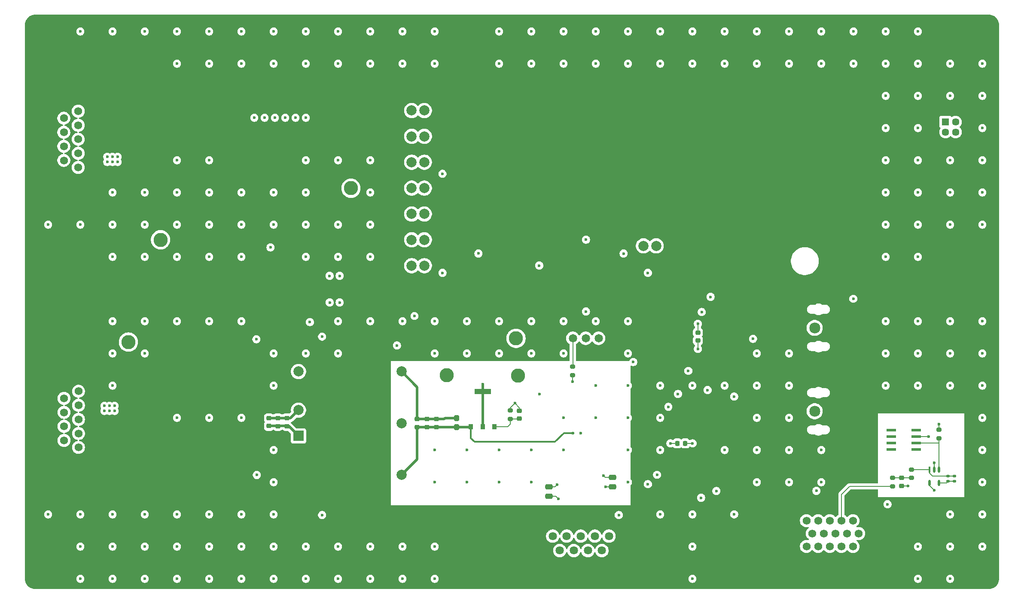
<source format=gbr>
%TF.GenerationSoftware,KiCad,Pcbnew,9.0.3*%
%TF.CreationDate,2025-09-16T12:03:33-04:00*%
%TF.ProjectId,6_COLD_TPC_HV,365f434f-4c44-45f5-9450-435f48562e6b,rev?*%
%TF.SameCoordinates,Original*%
%TF.FileFunction,Copper,L8,Bot*%
%TF.FilePolarity,Positive*%
%FSLAX46Y46*%
G04 Gerber Fmt 4.6, Leading zero omitted, Abs format (unit mm)*
G04 Created by KiCad (PCBNEW 9.0.3) date 2025-09-16 12:03:33*
%MOMM*%
%LPD*%
G01*
G04 APERTURE LIST*
G04 Aperture macros list*
%AMRoundRect*
0 Rectangle with rounded corners*
0 $1 Rounding radius*
0 $2 $3 $4 $5 $6 $7 $8 $9 X,Y pos of 4 corners*
0 Add a 4 corners polygon primitive as box body*
4,1,4,$2,$3,$4,$5,$6,$7,$8,$9,$2,$3,0*
0 Add four circle primitives for the rounded corners*
1,1,$1+$1,$2,$3*
1,1,$1+$1,$4,$5*
1,1,$1+$1,$6,$7*
1,1,$1+$1,$8,$9*
0 Add four rect primitives between the rounded corners*
20,1,$1+$1,$2,$3,$4,$5,0*
20,1,$1+$1,$4,$5,$6,$7,0*
20,1,$1+$1,$6,$7,$8,$9,0*
20,1,$1+$1,$8,$9,$2,$3,0*%
G04 Aperture macros list end*
%TA.AperFunction,ComponentPad*%
%ADD10C,2.800000*%
%TD*%
%TA.AperFunction,ComponentPad*%
%ADD11C,6.400000*%
%TD*%
%TA.AperFunction,ComponentPad*%
%ADD12C,2.159000*%
%TD*%
%TA.AperFunction,ComponentPad*%
%ADD13C,1.575000*%
%TD*%
%TA.AperFunction,ComponentPad*%
%ADD14C,4.216000*%
%TD*%
%TA.AperFunction,ComponentPad*%
%ADD15C,1.650000*%
%TD*%
%TA.AperFunction,ComponentPad*%
%ADD16C,2.000000*%
%TD*%
%TA.AperFunction,ComponentPad*%
%ADD17R,1.447800X1.447800*%
%TD*%
%TA.AperFunction,ComponentPad*%
%ADD18C,1.447800*%
%TD*%
%TA.AperFunction,ComponentPad*%
%ADD19C,1.635000*%
%TD*%
%TA.AperFunction,ComponentPad*%
%ADD20C,1.560000*%
%TD*%
%TA.AperFunction,ComponentPad*%
%ADD21R,2.000000X2.000000*%
%TD*%
%TA.AperFunction,SMDPad,CuDef*%
%ADD22RoundRect,0.200000X0.275000X-0.200000X0.275000X0.200000X-0.275000X0.200000X-0.275000X-0.200000X0*%
%TD*%
%TA.AperFunction,SMDPad,CuDef*%
%ADD23RoundRect,0.250000X-0.475000X0.250000X-0.475000X-0.250000X0.475000X-0.250000X0.475000X0.250000X0*%
%TD*%
%TA.AperFunction,SMDPad,CuDef*%
%ADD24RoundRect,0.225000X0.250000X-0.225000X0.250000X0.225000X-0.250000X0.225000X-0.250000X-0.225000X0*%
%TD*%
%TA.AperFunction,SMDPad,CuDef*%
%ADD25RoundRect,0.200000X-0.275000X0.200000X-0.275000X-0.200000X0.275000X-0.200000X0.275000X0.200000X0*%
%TD*%
%TA.AperFunction,SMDPad,CuDef*%
%ADD26R,1.981200X0.558800*%
%TD*%
%TA.AperFunction,SMDPad,CuDef*%
%ADD27RoundRect,0.225000X0.225000X0.250000X-0.225000X0.250000X-0.225000X-0.250000X0.225000X-0.250000X0*%
%TD*%
%TA.AperFunction,SMDPad,CuDef*%
%ADD28R,0.457200X1.219200*%
%TD*%
%TA.AperFunction,SMDPad,CuDef*%
%ADD29O,0.457200X1.219200*%
%TD*%
%TA.AperFunction,SMDPad,CuDef*%
%ADD30RoundRect,0.225000X-0.250000X0.225000X-0.250000X-0.225000X0.250000X-0.225000X0.250000X0.225000X0*%
%TD*%
%TA.AperFunction,SMDPad,CuDef*%
%ADD31RoundRect,0.135000X0.185000X-0.135000X0.185000X0.135000X-0.185000X0.135000X-0.185000X-0.135000X0*%
%TD*%
%TA.AperFunction,SMDPad,CuDef*%
%ADD32RoundRect,0.250000X0.275000X-0.312500X0.275000X0.312500X-0.275000X0.312500X-0.275000X-0.312500X0*%
%TD*%
%TA.AperFunction,SMDPad,CuDef*%
%ADD33RoundRect,0.135000X-0.185000X0.135000X-0.185000X-0.135000X0.185000X-0.135000X0.185000X0.135000X0*%
%TD*%
%TA.AperFunction,SMDPad,CuDef*%
%ADD34R,0.889000X1.016000*%
%TD*%
%TA.AperFunction,SMDPad,CuDef*%
%ADD35R,3.200000X1.000000*%
%TD*%
%TA.AperFunction,ViaPad*%
%ADD36C,0.600000*%
%TD*%
%TA.AperFunction,Conductor*%
%ADD37C,0.200000*%
%TD*%
%TA.AperFunction,Conductor*%
%ADD38C,0.500000*%
%TD*%
%TA.AperFunction,Conductor*%
%ADD39C,0.300000*%
%TD*%
G04 APERTURE END LIST*
D10*
%TO.P,GND1,1,1*%
%TO.N,/V_TELEM_RTN*%
X104730000Y-118410000D03*
%TD*%
D11*
%TO.P,H3,1,1*%
%TO.N,GNDPWR*%
X270000000Y-58000000D03*
%TD*%
%TO.P,H2,1,1*%
%TO.N,GNDPWR*%
X90000000Y-105000000D03*
%TD*%
D12*
%TO.P,P1,1,1*%
%TO.N,Net-(P1-Pad1)*%
X240000000Y-132049800D03*
%TD*%
D11*
%TO.P,H6,1,1*%
%TO.N,GNDPWR*%
X170000000Y-58000000D03*
%TD*%
D13*
%TO.P,J3,1*%
%TO.N,/TEMP_0_Telem*%
X247536000Y-153630000D03*
%TO.P,J3,2*%
%TO.N,/TEMP_1_Telem*%
X245246000Y-153630000D03*
%TO.P,J3,3*%
%TO.N,unconnected-(J3-Pad3)*%
X242956000Y-153630000D03*
%TO.P,J3,4*%
%TO.N,/HV_I_MON_Telem*%
X240666000Y-153630000D03*
%TO.P,J3,5*%
%TO.N,/HV_MON_Telem*%
X238376000Y-153630000D03*
%TO.P,J3,6*%
%TO.N,/V3p3_RTN*%
X248681000Y-156170000D03*
%TO.P,J3,7*%
X246391000Y-156170000D03*
%TO.P,J3,8*%
X244101000Y-156170000D03*
%TO.P,J3,9*%
X241811000Y-156170000D03*
%TO.P,J3,10*%
X239521000Y-156170000D03*
%TO.P,J3,11*%
%TO.N,unconnected-(J3-Pad11)*%
X247536000Y-158710000D03*
%TO.P,J3,12*%
%TO.N,unconnected-(J3-Pad12)*%
X245246000Y-158710000D03*
%TO.P,J3,13*%
%TO.N,unconnected-(J3-Pad13)*%
X242956000Y-158710000D03*
%TO.P,J3,14*%
%TO.N,unconnected-(J3-Pad14)*%
X240666000Y-158710000D03*
%TO.P,J3,15*%
%TO.N,unconnected-(J3-Pad15)*%
X238376000Y-158710000D03*
D14*
%TO.P,J3,S1*%
%TO.N,GNDPWR*%
X230715000Y-156170000D03*
%TO.P,J3,S2*%
X255705000Y-156170000D03*
%TD*%
D10*
%TO.P,V_{3.3V}1,1,1*%
%TO.N,/V3p3*%
X181560000Y-125020000D03*
%TD*%
D15*
%TO.P,J5,1*%
%TO.N,/HV_SET_INT*%
X197400000Y-117660000D03*
%TO.P,J5,2*%
%TO.N,/Main_DCDC_Converter/HV_SET*%
X194860000Y-117660000D03*
%TO.P,J5,3*%
%TO.N,/HV_SET_EXT*%
X192320000Y-117660000D03*
%TD*%
D11*
%TO.P,H9,1,1*%
%TO.N,GNDPWR*%
X270000000Y-105000000D03*
%TD*%
D16*
%TO.P,U1,1,SEC_RTN*%
%TO.N,/Main_DCDC_Converter/V_RTN*%
X160560000Y-72745000D03*
%TO.P,U1,2,SEC_IN*%
%TO.N,/Main_DCDC_Converter/V_IN*%
X160560000Y-77845000D03*
%TO.P,U1,3,HV_I_MON*%
%TO.N,/HV_I_MON*%
X160560000Y-82945000D03*
%TO.P,U1,4,HV_ENABLE*%
%TO.N,/HV_EN*%
X160560000Y-88045000D03*
%TO.P,U1,5,SIG_GND*%
%TO.N,/V3p3_RTN*%
X160560000Y-93145000D03*
%TO.P,U1,6*%
%TO.N,N/C*%
X160560000Y-98245000D03*
%TO.P,U1,7,Vref_5V*%
%TO.N,/5V_REF*%
X160560000Y-103345000D03*
%TO.P,U1,8,SEC_RTN*%
%TO.N,/Main_DCDC_Converter/V_RTN*%
X163060000Y-72745000D03*
%TO.P,U1,9,SEC_IN*%
%TO.N,/Main_DCDC_Converter/V_IN*%
X163060000Y-77845000D03*
%TO.P,U1,10,NC*%
%TO.N,unconnected-(U1-NC-Pad10)*%
X163060000Y-82945000D03*
%TO.P,U1,11,I-MODE*%
%TO.N,/Main_DCDC_Converter/V_RTN*%
X163060000Y-88045000D03*
%TO.P,U1,12,V_MODE*%
%TO.N,Net-(U1-V_MODE)*%
X163060000Y-93145000D03*
%TO.P,U1,13,Remote*%
%TO.N,/Main_DCDC_Converter/HV_SET*%
X163060000Y-98245000D03*
%TO.P,U1,14,HV_MON*%
%TO.N,/HV_MON*%
X163060000Y-103345000D03*
%TO.P,U1,15,HV_RTN*%
%TO.N,/HV_RTN*%
X206260000Y-99445000D03*
%TO.P,U1,16,HV_RTN*%
X208760000Y-99445000D03*
%TD*%
D11*
%TO.P,H8,1,1*%
%TO.N,GNDPWR*%
X170000000Y-162000000D03*
%TD*%
%TO.P,H4,1,1*%
%TO.N,GNDPWR*%
X220000000Y-162000000D03*
%TD*%
D17*
%TO.P,J6,1,1*%
%TO.N,/HV_RTN*%
X265779999Y-75009999D03*
D18*
%TO.P,J6,2,2*%
X265779999Y-77010000D03*
%TO.P,J6,3,3*%
X267780000Y-75009999D03*
%TO.P,J6,4,4*%
X267780000Y-77010000D03*
%TD*%
D11*
%TO.P,H7,1,1*%
%TO.N,GNDPWR*%
X270000000Y-162000000D03*
%TD*%
D19*
%TO.P,J4,1*%
%TO.N,/SYNC_n+*%
X199440000Y-156690000D03*
%TO.P,J4,2*%
%TO.N,/Enable-*%
X196670000Y-156690000D03*
%TO.P,J4,3*%
%TO.N,unconnected-(J4-Pad3)*%
X193900000Y-156690000D03*
%TO.P,J4,4*%
%TO.N,/SCLK+*%
X191130000Y-156690000D03*
%TO.P,J4,5*%
%TO.N,/Data_In-*%
X188360000Y-156690000D03*
%TO.P,J4,6*%
%TO.N,/SYNC_n-*%
X198055000Y-159530000D03*
%TO.P,J4,7*%
%TO.N,/Enable+*%
X195285000Y-159530000D03*
%TO.P,J4,8*%
%TO.N,/SCLK-*%
X192515000Y-159530000D03*
%TO.P,J4,9*%
%TO.N,/Data_In+*%
X189745000Y-159530000D03*
D14*
%TO.P,J4,S1*%
%TO.N,GNDPWR*%
X181400000Y-158110000D03*
%TO.P,J4,S2*%
X206400000Y-158110000D03*
%TD*%
D20*
%TO.P,J2,1*%
%TO.N,/V_TELEM_RTN*%
X94880000Y-128120000D03*
%TO.P,J2,2*%
X94880000Y-130890000D03*
%TO.P,J2,3*%
%TO.N,unconnected-(J2-Pad3)*%
X94880000Y-133660000D03*
%TO.P,J2,4*%
%TO.N,/V_TELEM_RTN*%
X94880000Y-136430000D03*
%TO.P,J2,5*%
X94880000Y-139200000D03*
%TO.P,J2,6*%
%TO.N,/V_TELEM_IN*%
X92040000Y-129505000D03*
%TO.P,J2,7*%
X92040000Y-132275000D03*
%TO.P,J2,8*%
X92040000Y-135045000D03*
%TO.P,J2,9*%
X92040000Y-137815000D03*
D14*
%TO.P,J2,S1*%
%TO.N,GNDPWR*%
X93460000Y-121160000D03*
%TO.P,J2,S2*%
X93460000Y-146160000D03*
%TD*%
D21*
%TO.P,U4,1,+VIN*%
%TO.N,/Telemetry_DCDC_Converter/V_POS*%
X138247500Y-136930000D03*
D16*
%TO.P,U4,2,-VIN*%
%TO.N,/Telemetry_DCDC_Converter/V_RTN*%
X138247500Y-131830000D03*
%TO.P,U4,3,+VOUT*%
%TO.N,/P5V*%
X158547500Y-144630000D03*
%TO.P,U4,4,COMMON*%
%TO.N,unconnected-(U4-COMMON-Pad4)*%
X158547500Y-134430000D03*
%TO.P,U4,5,-VOUT*%
%TO.N,/V3p3_RTN*%
X158547500Y-124230000D03*
%TO.P,U4,6,REMOTE*%
%TO.N,unconnected-(U4-REMOTE-Pad6)*%
X138247500Y-124230000D03*
%TD*%
D10*
%TO.P,V_{GND}1,1,1*%
%TO.N,/V3p3_RTN*%
X167490000Y-124990000D03*
%TD*%
%TO.P,HV_SET_{-EXT}1,1,1*%
%TO.N,/HV_SET_EXT*%
X181130000Y-117680000D03*
%TD*%
D11*
%TO.P,H5,1,1*%
%TO.N,GNDPWR*%
X90000000Y-162000000D03*
%TD*%
%TO.P,H1,1,1*%
%TO.N,GNDPWR*%
X90000000Y-58000000D03*
%TD*%
D20*
%TO.P,J1,1*%
%TO.N,/V_SEC_RTN*%
X94830000Y-72880000D03*
%TO.P,J1,2*%
X94830000Y-75650000D03*
%TO.P,J1,3*%
%TO.N,unconnected-(J1-Pad3)*%
X94830000Y-78420000D03*
%TO.P,J1,4*%
%TO.N,/V_SEC_RTN*%
X94830000Y-81190000D03*
%TO.P,J1,5*%
X94830000Y-83960000D03*
%TO.P,J1,6*%
%TO.N,/V_SEC_IN*%
X91990000Y-74265000D03*
%TO.P,J1,7*%
X91990000Y-77035000D03*
%TO.P,J1,8*%
X91990000Y-79805000D03*
%TO.P,J1,9*%
X91990000Y-82575000D03*
D14*
%TO.P,J1,S1*%
%TO.N,GNDPWR*%
X93410000Y-65920000D03*
%TO.P,J1,S2*%
X93410000Y-90920000D03*
%TD*%
D10*
%TO.P,GND2,1,1*%
%TO.N,/V_SEC_RTN*%
X111060000Y-98240000D03*
%TD*%
D12*
%TO.P,P2,1,1*%
%TO.N,Net-(M3-Pad3)*%
X240000000Y-115620000D03*
%TD*%
D10*
%TO.P,V_{EN}1,1,1*%
%TO.N,/HV_EN*%
X148590000Y-88075000D03*
%TD*%
D22*
%TO.P,R23,1*%
%TO.N,/Telemetry_CKT/TEMP_1*%
X264510000Y-137385000D03*
%TO.P,R23,2*%
%TO.N,/V3p3_RTN*%
X264510000Y-135735000D03*
%TD*%
D23*
%TO.P,C36,1*%
%TO.N,/V3p3*%
X187655000Y-146960000D03*
%TO.P,C36,2*%
%TO.N,/V3p3_RTN*%
X187655000Y-148860000D03*
%TD*%
D24*
%TO.P,C33,1*%
%TO.N,/V3p3_RTN*%
X257130000Y-146770000D03*
%TO.P,C33,2*%
%TO.N,Net-(C33-Pad2)*%
X257130000Y-145220000D03*
%TD*%
%TO.P,C18,1*%
%TO.N,/P5V*%
X161650000Y-135155000D03*
%TO.P,C18,2*%
%TO.N,/V3p3_RTN*%
X161650000Y-133605000D03*
%TD*%
%TO.P,C14,1*%
%TO.N,/Telemetry_DCDC_Converter/V_POS*%
X134160000Y-134985000D03*
%TO.P,C14,2*%
%TO.N,/Telemetry_DCDC_Converter/V_RTN*%
X134160000Y-133435000D03*
%TD*%
D25*
%TO.P,R38,1*%
%TO.N,/HV_SET_EXT*%
X192300000Y-123265000D03*
%TO.P,R38,2*%
%TO.N,/V_TELEM_RTN*%
X192300000Y-124915000D03*
%TD*%
D26*
%TO.P,U8,1,NC*%
%TO.N,unconnected-(U8-NC-Pad1)*%
X260017600Y-135800000D03*
%TO.P,U8,2,V+*%
%TO.N,/P5V*%
X260017600Y-137070000D03*
%TO.P,U8,3,V-*%
%TO.N,/Telemetry_CKT/TEMP_1*%
X260017600Y-138340000D03*
%TO.P,U8,4,NC*%
%TO.N,unconnected-(U8-NC-Pad4)*%
X260017600Y-139610000D03*
%TO.P,U8,5,NC*%
%TO.N,unconnected-(U8-NC-Pad5)*%
X255090000Y-139610000D03*
%TO.P,U8,6,NC*%
%TO.N,unconnected-(U8-NC-Pad6)*%
X255090000Y-138340000D03*
%TO.P,U8,7,NC*%
%TO.N,unconnected-(U8-NC-Pad7)*%
X255090000Y-137070000D03*
%TO.P,U8,8,NC*%
%TO.N,unconnected-(U8-NC-Pad8)*%
X255090000Y-135800000D03*
%TD*%
D27*
%TO.P,C25,1*%
%TO.N,/V3p3*%
X214475000Y-138400000D03*
%TO.P,C25,2*%
%TO.N,/V3p3_RTN*%
X212925000Y-138400000D03*
%TD*%
D24*
%TO.P,C16,1*%
%TO.N,Net-(U3-SET)*%
X181810000Y-133535000D03*
%TO.P,C16,2*%
%TO.N,/V3p3_RTN*%
X181810000Y-131985000D03*
%TD*%
%TO.P,C21,1*%
%TO.N,/P5V*%
X165470000Y-135165000D03*
%TO.P,C21,2*%
%TO.N,/V3p3_RTN*%
X165470000Y-133615000D03*
%TD*%
D23*
%TO.P,C35,1*%
%TO.N,/V3p3*%
X200115000Y-145080000D03*
%TO.P,C35,2*%
%TO.N,/V3p3_RTN*%
X200115000Y-146980000D03*
%TD*%
D25*
%TO.P,R32,1*%
%TO.N,Net-(C33-Pad2)*%
X255330000Y-145210000D03*
%TO.P,R32,2*%
%TO.N,/TEMP_1_Telem*%
X255330000Y-146860000D03*
%TD*%
%TO.P,R30,1*%
%TO.N,Net-(U9-OUT)*%
X259070000Y-143570000D03*
%TO.P,R30,2*%
%TO.N,Net-(C33-Pad2)*%
X259070000Y-145220000D03*
%TD*%
D28*
%TO.P,U9,1,OUT*%
%TO.N,Net-(U9-OUT)*%
X262619999Y-143570000D03*
D29*
%TO.P,U9,2,V-*%
%TO.N,/V3p3_RTN*%
X263570000Y-143570000D03*
%TO.P,U9,3,+IN*%
%TO.N,/Telemetry_CKT/TEMP_1*%
X264520001Y-143570000D03*
%TO.P,U9,4,-IN*%
%TO.N,Net-(U9--IN)*%
X264520001Y-146190000D03*
%TO.P,U9,5,V+*%
%TO.N,/V3p3*%
X262619999Y-146190000D03*
%TD*%
D30*
%TO.P,C26,1*%
%TO.N,/V3p3*%
X216980000Y-116555000D03*
%TO.P,C26,2*%
%TO.N,/V3p3_RTN*%
X216980000Y-118105000D03*
%TD*%
D22*
%TO.P,R12,1*%
%TO.N,Net-(U3-SET)*%
X180020000Y-133565000D03*
%TO.P,R12,2*%
%TO.N,/V3p3_RTN*%
X180020000Y-131915000D03*
%TD*%
D24*
%TO.P,C20,1*%
%TO.N,/P5V*%
X163550000Y-135155000D03*
%TO.P,C20,2*%
%TO.N,/V3p3_RTN*%
X163550000Y-133605000D03*
%TD*%
D31*
%TO.P,C29,1*%
%TO.N,Net-(U9--IN)*%
X267550000Y-145900000D03*
%TO.P,C29,2*%
%TO.N,Net-(U9-OUT)*%
X267550000Y-144880000D03*
%TD*%
D32*
%TO.P,C17,1*%
%TO.N,/P5V*%
X169380000Y-135207500D03*
%TO.P,C17,2*%
%TO.N,/V3p3_RTN*%
X169380000Y-133432500D03*
%TD*%
D24*
%TO.P,C15,1*%
%TO.N,/Telemetry_DCDC_Converter/V_POS*%
X135940000Y-134995000D03*
%TO.P,C15,2*%
%TO.N,/Telemetry_DCDC_Converter/V_RTN*%
X135940000Y-133445000D03*
%TD*%
%TO.P,C12,1*%
%TO.N,/Telemetry_DCDC_Converter/V_POS*%
X132420000Y-134975000D03*
%TO.P,C12,2*%
%TO.N,/Telemetry_DCDC_Converter/V_RTN*%
X132420000Y-133425000D03*
%TD*%
D33*
%TO.P,R24,1*%
%TO.N,Net-(U9-OUT)*%
X266290000Y-144880000D03*
%TO.P,R24,2*%
%TO.N,Net-(U9--IN)*%
X266290000Y-145900000D03*
%TD*%
D34*
%TO.P,U3,1,SET*%
%TO.N,Net-(U3-SET)*%
X176861400Y-135152500D03*
%TO.P,U3,2,OUT*%
%TO.N,/V3p3*%
X174550000Y-135152500D03*
%TO.P,U3,3,IN*%
%TO.N,/P5V*%
X172238600Y-135152500D03*
D35*
%TO.P,U3,4,TAB*%
%TO.N,/V3p3*%
X174550000Y-128160000D03*
%TD*%
D36*
%TO.N,/V_SEC_RTN*%
X101572000Y-81869000D03*
X273050000Y-95250000D03*
X254000000Y-88900000D03*
X184150000Y-57150000D03*
X266700000Y-95250000D03*
X228600000Y-57150000D03*
X254000000Y-76200000D03*
X133350000Y-88900000D03*
X146050000Y-63500000D03*
X146050000Y-101600000D03*
X120650000Y-101600000D03*
X228600000Y-63500000D03*
X139700000Y-95250000D03*
X120650000Y-82550000D03*
X203200000Y-63500000D03*
X133350000Y-57150000D03*
X234950000Y-57150000D03*
X266700000Y-69850000D03*
X133350000Y-63500000D03*
X260350000Y-63500000D03*
X152400000Y-95250000D03*
X101600000Y-88900000D03*
X137668000Y-74168000D03*
X222250000Y-63500000D03*
X139700000Y-74168000D03*
X273050000Y-63500000D03*
X254000000Y-69850000D03*
X209550000Y-57150000D03*
X131572000Y-74168000D03*
X101600000Y-101600000D03*
X133350000Y-95250000D03*
X114300000Y-88900000D03*
X100556000Y-81869000D03*
X254000000Y-82550000D03*
X132730000Y-99745000D03*
X177800000Y-57150000D03*
X247650000Y-57150000D03*
X241300000Y-57150000D03*
X152400000Y-101600000D03*
X120650000Y-95250000D03*
X215900000Y-63500000D03*
X127000000Y-63500000D03*
X102588000Y-81869000D03*
X139700000Y-101600000D03*
X260350000Y-57150000D03*
X139700000Y-82550000D03*
X152400000Y-63500000D03*
X95250000Y-57150000D03*
X146360000Y-105350000D03*
X120650000Y-63500000D03*
X114300000Y-101600000D03*
X254000000Y-95250000D03*
X260350000Y-76200000D03*
X146050000Y-82550000D03*
X254000000Y-101600000D03*
X139700000Y-63500000D03*
X139700000Y-57150000D03*
X260350000Y-88900000D03*
X152400000Y-88900000D03*
X209550000Y-63500000D03*
X254000000Y-63500000D03*
X100556000Y-82885000D03*
X254000000Y-57150000D03*
X234950000Y-63500000D03*
X120650000Y-57150000D03*
X273050000Y-76200000D03*
X135636000Y-74168000D03*
X215900000Y-57150000D03*
X129540000Y-74168000D03*
X114300000Y-63500000D03*
X266700000Y-88900000D03*
X260350000Y-95250000D03*
X102588000Y-82885000D03*
X273050000Y-88900000D03*
X247650000Y-63500000D03*
X152400000Y-82550000D03*
X146050000Y-95250000D03*
X107950000Y-101600000D03*
X107950000Y-95250000D03*
X260350000Y-69850000D03*
X101572000Y-82885000D03*
X114300000Y-82550000D03*
X158750000Y-63500000D03*
X101600000Y-57150000D03*
X146050000Y-57150000D03*
X241300000Y-63500000D03*
X127000000Y-95250000D03*
X127000000Y-57150000D03*
X158750000Y-57150000D03*
X88900000Y-95250000D03*
X184150000Y-63500000D03*
X260350000Y-82550000D03*
X127000000Y-101600000D03*
X107950000Y-88900000D03*
X260350000Y-101600000D03*
X114300000Y-57150000D03*
X196850000Y-57150000D03*
X266700000Y-63500000D03*
X266700000Y-82550000D03*
X114300000Y-95250000D03*
X133604000Y-74168000D03*
X190500000Y-57150000D03*
X273050000Y-82550000D03*
X196850000Y-63500000D03*
X144390000Y-105350000D03*
X127000000Y-88900000D03*
X95250000Y-95250000D03*
X139700000Y-88900000D03*
X152400000Y-57150000D03*
X190500000Y-63500000D03*
X273050000Y-69850000D03*
X165100000Y-63500000D03*
X177800000Y-63500000D03*
X203200000Y-57150000D03*
X120650000Y-88900000D03*
X165100000Y-57150000D03*
X101600000Y-95250000D03*
X107950000Y-57150000D03*
X222250000Y-57150000D03*
%TO.N,GNDPWR*%
X152908000Y-119070000D03*
X127780000Y-66095000D03*
X127770000Y-82395000D03*
%TO.N,/V3p3*%
X198385000Y-144740000D03*
X216980000Y-114810000D03*
X263560000Y-147630000D03*
X174550000Y-126740000D03*
X189205000Y-146580000D03*
X215935000Y-138383800D03*
%TO.N,/V3p3_RTN*%
X218895000Y-127873800D03*
X227840000Y-117770000D03*
X157660000Y-119080000D03*
X211565000Y-138393800D03*
X180910000Y-130470000D03*
X217605000Y-149123800D03*
X258380000Y-146770000D03*
X217735000Y-112490000D03*
X198775000Y-147000000D03*
X161115000Y-113270000D03*
X215090000Y-124100000D03*
X264510000Y-134640000D03*
X263570000Y-142250000D03*
X211155000Y-131183800D03*
X208935000Y-144593800D03*
X193915000Y-136350000D03*
X216980000Y-119770000D03*
X189455000Y-149310000D03*
%TO.N,/V_TELEM_RTN*%
X260350000Y-158750000D03*
X102000000Y-131000000D03*
X127000000Y-165100000D03*
X114300000Y-114300000D03*
X107950000Y-158750000D03*
X190500000Y-114300000D03*
X146050000Y-114300000D03*
X192300000Y-126260000D03*
X127000000Y-158750000D03*
X184150000Y-146050000D03*
X171450000Y-120650000D03*
X273050000Y-158750000D03*
X152400000Y-158750000D03*
X222250000Y-127000000D03*
X177800000Y-146050000D03*
X139700000Y-120650000D03*
X190500000Y-120650000D03*
X101600000Y-114300000D03*
X127000000Y-133350000D03*
X100000000Y-131000000D03*
X273050000Y-133350000D03*
X144400000Y-110600000D03*
X209550000Y-127000000D03*
X120650000Y-133350000D03*
X139700000Y-165100000D03*
X241300000Y-139700000D03*
X273050000Y-139700000D03*
X273050000Y-146050000D03*
X133350000Y-158750000D03*
X234950000Y-139700000D03*
X114300000Y-158750000D03*
X101600000Y-152400000D03*
X254000000Y-120650000D03*
X139700000Y-158750000D03*
X146050000Y-165100000D03*
X158750000Y-114300000D03*
X100000000Y-132000000D03*
X196850000Y-133350000D03*
X234950000Y-120650000D03*
X254000000Y-114300000D03*
X228600000Y-146050000D03*
X101600000Y-127000000D03*
X133350000Y-127000000D03*
X203200000Y-127000000D03*
X234950000Y-133350000D03*
X133350000Y-146050000D03*
X101000000Y-131000000D03*
X266700000Y-127000000D03*
X95250000Y-158750000D03*
X215900000Y-158750000D03*
X102000000Y-132000000D03*
X266700000Y-158750000D03*
X146050000Y-120650000D03*
X101600000Y-120650000D03*
X177800000Y-120650000D03*
X133350000Y-152400000D03*
X266700000Y-152400000D03*
X120650000Y-114300000D03*
X171450000Y-139700000D03*
X266700000Y-165100000D03*
X273050000Y-120650000D03*
X101000000Y-132000000D03*
X171450000Y-146050000D03*
X215900000Y-127000000D03*
X114300000Y-165100000D03*
X241300000Y-146050000D03*
X260350000Y-127000000D03*
X165100000Y-120650000D03*
X215900000Y-152400000D03*
X171450000Y-114300000D03*
X228600000Y-127000000D03*
X165100000Y-158750000D03*
X107950000Y-152400000D03*
X158750000Y-158750000D03*
X215900000Y-165100000D03*
X127000000Y-114300000D03*
X209550000Y-139700000D03*
X228600000Y-139700000D03*
X146360000Y-110600000D03*
X254000000Y-127000000D03*
X165100000Y-139700000D03*
X234950000Y-127000000D03*
X120650000Y-152400000D03*
X107950000Y-120650000D03*
X133350000Y-120650000D03*
X190500000Y-139700000D03*
X177800000Y-139700000D03*
X260350000Y-165100000D03*
X133350000Y-165100000D03*
X133350000Y-139700000D03*
X196850000Y-127000000D03*
X95250000Y-152400000D03*
X165100000Y-165100000D03*
X120650000Y-158750000D03*
X190500000Y-133350000D03*
X152400000Y-165100000D03*
X260350000Y-114300000D03*
X107950000Y-165100000D03*
X184150000Y-114300000D03*
X203200000Y-114300000D03*
X273050000Y-114300000D03*
X203200000Y-133350000D03*
X228600000Y-120650000D03*
X165100000Y-114300000D03*
X273050000Y-152400000D03*
X158750000Y-165100000D03*
X101600000Y-158750000D03*
X203200000Y-146050000D03*
X273050000Y-127000000D03*
X114300000Y-152400000D03*
X101600000Y-165100000D03*
X260350000Y-120650000D03*
X177800000Y-114300000D03*
X222250000Y-139700000D03*
X127000000Y-152400000D03*
X203200000Y-120650000D03*
X140500000Y-114475000D03*
X114300000Y-133350000D03*
X266700000Y-114300000D03*
X209550000Y-133350000D03*
X234950000Y-146050000D03*
X152400000Y-114300000D03*
X184150000Y-139700000D03*
X196850000Y-114300000D03*
X203200000Y-139700000D03*
X165100000Y-146050000D03*
X228600000Y-133350000D03*
X266700000Y-120650000D03*
X95250000Y-165100000D03*
X209550000Y-152400000D03*
X146050000Y-158750000D03*
X120650000Y-165100000D03*
X184150000Y-120650000D03*
X88900000Y-152400000D03*
X107950000Y-114300000D03*
%TO.N,/P5V*%
X129950000Y-117870000D03*
X262450000Y-137070000D03*
X254360000Y-150400000D03*
X130040000Y-144630000D03*
X192365000Y-136340000D03*
%TO.N,/5V_REF*%
X173720000Y-100945000D03*
X204240000Y-122350000D03*
X202320000Y-100950000D03*
%TO.N,/HV_I_MON_Telem*%
X240331193Y-147760234D03*
X220625000Y-147778800D03*
%TO.N,/HV_MON_Telem*%
X224130000Y-129170000D03*
X224130000Y-152390000D03*
%TO.N,/TEMP_0_Telem*%
X247610000Y-109880000D03*
X219470000Y-109500000D03*
%TO.N,/Enable_SIG*%
X201380000Y-152530000D03*
X142910000Y-117340000D03*
X142910000Y-152530000D03*
%TO.N,/HV_MON*%
X185780000Y-128650000D03*
X185710000Y-103320000D03*
X213060000Y-128650000D03*
%TO.N,/HV_I_MON*%
X166640000Y-104760000D03*
X207130000Y-146440000D03*
X207130000Y-104760000D03*
X166630000Y-85230000D03*
%TO.N,/Main_DCDC_Converter/HV_SET*%
X194920000Y-98220000D03*
X194910000Y-112380000D03*
%TD*%
D37*
%TO.N,/V3p3*%
X216980000Y-116555000D02*
X216980000Y-114810000D01*
X215918800Y-138400000D02*
X215935000Y-138383800D01*
X198725000Y-145080000D02*
X200115000Y-145080000D01*
D38*
X174550000Y-135152500D02*
X174550000Y-128160000D01*
D37*
X262619999Y-146689999D02*
X263560000Y-147630000D01*
X187655000Y-146960000D02*
X188825000Y-146960000D01*
X262619999Y-146190000D02*
X262619999Y-146689999D01*
X198385000Y-144740000D02*
X198725000Y-145080000D01*
X214475000Y-138400000D02*
X215918800Y-138400000D01*
X188825000Y-146960000D02*
X189205000Y-146580000D01*
D38*
X174550000Y-128160000D02*
X174550000Y-126740000D01*
%TO.N,/V3p3_RTN*%
X166935000Y-133615000D02*
X167160000Y-133390000D01*
D37*
X189005000Y-148860000D02*
X189455000Y-149310000D01*
D38*
X161650000Y-133605000D02*
X165460000Y-133605000D01*
D37*
X198775000Y-147000000D02*
X200095000Y-147000000D01*
X180020000Y-131915000D02*
X180020000Y-131360000D01*
D38*
X161650000Y-127332500D02*
X158547500Y-124230000D01*
D37*
X211571200Y-138400000D02*
X211565000Y-138393800D01*
D38*
X165460000Y-133605000D02*
X165470000Y-133615000D01*
D37*
X263570000Y-143570000D02*
X263570000Y-142250000D01*
D38*
X167160000Y-133390000D02*
X169450000Y-133390000D01*
D37*
X257130000Y-146770000D02*
X258380000Y-146770000D01*
X187655000Y-148860000D02*
X189005000Y-148860000D01*
X216980000Y-118105000D02*
X216980000Y-119770000D01*
X212925000Y-138400000D02*
X211571200Y-138400000D01*
X200095000Y-147000000D02*
X200115000Y-146980000D01*
X181810000Y-131370000D02*
X180910000Y-130470000D01*
X264510000Y-134640000D02*
X264510000Y-135735000D01*
D38*
X161650000Y-133605000D02*
X161650000Y-127332500D01*
X165470000Y-133615000D02*
X166935000Y-133615000D01*
D37*
X181810000Y-131985000D02*
X181810000Y-131370000D01*
X180020000Y-131360000D02*
X180910000Y-130470000D01*
%TO.N,/V_TELEM_RTN*%
X192300000Y-124915000D02*
X192300000Y-126260000D01*
D38*
%TO.N,/Telemetry_DCDC_Converter/V_POS*%
X138247500Y-136930000D02*
X136292500Y-134975000D01*
X136292500Y-134975000D02*
X132420000Y-134975000D01*
%TO.N,/Telemetry_DCDC_Converter/V_RTN*%
X136652500Y-133425000D02*
X132420000Y-133425000D01*
X138247500Y-131830000D02*
X136652500Y-133425000D01*
D39*
%TO.N,/P5V*%
X172238600Y-135152500D02*
X172238600Y-137408600D01*
D37*
X260017600Y-137070000D02*
X262450000Y-137070000D01*
D38*
X161650000Y-135155000D02*
X161650000Y-141527500D01*
D39*
X190550000Y-136340000D02*
X192365000Y-136340000D01*
D38*
X161650000Y-141527500D02*
X158547500Y-144630000D01*
X172226100Y-135165000D02*
X172238600Y-135152500D01*
D39*
X172930000Y-138100000D02*
X188790000Y-138100000D01*
X172238600Y-137408600D02*
X172930000Y-138100000D01*
D38*
X165460000Y-135155000D02*
X165470000Y-135165000D01*
X165470000Y-135165000D02*
X172226100Y-135165000D01*
D39*
X188790000Y-138100000D02*
X190550000Y-136340000D01*
D38*
X161650000Y-135155000D02*
X165460000Y-135155000D01*
D37*
%TO.N,Net-(U3-SET)*%
X180020000Y-133565000D02*
X181780000Y-133565000D01*
X180020000Y-134590000D02*
X180020000Y-133565000D01*
X179457500Y-135152500D02*
X180020000Y-134590000D01*
X181780000Y-133565000D02*
X181810000Y-133535000D01*
X176861400Y-135152500D02*
X179457500Y-135152500D01*
%TO.N,Net-(U9-OUT)*%
X263230000Y-144880000D02*
X267550000Y-144880000D01*
X262619999Y-143570000D02*
X262619999Y-144269999D01*
X262619999Y-143570000D02*
X259070000Y-143570000D01*
X262619999Y-144269999D02*
X263230000Y-144880000D01*
%TO.N,Net-(U9--IN)*%
X266290000Y-145900000D02*
X266000000Y-146190000D01*
X267550000Y-145900000D02*
X266290000Y-145900000D01*
X266000000Y-146190000D02*
X264520001Y-146190000D01*
%TO.N,Net-(C33-Pad2)*%
X259070000Y-145220000D02*
X255340000Y-145220000D01*
X255340000Y-145220000D02*
X255330000Y-145210000D01*
%TO.N,/TEMP_1_Telem*%
X255330000Y-146860000D02*
X246880000Y-146860000D01*
X245270000Y-148470000D02*
X245270000Y-153606000D01*
X245270000Y-153606000D02*
X245246000Y-153630000D01*
X246880000Y-146860000D02*
X245270000Y-148470000D01*
%TO.N,/Telemetry_CKT/TEMP_1*%
X264520001Y-143570000D02*
X264520001Y-138350001D01*
X260017600Y-138340000D02*
X264510000Y-138340000D01*
X264510000Y-138340000D02*
X264510000Y-137385000D01*
X264520001Y-138350001D02*
X264510000Y-138340000D01*
%TO.N,/HV_SET_EXT*%
X192320000Y-123245000D02*
X192300000Y-123265000D01*
X192320000Y-117660000D02*
X192320000Y-123245000D01*
%TD*%
%TA.AperFunction,Conductor*%
%TO.N,GNDPWR*%
G36*
X274324042Y-53840765D02*
G01*
X274346774Y-53842254D01*
X274578114Y-53857417D01*
X274594172Y-53859532D01*
X274839888Y-53908408D01*
X274855554Y-53912606D01*
X275006736Y-53963925D01*
X275092788Y-53993136D01*
X275107765Y-53999339D01*
X275325336Y-54106633D01*
X275332460Y-54110146D01*
X275346508Y-54118256D01*
X275554815Y-54257443D01*
X275567679Y-54267314D01*
X275756033Y-54432497D01*
X275767502Y-54443966D01*
X275932685Y-54632320D01*
X275942559Y-54645188D01*
X276081743Y-54853492D01*
X276089853Y-54867539D01*
X276200657Y-55092227D01*
X276206864Y-55107213D01*
X276287393Y-55344445D01*
X276291591Y-55360111D01*
X276340465Y-55605813D01*
X276342583Y-55621895D01*
X276359235Y-55875956D01*
X276359500Y-55884066D01*
X276359500Y-165095933D01*
X276359235Y-165104043D01*
X276342583Y-165358104D01*
X276340465Y-165374186D01*
X276291591Y-165619888D01*
X276287393Y-165635554D01*
X276206864Y-165872786D01*
X276200657Y-165887772D01*
X276089853Y-166112460D01*
X276081743Y-166126507D01*
X275942559Y-166334811D01*
X275932685Y-166347679D01*
X275767502Y-166536033D01*
X275756033Y-166547502D01*
X275567679Y-166712685D01*
X275554811Y-166722559D01*
X275346507Y-166861743D01*
X275332460Y-166869853D01*
X275107772Y-166980657D01*
X275092786Y-166986864D01*
X274855554Y-167067393D01*
X274839888Y-167071591D01*
X274594186Y-167120465D01*
X274578104Y-167122583D01*
X274324043Y-167139235D01*
X274315933Y-167139500D01*
X86364067Y-167139500D01*
X86355957Y-167139235D01*
X86101895Y-167122583D01*
X86085814Y-167120465D01*
X86050770Y-167113494D01*
X85840111Y-167071591D01*
X85824445Y-167067393D01*
X85587213Y-166986864D01*
X85572227Y-166980657D01*
X85347539Y-166869853D01*
X85333492Y-166861743D01*
X85125188Y-166722559D01*
X85112320Y-166712685D01*
X84923966Y-166547502D01*
X84912497Y-166536033D01*
X84747314Y-166347679D01*
X84737440Y-166334811D01*
X84598256Y-166126507D01*
X84590146Y-166112460D01*
X84485619Y-165900500D01*
X84479339Y-165887765D01*
X84473135Y-165872786D01*
X84472100Y-165869738D01*
X84451450Y-165808905D01*
X84392606Y-165635554D01*
X84388408Y-165619888D01*
X84386499Y-165610289D01*
X84339532Y-165374172D01*
X84337417Y-165358114D01*
X84320765Y-165104042D01*
X84320500Y-165095933D01*
X84320500Y-165021153D01*
X94449500Y-165021153D01*
X94449500Y-165178846D01*
X94480261Y-165333489D01*
X94480264Y-165333501D01*
X94540602Y-165479172D01*
X94540609Y-165479185D01*
X94628210Y-165610288D01*
X94628213Y-165610292D01*
X94739707Y-165721786D01*
X94739711Y-165721789D01*
X94870814Y-165809390D01*
X94870827Y-165809397D01*
X95016498Y-165869735D01*
X95016503Y-165869737D01*
X95171153Y-165900499D01*
X95171156Y-165900500D01*
X95171158Y-165900500D01*
X95328844Y-165900500D01*
X95328845Y-165900499D01*
X95483497Y-165869737D01*
X95629179Y-165809394D01*
X95760289Y-165721789D01*
X95871789Y-165610289D01*
X95959394Y-165479179D01*
X96019737Y-165333497D01*
X96050500Y-165178842D01*
X96050500Y-165021158D01*
X96050500Y-165021155D01*
X96050499Y-165021153D01*
X100799500Y-165021153D01*
X100799500Y-165178846D01*
X100830261Y-165333489D01*
X100830264Y-165333501D01*
X100890602Y-165479172D01*
X100890609Y-165479185D01*
X100978210Y-165610288D01*
X100978213Y-165610292D01*
X101089707Y-165721786D01*
X101089711Y-165721789D01*
X101220814Y-165809390D01*
X101220827Y-165809397D01*
X101366498Y-165869735D01*
X101366503Y-165869737D01*
X101521153Y-165900499D01*
X101521156Y-165900500D01*
X101521158Y-165900500D01*
X101678844Y-165900500D01*
X101678845Y-165900499D01*
X101833497Y-165869737D01*
X101979179Y-165809394D01*
X102110289Y-165721789D01*
X102221789Y-165610289D01*
X102309394Y-165479179D01*
X102369737Y-165333497D01*
X102400500Y-165178842D01*
X102400500Y-165021158D01*
X102400500Y-165021155D01*
X102400499Y-165021153D01*
X107149500Y-165021153D01*
X107149500Y-165178846D01*
X107180261Y-165333489D01*
X107180264Y-165333501D01*
X107240602Y-165479172D01*
X107240609Y-165479185D01*
X107328210Y-165610288D01*
X107328213Y-165610292D01*
X107439707Y-165721786D01*
X107439711Y-165721789D01*
X107570814Y-165809390D01*
X107570827Y-165809397D01*
X107716498Y-165869735D01*
X107716503Y-165869737D01*
X107871153Y-165900499D01*
X107871156Y-165900500D01*
X107871158Y-165900500D01*
X108028844Y-165900500D01*
X108028845Y-165900499D01*
X108183497Y-165869737D01*
X108329179Y-165809394D01*
X108460289Y-165721789D01*
X108571789Y-165610289D01*
X108659394Y-165479179D01*
X108719737Y-165333497D01*
X108750500Y-165178842D01*
X108750500Y-165021158D01*
X108750500Y-165021155D01*
X108750499Y-165021153D01*
X113499500Y-165021153D01*
X113499500Y-165178846D01*
X113530261Y-165333489D01*
X113530264Y-165333501D01*
X113590602Y-165479172D01*
X113590609Y-165479185D01*
X113678210Y-165610288D01*
X113678213Y-165610292D01*
X113789707Y-165721786D01*
X113789711Y-165721789D01*
X113920814Y-165809390D01*
X113920827Y-165809397D01*
X114066498Y-165869735D01*
X114066503Y-165869737D01*
X114221153Y-165900499D01*
X114221156Y-165900500D01*
X114221158Y-165900500D01*
X114378844Y-165900500D01*
X114378845Y-165900499D01*
X114533497Y-165869737D01*
X114679179Y-165809394D01*
X114810289Y-165721789D01*
X114921789Y-165610289D01*
X115009394Y-165479179D01*
X115069737Y-165333497D01*
X115100500Y-165178842D01*
X115100500Y-165021158D01*
X115100500Y-165021155D01*
X115100499Y-165021153D01*
X119849500Y-165021153D01*
X119849500Y-165178846D01*
X119880261Y-165333489D01*
X119880264Y-165333501D01*
X119940602Y-165479172D01*
X119940609Y-165479185D01*
X120028210Y-165610288D01*
X120028213Y-165610292D01*
X120139707Y-165721786D01*
X120139711Y-165721789D01*
X120270814Y-165809390D01*
X120270827Y-165809397D01*
X120416498Y-165869735D01*
X120416503Y-165869737D01*
X120571153Y-165900499D01*
X120571156Y-165900500D01*
X120571158Y-165900500D01*
X120728844Y-165900500D01*
X120728845Y-165900499D01*
X120883497Y-165869737D01*
X121029179Y-165809394D01*
X121160289Y-165721789D01*
X121271789Y-165610289D01*
X121359394Y-165479179D01*
X121419737Y-165333497D01*
X121450500Y-165178842D01*
X121450500Y-165021158D01*
X121450500Y-165021155D01*
X121450499Y-165021153D01*
X126199500Y-165021153D01*
X126199500Y-165178846D01*
X126230261Y-165333489D01*
X126230264Y-165333501D01*
X126290602Y-165479172D01*
X126290609Y-165479185D01*
X126378210Y-165610288D01*
X126378213Y-165610292D01*
X126489707Y-165721786D01*
X126489711Y-165721789D01*
X126620814Y-165809390D01*
X126620827Y-165809397D01*
X126766498Y-165869735D01*
X126766503Y-165869737D01*
X126921153Y-165900499D01*
X126921156Y-165900500D01*
X126921158Y-165900500D01*
X127078844Y-165900500D01*
X127078845Y-165900499D01*
X127233497Y-165869737D01*
X127379179Y-165809394D01*
X127510289Y-165721789D01*
X127621789Y-165610289D01*
X127709394Y-165479179D01*
X127769737Y-165333497D01*
X127800500Y-165178842D01*
X127800500Y-165021158D01*
X127800500Y-165021155D01*
X127800499Y-165021153D01*
X132549500Y-165021153D01*
X132549500Y-165178846D01*
X132580261Y-165333489D01*
X132580264Y-165333501D01*
X132640602Y-165479172D01*
X132640609Y-165479185D01*
X132728210Y-165610288D01*
X132728213Y-165610292D01*
X132839707Y-165721786D01*
X132839711Y-165721789D01*
X132970814Y-165809390D01*
X132970827Y-165809397D01*
X133116498Y-165869735D01*
X133116503Y-165869737D01*
X133271153Y-165900499D01*
X133271156Y-165900500D01*
X133271158Y-165900500D01*
X133428844Y-165900500D01*
X133428845Y-165900499D01*
X133583497Y-165869737D01*
X133729179Y-165809394D01*
X133860289Y-165721789D01*
X133971789Y-165610289D01*
X134059394Y-165479179D01*
X134119737Y-165333497D01*
X134150500Y-165178842D01*
X134150500Y-165021158D01*
X134150500Y-165021155D01*
X134150499Y-165021153D01*
X138899500Y-165021153D01*
X138899500Y-165178846D01*
X138930261Y-165333489D01*
X138930264Y-165333501D01*
X138990602Y-165479172D01*
X138990609Y-165479185D01*
X139078210Y-165610288D01*
X139078213Y-165610292D01*
X139189707Y-165721786D01*
X139189711Y-165721789D01*
X139320814Y-165809390D01*
X139320827Y-165809397D01*
X139466498Y-165869735D01*
X139466503Y-165869737D01*
X139621153Y-165900499D01*
X139621156Y-165900500D01*
X139621158Y-165900500D01*
X139778844Y-165900500D01*
X139778845Y-165900499D01*
X139933497Y-165869737D01*
X140079179Y-165809394D01*
X140210289Y-165721789D01*
X140321789Y-165610289D01*
X140409394Y-165479179D01*
X140469737Y-165333497D01*
X140500500Y-165178842D01*
X140500500Y-165021158D01*
X140500500Y-165021155D01*
X140500499Y-165021153D01*
X145249500Y-165021153D01*
X145249500Y-165178846D01*
X145280261Y-165333489D01*
X145280264Y-165333501D01*
X145340602Y-165479172D01*
X145340609Y-165479185D01*
X145428210Y-165610288D01*
X145428213Y-165610292D01*
X145539707Y-165721786D01*
X145539711Y-165721789D01*
X145670814Y-165809390D01*
X145670827Y-165809397D01*
X145816498Y-165869735D01*
X145816503Y-165869737D01*
X145971153Y-165900499D01*
X145971156Y-165900500D01*
X145971158Y-165900500D01*
X146128844Y-165900500D01*
X146128845Y-165900499D01*
X146283497Y-165869737D01*
X146429179Y-165809394D01*
X146560289Y-165721789D01*
X146671789Y-165610289D01*
X146759394Y-165479179D01*
X146819737Y-165333497D01*
X146850500Y-165178842D01*
X146850500Y-165021158D01*
X146850500Y-165021155D01*
X146850499Y-165021153D01*
X151599500Y-165021153D01*
X151599500Y-165178846D01*
X151630261Y-165333489D01*
X151630264Y-165333501D01*
X151690602Y-165479172D01*
X151690609Y-165479185D01*
X151778210Y-165610288D01*
X151778213Y-165610292D01*
X151889707Y-165721786D01*
X151889711Y-165721789D01*
X152020814Y-165809390D01*
X152020827Y-165809397D01*
X152166498Y-165869735D01*
X152166503Y-165869737D01*
X152321153Y-165900499D01*
X152321156Y-165900500D01*
X152321158Y-165900500D01*
X152478844Y-165900500D01*
X152478845Y-165900499D01*
X152633497Y-165869737D01*
X152779179Y-165809394D01*
X152910289Y-165721789D01*
X153021789Y-165610289D01*
X153109394Y-165479179D01*
X153169737Y-165333497D01*
X153200500Y-165178842D01*
X153200500Y-165021158D01*
X153200500Y-165021155D01*
X153200499Y-165021153D01*
X157949500Y-165021153D01*
X157949500Y-165178846D01*
X157980261Y-165333489D01*
X157980264Y-165333501D01*
X158040602Y-165479172D01*
X158040609Y-165479185D01*
X158128210Y-165610288D01*
X158128213Y-165610292D01*
X158239707Y-165721786D01*
X158239711Y-165721789D01*
X158370814Y-165809390D01*
X158370827Y-165809397D01*
X158516498Y-165869735D01*
X158516503Y-165869737D01*
X158671153Y-165900499D01*
X158671156Y-165900500D01*
X158671158Y-165900500D01*
X158828844Y-165900500D01*
X158828845Y-165900499D01*
X158983497Y-165869737D01*
X159129179Y-165809394D01*
X159260289Y-165721789D01*
X159371789Y-165610289D01*
X159459394Y-165479179D01*
X159519737Y-165333497D01*
X159550500Y-165178842D01*
X159550500Y-165021158D01*
X159550500Y-165021155D01*
X159550499Y-165021153D01*
X164299500Y-165021153D01*
X164299500Y-165178846D01*
X164330261Y-165333489D01*
X164330264Y-165333501D01*
X164390602Y-165479172D01*
X164390609Y-165479185D01*
X164478210Y-165610288D01*
X164478213Y-165610292D01*
X164589707Y-165721786D01*
X164589711Y-165721789D01*
X164720814Y-165809390D01*
X164720827Y-165809397D01*
X164866498Y-165869735D01*
X164866503Y-165869737D01*
X165021153Y-165900499D01*
X165021156Y-165900500D01*
X165021158Y-165900500D01*
X165178844Y-165900500D01*
X165178845Y-165900499D01*
X165333497Y-165869737D01*
X165479179Y-165809394D01*
X165610289Y-165721789D01*
X165721789Y-165610289D01*
X165809394Y-165479179D01*
X165869737Y-165333497D01*
X165900500Y-165178842D01*
X165900500Y-165021158D01*
X165900500Y-165021155D01*
X165900499Y-165021153D01*
X215099500Y-165021153D01*
X215099500Y-165178846D01*
X215130261Y-165333489D01*
X215130264Y-165333501D01*
X215190602Y-165479172D01*
X215190609Y-165479185D01*
X215278210Y-165610288D01*
X215278213Y-165610292D01*
X215389707Y-165721786D01*
X215389711Y-165721789D01*
X215520814Y-165809390D01*
X215520827Y-165809397D01*
X215666498Y-165869735D01*
X215666503Y-165869737D01*
X215821153Y-165900499D01*
X215821156Y-165900500D01*
X215821158Y-165900500D01*
X215978844Y-165900500D01*
X215978845Y-165900499D01*
X216133497Y-165869737D01*
X216279179Y-165809394D01*
X216410289Y-165721789D01*
X216521789Y-165610289D01*
X216609394Y-165479179D01*
X216669737Y-165333497D01*
X216700500Y-165178842D01*
X216700500Y-165021158D01*
X216700500Y-165021155D01*
X216700499Y-165021153D01*
X259549500Y-165021153D01*
X259549500Y-165178846D01*
X259580261Y-165333489D01*
X259580264Y-165333501D01*
X259640602Y-165479172D01*
X259640609Y-165479185D01*
X259728210Y-165610288D01*
X259728213Y-165610292D01*
X259839707Y-165721786D01*
X259839711Y-165721789D01*
X259970814Y-165809390D01*
X259970827Y-165809397D01*
X260116498Y-165869735D01*
X260116503Y-165869737D01*
X260271153Y-165900499D01*
X260271156Y-165900500D01*
X260271158Y-165900500D01*
X260428844Y-165900500D01*
X260428845Y-165900499D01*
X260583497Y-165869737D01*
X260729179Y-165809394D01*
X260860289Y-165721789D01*
X260971789Y-165610289D01*
X261059394Y-165479179D01*
X261119737Y-165333497D01*
X261150500Y-165178842D01*
X261150500Y-165021158D01*
X261150500Y-165021155D01*
X261150499Y-165021153D01*
X265899500Y-165021153D01*
X265899500Y-165178846D01*
X265930261Y-165333489D01*
X265930264Y-165333501D01*
X265990602Y-165479172D01*
X265990609Y-165479185D01*
X266078210Y-165610288D01*
X266078213Y-165610292D01*
X266189707Y-165721786D01*
X266189711Y-165721789D01*
X266320814Y-165809390D01*
X266320827Y-165809397D01*
X266466498Y-165869735D01*
X266466503Y-165869737D01*
X266621153Y-165900499D01*
X266621156Y-165900500D01*
X266621158Y-165900500D01*
X266778844Y-165900500D01*
X266778845Y-165900499D01*
X266933497Y-165869737D01*
X267079179Y-165809394D01*
X267210289Y-165721789D01*
X267321789Y-165610289D01*
X267409394Y-165479179D01*
X267469737Y-165333497D01*
X267500500Y-165178842D01*
X267500500Y-165021158D01*
X267500500Y-165021155D01*
X267500499Y-165021153D01*
X267469738Y-164866510D01*
X267469737Y-164866503D01*
X267469735Y-164866498D01*
X267409397Y-164720827D01*
X267409390Y-164720814D01*
X267321789Y-164589711D01*
X267321786Y-164589707D01*
X267210292Y-164478213D01*
X267210288Y-164478210D01*
X267079185Y-164390609D01*
X267079172Y-164390602D01*
X266933501Y-164330264D01*
X266933489Y-164330261D01*
X266778845Y-164299500D01*
X266778842Y-164299500D01*
X266621158Y-164299500D01*
X266621155Y-164299500D01*
X266466510Y-164330261D01*
X266466498Y-164330264D01*
X266320827Y-164390602D01*
X266320814Y-164390609D01*
X266189711Y-164478210D01*
X266189707Y-164478213D01*
X266078213Y-164589707D01*
X266078210Y-164589711D01*
X265990609Y-164720814D01*
X265990602Y-164720827D01*
X265930264Y-164866498D01*
X265930261Y-164866510D01*
X265899500Y-165021153D01*
X261150499Y-165021153D01*
X261119738Y-164866510D01*
X261119737Y-164866503D01*
X261119735Y-164866498D01*
X261059397Y-164720827D01*
X261059390Y-164720814D01*
X260971789Y-164589711D01*
X260971786Y-164589707D01*
X260860292Y-164478213D01*
X260860288Y-164478210D01*
X260729185Y-164390609D01*
X260729172Y-164390602D01*
X260583501Y-164330264D01*
X260583489Y-164330261D01*
X260428845Y-164299500D01*
X260428842Y-164299500D01*
X260271158Y-164299500D01*
X260271155Y-164299500D01*
X260116510Y-164330261D01*
X260116498Y-164330264D01*
X259970827Y-164390602D01*
X259970814Y-164390609D01*
X259839711Y-164478210D01*
X259839707Y-164478213D01*
X259728213Y-164589707D01*
X259728210Y-164589711D01*
X259640609Y-164720814D01*
X259640602Y-164720827D01*
X259580264Y-164866498D01*
X259580261Y-164866510D01*
X259549500Y-165021153D01*
X216700499Y-165021153D01*
X216669738Y-164866510D01*
X216669737Y-164866503D01*
X216669735Y-164866498D01*
X216609397Y-164720827D01*
X216609390Y-164720814D01*
X216521789Y-164589711D01*
X216521786Y-164589707D01*
X216410292Y-164478213D01*
X216410288Y-164478210D01*
X216279185Y-164390609D01*
X216279172Y-164390602D01*
X216133501Y-164330264D01*
X216133489Y-164330261D01*
X215978845Y-164299500D01*
X215978842Y-164299500D01*
X215821158Y-164299500D01*
X215821155Y-164299500D01*
X215666510Y-164330261D01*
X215666498Y-164330264D01*
X215520827Y-164390602D01*
X215520814Y-164390609D01*
X215389711Y-164478210D01*
X215389707Y-164478213D01*
X215278213Y-164589707D01*
X215278210Y-164589711D01*
X215190609Y-164720814D01*
X215190602Y-164720827D01*
X215130264Y-164866498D01*
X215130261Y-164866510D01*
X215099500Y-165021153D01*
X165900499Y-165021153D01*
X165869738Y-164866510D01*
X165869737Y-164866503D01*
X165869735Y-164866498D01*
X165809397Y-164720827D01*
X165809390Y-164720814D01*
X165721789Y-164589711D01*
X165721786Y-164589707D01*
X165610292Y-164478213D01*
X165610288Y-164478210D01*
X165479185Y-164390609D01*
X165479172Y-164390602D01*
X165333501Y-164330264D01*
X165333489Y-164330261D01*
X165178845Y-164299500D01*
X165178842Y-164299500D01*
X165021158Y-164299500D01*
X165021155Y-164299500D01*
X164866510Y-164330261D01*
X164866498Y-164330264D01*
X164720827Y-164390602D01*
X164720814Y-164390609D01*
X164589711Y-164478210D01*
X164589707Y-164478213D01*
X164478213Y-164589707D01*
X164478210Y-164589711D01*
X164390609Y-164720814D01*
X164390602Y-164720827D01*
X164330264Y-164866498D01*
X164330261Y-164866510D01*
X164299500Y-165021153D01*
X159550499Y-165021153D01*
X159519738Y-164866510D01*
X159519737Y-164866503D01*
X159519735Y-164866498D01*
X159459397Y-164720827D01*
X159459390Y-164720814D01*
X159371789Y-164589711D01*
X159371786Y-164589707D01*
X159260292Y-164478213D01*
X159260288Y-164478210D01*
X159129185Y-164390609D01*
X159129172Y-164390602D01*
X158983501Y-164330264D01*
X158983489Y-164330261D01*
X158828845Y-164299500D01*
X158828842Y-164299500D01*
X158671158Y-164299500D01*
X158671155Y-164299500D01*
X158516510Y-164330261D01*
X158516498Y-164330264D01*
X158370827Y-164390602D01*
X158370814Y-164390609D01*
X158239711Y-164478210D01*
X158239707Y-164478213D01*
X158128213Y-164589707D01*
X158128210Y-164589711D01*
X158040609Y-164720814D01*
X158040602Y-164720827D01*
X157980264Y-164866498D01*
X157980261Y-164866510D01*
X157949500Y-165021153D01*
X153200499Y-165021153D01*
X153169738Y-164866510D01*
X153169737Y-164866503D01*
X153169735Y-164866498D01*
X153109397Y-164720827D01*
X153109390Y-164720814D01*
X153021789Y-164589711D01*
X153021786Y-164589707D01*
X152910292Y-164478213D01*
X152910288Y-164478210D01*
X152779185Y-164390609D01*
X152779172Y-164390602D01*
X152633501Y-164330264D01*
X152633489Y-164330261D01*
X152478845Y-164299500D01*
X152478842Y-164299500D01*
X152321158Y-164299500D01*
X152321155Y-164299500D01*
X152166510Y-164330261D01*
X152166498Y-164330264D01*
X152020827Y-164390602D01*
X152020814Y-164390609D01*
X151889711Y-164478210D01*
X151889707Y-164478213D01*
X151778213Y-164589707D01*
X151778210Y-164589711D01*
X151690609Y-164720814D01*
X151690602Y-164720827D01*
X151630264Y-164866498D01*
X151630261Y-164866510D01*
X151599500Y-165021153D01*
X146850499Y-165021153D01*
X146819738Y-164866510D01*
X146819737Y-164866503D01*
X146819735Y-164866498D01*
X146759397Y-164720827D01*
X146759390Y-164720814D01*
X146671789Y-164589711D01*
X146671786Y-164589707D01*
X146560292Y-164478213D01*
X146560288Y-164478210D01*
X146429185Y-164390609D01*
X146429172Y-164390602D01*
X146283501Y-164330264D01*
X146283489Y-164330261D01*
X146128845Y-164299500D01*
X146128842Y-164299500D01*
X145971158Y-164299500D01*
X145971155Y-164299500D01*
X145816510Y-164330261D01*
X145816498Y-164330264D01*
X145670827Y-164390602D01*
X145670814Y-164390609D01*
X145539711Y-164478210D01*
X145539707Y-164478213D01*
X145428213Y-164589707D01*
X145428210Y-164589711D01*
X145340609Y-164720814D01*
X145340602Y-164720827D01*
X145280264Y-164866498D01*
X145280261Y-164866510D01*
X145249500Y-165021153D01*
X140500499Y-165021153D01*
X140469738Y-164866510D01*
X140469737Y-164866503D01*
X140469735Y-164866498D01*
X140409397Y-164720827D01*
X140409390Y-164720814D01*
X140321789Y-164589711D01*
X140321786Y-164589707D01*
X140210292Y-164478213D01*
X140210288Y-164478210D01*
X140079185Y-164390609D01*
X140079172Y-164390602D01*
X139933501Y-164330264D01*
X139933489Y-164330261D01*
X139778845Y-164299500D01*
X139778842Y-164299500D01*
X139621158Y-164299500D01*
X139621155Y-164299500D01*
X139466510Y-164330261D01*
X139466498Y-164330264D01*
X139320827Y-164390602D01*
X139320814Y-164390609D01*
X139189711Y-164478210D01*
X139189707Y-164478213D01*
X139078213Y-164589707D01*
X139078210Y-164589711D01*
X138990609Y-164720814D01*
X138990602Y-164720827D01*
X138930264Y-164866498D01*
X138930261Y-164866510D01*
X138899500Y-165021153D01*
X134150499Y-165021153D01*
X134119738Y-164866510D01*
X134119737Y-164866503D01*
X134119735Y-164866498D01*
X134059397Y-164720827D01*
X134059390Y-164720814D01*
X133971789Y-164589711D01*
X133971786Y-164589707D01*
X133860292Y-164478213D01*
X133860288Y-164478210D01*
X133729185Y-164390609D01*
X133729172Y-164390602D01*
X133583501Y-164330264D01*
X133583489Y-164330261D01*
X133428845Y-164299500D01*
X133428842Y-164299500D01*
X133271158Y-164299500D01*
X133271155Y-164299500D01*
X133116510Y-164330261D01*
X133116498Y-164330264D01*
X132970827Y-164390602D01*
X132970814Y-164390609D01*
X132839711Y-164478210D01*
X132839707Y-164478213D01*
X132728213Y-164589707D01*
X132728210Y-164589711D01*
X132640609Y-164720814D01*
X132640602Y-164720827D01*
X132580264Y-164866498D01*
X132580261Y-164866510D01*
X132549500Y-165021153D01*
X127800499Y-165021153D01*
X127769738Y-164866510D01*
X127769737Y-164866503D01*
X127769735Y-164866498D01*
X127709397Y-164720827D01*
X127709390Y-164720814D01*
X127621789Y-164589711D01*
X127621786Y-164589707D01*
X127510292Y-164478213D01*
X127510288Y-164478210D01*
X127379185Y-164390609D01*
X127379172Y-164390602D01*
X127233501Y-164330264D01*
X127233489Y-164330261D01*
X127078845Y-164299500D01*
X127078842Y-164299500D01*
X126921158Y-164299500D01*
X126921155Y-164299500D01*
X126766510Y-164330261D01*
X126766498Y-164330264D01*
X126620827Y-164390602D01*
X126620814Y-164390609D01*
X126489711Y-164478210D01*
X126489707Y-164478213D01*
X126378213Y-164589707D01*
X126378210Y-164589711D01*
X126290609Y-164720814D01*
X126290602Y-164720827D01*
X126230264Y-164866498D01*
X126230261Y-164866510D01*
X126199500Y-165021153D01*
X121450499Y-165021153D01*
X121419738Y-164866510D01*
X121419737Y-164866503D01*
X121419735Y-164866498D01*
X121359397Y-164720827D01*
X121359390Y-164720814D01*
X121271789Y-164589711D01*
X121271786Y-164589707D01*
X121160292Y-164478213D01*
X121160288Y-164478210D01*
X121029185Y-164390609D01*
X121029172Y-164390602D01*
X120883501Y-164330264D01*
X120883489Y-164330261D01*
X120728845Y-164299500D01*
X120728842Y-164299500D01*
X120571158Y-164299500D01*
X120571155Y-164299500D01*
X120416510Y-164330261D01*
X120416498Y-164330264D01*
X120270827Y-164390602D01*
X120270814Y-164390609D01*
X120139711Y-164478210D01*
X120139707Y-164478213D01*
X120028213Y-164589707D01*
X120028210Y-164589711D01*
X119940609Y-164720814D01*
X119940602Y-164720827D01*
X119880264Y-164866498D01*
X119880261Y-164866510D01*
X119849500Y-165021153D01*
X115100499Y-165021153D01*
X115069738Y-164866510D01*
X115069737Y-164866503D01*
X115069735Y-164866498D01*
X115009397Y-164720827D01*
X115009390Y-164720814D01*
X114921789Y-164589711D01*
X114921786Y-164589707D01*
X114810292Y-164478213D01*
X114810288Y-164478210D01*
X114679185Y-164390609D01*
X114679172Y-164390602D01*
X114533501Y-164330264D01*
X114533489Y-164330261D01*
X114378845Y-164299500D01*
X114378842Y-164299500D01*
X114221158Y-164299500D01*
X114221155Y-164299500D01*
X114066510Y-164330261D01*
X114066498Y-164330264D01*
X113920827Y-164390602D01*
X113920814Y-164390609D01*
X113789711Y-164478210D01*
X113789707Y-164478213D01*
X113678213Y-164589707D01*
X113678210Y-164589711D01*
X113590609Y-164720814D01*
X113590602Y-164720827D01*
X113530264Y-164866498D01*
X113530261Y-164866510D01*
X113499500Y-165021153D01*
X108750499Y-165021153D01*
X108719738Y-164866510D01*
X108719737Y-164866503D01*
X108719735Y-164866498D01*
X108659397Y-164720827D01*
X108659390Y-164720814D01*
X108571789Y-164589711D01*
X108571786Y-164589707D01*
X108460292Y-164478213D01*
X108460288Y-164478210D01*
X108329185Y-164390609D01*
X108329172Y-164390602D01*
X108183501Y-164330264D01*
X108183489Y-164330261D01*
X108028845Y-164299500D01*
X108028842Y-164299500D01*
X107871158Y-164299500D01*
X107871155Y-164299500D01*
X107716510Y-164330261D01*
X107716498Y-164330264D01*
X107570827Y-164390602D01*
X107570814Y-164390609D01*
X107439711Y-164478210D01*
X107439707Y-164478213D01*
X107328213Y-164589707D01*
X107328210Y-164589711D01*
X107240609Y-164720814D01*
X107240602Y-164720827D01*
X107180264Y-164866498D01*
X107180261Y-164866510D01*
X107149500Y-165021153D01*
X102400499Y-165021153D01*
X102369738Y-164866510D01*
X102369737Y-164866503D01*
X102369735Y-164866498D01*
X102309397Y-164720827D01*
X102309390Y-164720814D01*
X102221789Y-164589711D01*
X102221786Y-164589707D01*
X102110292Y-164478213D01*
X102110288Y-164478210D01*
X101979185Y-164390609D01*
X101979172Y-164390602D01*
X101833501Y-164330264D01*
X101833489Y-164330261D01*
X101678845Y-164299500D01*
X101678842Y-164299500D01*
X101521158Y-164299500D01*
X101521155Y-164299500D01*
X101366510Y-164330261D01*
X101366498Y-164330264D01*
X101220827Y-164390602D01*
X101220814Y-164390609D01*
X101089711Y-164478210D01*
X101089707Y-164478213D01*
X100978213Y-164589707D01*
X100978210Y-164589711D01*
X100890609Y-164720814D01*
X100890602Y-164720827D01*
X100830264Y-164866498D01*
X100830261Y-164866510D01*
X100799500Y-165021153D01*
X96050499Y-165021153D01*
X96019738Y-164866510D01*
X96019737Y-164866503D01*
X96019735Y-164866498D01*
X95959397Y-164720827D01*
X95959390Y-164720814D01*
X95871789Y-164589711D01*
X95871786Y-164589707D01*
X95760292Y-164478213D01*
X95760288Y-164478210D01*
X95629185Y-164390609D01*
X95629172Y-164390602D01*
X95483501Y-164330264D01*
X95483489Y-164330261D01*
X95328845Y-164299500D01*
X95328842Y-164299500D01*
X95171158Y-164299500D01*
X95171155Y-164299500D01*
X95016510Y-164330261D01*
X95016498Y-164330264D01*
X94870827Y-164390602D01*
X94870814Y-164390609D01*
X94739711Y-164478210D01*
X94739707Y-164478213D01*
X94628213Y-164589707D01*
X94628210Y-164589711D01*
X94540609Y-164720814D01*
X94540602Y-164720827D01*
X94480264Y-164866498D01*
X94480261Y-164866510D01*
X94449500Y-165021153D01*
X84320500Y-165021153D01*
X84320500Y-158671153D01*
X94449500Y-158671153D01*
X94449500Y-158828846D01*
X94480261Y-158983489D01*
X94480264Y-158983501D01*
X94540602Y-159129172D01*
X94540609Y-159129185D01*
X94628210Y-159260288D01*
X94628213Y-159260292D01*
X94739707Y-159371786D01*
X94739711Y-159371789D01*
X94870814Y-159459390D01*
X94870827Y-159459397D01*
X95016498Y-159519735D01*
X95016503Y-159519737D01*
X95163964Y-159549069D01*
X95171153Y-159550499D01*
X95171156Y-159550500D01*
X95171158Y-159550500D01*
X95328844Y-159550500D01*
X95328845Y-159550499D01*
X95483497Y-159519737D01*
X95629179Y-159459394D01*
X95760289Y-159371789D01*
X95871789Y-159260289D01*
X95959394Y-159129179D01*
X96019737Y-158983497D01*
X96050500Y-158828842D01*
X96050500Y-158671158D01*
X96050500Y-158671155D01*
X96050499Y-158671153D01*
X100799500Y-158671153D01*
X100799500Y-158828846D01*
X100830261Y-158983489D01*
X100830264Y-158983501D01*
X100890602Y-159129172D01*
X100890609Y-159129185D01*
X100978210Y-159260288D01*
X100978213Y-159260292D01*
X101089707Y-159371786D01*
X101089711Y-159371789D01*
X101220814Y-159459390D01*
X101220827Y-159459397D01*
X101366498Y-159519735D01*
X101366503Y-159519737D01*
X101513964Y-159549069D01*
X101521153Y-159550499D01*
X101521156Y-159550500D01*
X101521158Y-159550500D01*
X101678844Y-159550500D01*
X101678845Y-159550499D01*
X101833497Y-159519737D01*
X101979179Y-159459394D01*
X102110289Y-159371789D01*
X102221789Y-159260289D01*
X102309394Y-159129179D01*
X102369737Y-158983497D01*
X102400500Y-158828842D01*
X102400500Y-158671158D01*
X102400500Y-158671155D01*
X102400499Y-158671153D01*
X107149500Y-158671153D01*
X107149500Y-158828846D01*
X107180261Y-158983489D01*
X107180264Y-158983501D01*
X107240602Y-159129172D01*
X107240609Y-159129185D01*
X107328210Y-159260288D01*
X107328213Y-159260292D01*
X107439707Y-159371786D01*
X107439711Y-159371789D01*
X107570814Y-159459390D01*
X107570827Y-159459397D01*
X107716498Y-159519735D01*
X107716503Y-159519737D01*
X107863964Y-159549069D01*
X107871153Y-159550499D01*
X107871156Y-159550500D01*
X107871158Y-159550500D01*
X108028844Y-159550500D01*
X108028845Y-159550499D01*
X108183497Y-159519737D01*
X108329179Y-159459394D01*
X108460289Y-159371789D01*
X108571789Y-159260289D01*
X108659394Y-159129179D01*
X108719737Y-158983497D01*
X108750500Y-158828842D01*
X108750500Y-158671158D01*
X108750500Y-158671155D01*
X108750499Y-158671153D01*
X113499500Y-158671153D01*
X113499500Y-158828846D01*
X113530261Y-158983489D01*
X113530264Y-158983501D01*
X113590602Y-159129172D01*
X113590609Y-159129185D01*
X113678210Y-159260288D01*
X113678213Y-159260292D01*
X113789707Y-159371786D01*
X113789711Y-159371789D01*
X113920814Y-159459390D01*
X113920827Y-159459397D01*
X114066498Y-159519735D01*
X114066503Y-159519737D01*
X114213964Y-159549069D01*
X114221153Y-159550499D01*
X114221156Y-159550500D01*
X114221158Y-159550500D01*
X114378844Y-159550500D01*
X114378845Y-159550499D01*
X114533497Y-159519737D01*
X114679179Y-159459394D01*
X114810289Y-159371789D01*
X114921789Y-159260289D01*
X115009394Y-159129179D01*
X115069737Y-158983497D01*
X115100500Y-158828842D01*
X115100500Y-158671158D01*
X115100500Y-158671155D01*
X115100499Y-158671153D01*
X119849500Y-158671153D01*
X119849500Y-158828846D01*
X119880261Y-158983489D01*
X119880264Y-158983501D01*
X119940602Y-159129172D01*
X119940609Y-159129185D01*
X120028210Y-159260288D01*
X120028213Y-159260292D01*
X120139707Y-159371786D01*
X120139711Y-159371789D01*
X120270814Y-159459390D01*
X120270827Y-159459397D01*
X120416498Y-159519735D01*
X120416503Y-159519737D01*
X120563964Y-159549069D01*
X120571153Y-159550499D01*
X120571156Y-159550500D01*
X120571158Y-159550500D01*
X120728844Y-159550500D01*
X120728845Y-159550499D01*
X120883497Y-159519737D01*
X121029179Y-159459394D01*
X121160289Y-159371789D01*
X121271789Y-159260289D01*
X121359394Y-159129179D01*
X121419737Y-158983497D01*
X121450500Y-158828842D01*
X121450500Y-158671158D01*
X121450500Y-158671155D01*
X121450499Y-158671153D01*
X126199500Y-158671153D01*
X126199500Y-158828846D01*
X126230261Y-158983489D01*
X126230264Y-158983501D01*
X126290602Y-159129172D01*
X126290609Y-159129185D01*
X126378210Y-159260288D01*
X126378213Y-159260292D01*
X126489707Y-159371786D01*
X126489711Y-159371789D01*
X126620814Y-159459390D01*
X126620827Y-159459397D01*
X126766498Y-159519735D01*
X126766503Y-159519737D01*
X126913964Y-159549069D01*
X126921153Y-159550499D01*
X126921156Y-159550500D01*
X126921158Y-159550500D01*
X127078844Y-159550500D01*
X127078845Y-159550499D01*
X127233497Y-159519737D01*
X127379179Y-159459394D01*
X127510289Y-159371789D01*
X127621789Y-159260289D01*
X127709394Y-159129179D01*
X127769737Y-158983497D01*
X127800500Y-158828842D01*
X127800500Y-158671158D01*
X127800500Y-158671155D01*
X127800499Y-158671153D01*
X132549500Y-158671153D01*
X132549500Y-158828846D01*
X132580261Y-158983489D01*
X132580264Y-158983501D01*
X132640602Y-159129172D01*
X132640609Y-159129185D01*
X132728210Y-159260288D01*
X132728213Y-159260292D01*
X132839707Y-159371786D01*
X132839711Y-159371789D01*
X132970814Y-159459390D01*
X132970827Y-159459397D01*
X133116498Y-159519735D01*
X133116503Y-159519737D01*
X133263964Y-159549069D01*
X133271153Y-159550499D01*
X133271156Y-159550500D01*
X133271158Y-159550500D01*
X133428844Y-159550500D01*
X133428845Y-159550499D01*
X133583497Y-159519737D01*
X133729179Y-159459394D01*
X133860289Y-159371789D01*
X133971789Y-159260289D01*
X134059394Y-159129179D01*
X134119737Y-158983497D01*
X134150500Y-158828842D01*
X134150500Y-158671158D01*
X134150500Y-158671155D01*
X134150499Y-158671153D01*
X138899500Y-158671153D01*
X138899500Y-158828846D01*
X138930261Y-158983489D01*
X138930264Y-158983501D01*
X138990602Y-159129172D01*
X138990609Y-159129185D01*
X139078210Y-159260288D01*
X139078213Y-159260292D01*
X139189707Y-159371786D01*
X139189711Y-159371789D01*
X139320814Y-159459390D01*
X139320827Y-159459397D01*
X139466498Y-159519735D01*
X139466503Y-159519737D01*
X139613964Y-159549069D01*
X139621153Y-159550499D01*
X139621156Y-159550500D01*
X139621158Y-159550500D01*
X139778844Y-159550500D01*
X139778845Y-159550499D01*
X139933497Y-159519737D01*
X140079179Y-159459394D01*
X140210289Y-159371789D01*
X140321789Y-159260289D01*
X140409394Y-159129179D01*
X140469737Y-158983497D01*
X140500500Y-158828842D01*
X140500500Y-158671158D01*
X140500500Y-158671155D01*
X140500499Y-158671153D01*
X145249500Y-158671153D01*
X145249500Y-158828846D01*
X145280261Y-158983489D01*
X145280264Y-158983501D01*
X145340602Y-159129172D01*
X145340609Y-159129185D01*
X145428210Y-159260288D01*
X145428213Y-159260292D01*
X145539707Y-159371786D01*
X145539711Y-159371789D01*
X145670814Y-159459390D01*
X145670827Y-159459397D01*
X145816498Y-159519735D01*
X145816503Y-159519737D01*
X145963964Y-159549069D01*
X145971153Y-159550499D01*
X145971156Y-159550500D01*
X145971158Y-159550500D01*
X146128844Y-159550500D01*
X146128845Y-159550499D01*
X146283497Y-159519737D01*
X146429179Y-159459394D01*
X146560289Y-159371789D01*
X146671789Y-159260289D01*
X146759394Y-159129179D01*
X146819737Y-158983497D01*
X146850500Y-158828842D01*
X146850500Y-158671158D01*
X146850500Y-158671155D01*
X146850499Y-158671153D01*
X151599500Y-158671153D01*
X151599500Y-158828846D01*
X151630261Y-158983489D01*
X151630264Y-158983501D01*
X151690602Y-159129172D01*
X151690609Y-159129185D01*
X151778210Y-159260288D01*
X151778213Y-159260292D01*
X151889707Y-159371786D01*
X151889711Y-159371789D01*
X152020814Y-159459390D01*
X152020827Y-159459397D01*
X152166498Y-159519735D01*
X152166503Y-159519737D01*
X152313964Y-159549069D01*
X152321153Y-159550499D01*
X152321156Y-159550500D01*
X152321158Y-159550500D01*
X152478844Y-159550500D01*
X152478845Y-159550499D01*
X152633497Y-159519737D01*
X152779179Y-159459394D01*
X152910289Y-159371789D01*
X153021789Y-159260289D01*
X153109394Y-159129179D01*
X153169737Y-158983497D01*
X153200500Y-158828842D01*
X153200500Y-158671158D01*
X153200500Y-158671155D01*
X153200499Y-158671153D01*
X157949500Y-158671153D01*
X157949500Y-158828846D01*
X157980261Y-158983489D01*
X157980264Y-158983501D01*
X158040602Y-159129172D01*
X158040609Y-159129185D01*
X158128210Y-159260288D01*
X158128213Y-159260292D01*
X158239707Y-159371786D01*
X158239711Y-159371789D01*
X158370814Y-159459390D01*
X158370827Y-159459397D01*
X158516498Y-159519735D01*
X158516503Y-159519737D01*
X158663964Y-159549069D01*
X158671153Y-159550499D01*
X158671156Y-159550500D01*
X158671158Y-159550500D01*
X158828844Y-159550500D01*
X158828845Y-159550499D01*
X158983497Y-159519737D01*
X159129179Y-159459394D01*
X159260289Y-159371789D01*
X159371789Y-159260289D01*
X159459394Y-159129179D01*
X159519737Y-158983497D01*
X159550500Y-158828842D01*
X159550500Y-158671158D01*
X159550500Y-158671155D01*
X159550499Y-158671153D01*
X164299500Y-158671153D01*
X164299500Y-158828846D01*
X164330261Y-158983489D01*
X164330264Y-158983501D01*
X164390602Y-159129172D01*
X164390609Y-159129185D01*
X164478210Y-159260288D01*
X164478213Y-159260292D01*
X164589707Y-159371786D01*
X164589711Y-159371789D01*
X164720814Y-159459390D01*
X164720827Y-159459397D01*
X164866498Y-159519735D01*
X164866503Y-159519737D01*
X165013964Y-159549069D01*
X165021153Y-159550499D01*
X165021156Y-159550500D01*
X165021158Y-159550500D01*
X165178844Y-159550500D01*
X165178845Y-159550499D01*
X165333497Y-159519737D01*
X165479179Y-159459394D01*
X165528760Y-159426265D01*
X188427000Y-159426265D01*
X188427000Y-159633734D01*
X188459452Y-159838633D01*
X188523562Y-160035941D01*
X188617745Y-160220783D01*
X188739686Y-160388620D01*
X188886380Y-160535314D01*
X189054217Y-160657255D01*
X189141548Y-160701752D01*
X189239058Y-160751437D01*
X189239060Y-160751437D01*
X189239063Y-160751439D01*
X189344823Y-160785802D01*
X189436366Y-160815547D01*
X189641266Y-160848000D01*
X189641271Y-160848000D01*
X189848734Y-160848000D01*
X190053633Y-160815547D01*
X190250937Y-160751439D01*
X190435783Y-160657255D01*
X190603620Y-160535314D01*
X190750314Y-160388620D01*
X190872255Y-160220783D01*
X190966439Y-160035937D01*
X191012069Y-159895501D01*
X191051507Y-159837827D01*
X191115865Y-159810629D01*
X191184712Y-159822544D01*
X191236187Y-159869788D01*
X191247930Y-159895501D01*
X191261665Y-159937772D01*
X191293562Y-160035941D01*
X191387745Y-160220783D01*
X191509686Y-160388620D01*
X191656380Y-160535314D01*
X191824217Y-160657255D01*
X191911548Y-160701752D01*
X192009058Y-160751437D01*
X192009060Y-160751437D01*
X192009063Y-160751439D01*
X192114823Y-160785802D01*
X192206366Y-160815547D01*
X192411266Y-160848000D01*
X192411271Y-160848000D01*
X192618734Y-160848000D01*
X192823633Y-160815547D01*
X193020937Y-160751439D01*
X193205783Y-160657255D01*
X193373620Y-160535314D01*
X193520314Y-160388620D01*
X193642255Y-160220783D01*
X193736439Y-160035937D01*
X193782069Y-159895501D01*
X193821507Y-159837827D01*
X193885865Y-159810629D01*
X193954712Y-159822544D01*
X194006187Y-159869788D01*
X194017930Y-159895501D01*
X194031665Y-159937772D01*
X194063562Y-160035941D01*
X194157745Y-160220783D01*
X194279686Y-160388620D01*
X194426380Y-160535314D01*
X194594217Y-160657255D01*
X194681548Y-160701752D01*
X194779058Y-160751437D01*
X194779060Y-160751437D01*
X194779063Y-160751439D01*
X194884823Y-160785802D01*
X194976366Y-160815547D01*
X195181266Y-160848000D01*
X195181271Y-160848000D01*
X195388734Y-160848000D01*
X195593633Y-160815547D01*
X195790937Y-160751439D01*
X195975783Y-160657255D01*
X196143620Y-160535314D01*
X196290314Y-160388620D01*
X196412255Y-160220783D01*
X196506439Y-160035937D01*
X196552069Y-159895501D01*
X196591507Y-159837827D01*
X196655865Y-159810629D01*
X196724712Y-159822544D01*
X196776187Y-159869788D01*
X196787930Y-159895501D01*
X196801665Y-159937772D01*
X196833562Y-160035941D01*
X196927745Y-160220783D01*
X197049686Y-160388620D01*
X197196380Y-160535314D01*
X197364217Y-160657255D01*
X197451548Y-160701752D01*
X197549058Y-160751437D01*
X197549060Y-160751437D01*
X197549063Y-160751439D01*
X197654823Y-160785802D01*
X197746366Y-160815547D01*
X197951266Y-160848000D01*
X197951271Y-160848000D01*
X198158734Y-160848000D01*
X198363633Y-160815547D01*
X198560937Y-160751439D01*
X198745783Y-160657255D01*
X198913620Y-160535314D01*
X199060314Y-160388620D01*
X199182255Y-160220783D01*
X199276439Y-160035937D01*
X199340547Y-159838633D01*
X199344829Y-159811597D01*
X199373000Y-159633734D01*
X199373000Y-159426265D01*
X199340547Y-159221366D01*
X199276437Y-159024058D01*
X199182254Y-158839216D01*
X199174720Y-158828846D01*
X199060314Y-158671380D01*
X199060087Y-158671153D01*
X215099500Y-158671153D01*
X215099500Y-158828846D01*
X215130261Y-158983489D01*
X215130264Y-158983501D01*
X215190602Y-159129172D01*
X215190609Y-159129185D01*
X215278210Y-159260288D01*
X215278213Y-159260292D01*
X215389707Y-159371786D01*
X215389711Y-159371789D01*
X215520814Y-159459390D01*
X215520827Y-159459397D01*
X215666498Y-159519735D01*
X215666503Y-159519737D01*
X215813964Y-159549069D01*
X215821153Y-159550499D01*
X215821156Y-159550500D01*
X215821158Y-159550500D01*
X215978844Y-159550500D01*
X215978845Y-159550499D01*
X216133497Y-159519737D01*
X216279179Y-159459394D01*
X216410289Y-159371789D01*
X216521789Y-159260289D01*
X216609394Y-159129179D01*
X216669737Y-158983497D01*
X216700500Y-158828842D01*
X216700500Y-158671158D01*
X216700500Y-158671155D01*
X216700499Y-158671153D01*
X216671365Y-158524688D01*
X216669737Y-158516503D01*
X216624956Y-158408391D01*
X216609397Y-158370827D01*
X216609390Y-158370814D01*
X216521789Y-158239711D01*
X216521786Y-158239707D01*
X216410292Y-158128213D01*
X216410288Y-158128210D01*
X216279185Y-158040609D01*
X216279172Y-158040602D01*
X216133501Y-157980264D01*
X216133489Y-157980261D01*
X215978845Y-157949500D01*
X215978842Y-157949500D01*
X215821158Y-157949500D01*
X215821155Y-157949500D01*
X215666510Y-157980261D01*
X215666498Y-157980264D01*
X215520827Y-158040602D01*
X215520814Y-158040609D01*
X215389711Y-158128210D01*
X215389707Y-158128213D01*
X215278213Y-158239707D01*
X215278210Y-158239711D01*
X215190609Y-158370814D01*
X215190602Y-158370827D01*
X215130264Y-158516498D01*
X215130261Y-158516510D01*
X215099500Y-158671153D01*
X199060087Y-158671153D01*
X198913620Y-158524686D01*
X198745783Y-158402745D01*
X198683129Y-158370821D01*
X198560941Y-158308562D01*
X198363633Y-158244452D01*
X198158734Y-158212000D01*
X198158729Y-158212000D01*
X197951271Y-158212000D01*
X197951266Y-158212000D01*
X197746366Y-158244452D01*
X197549058Y-158308562D01*
X197364216Y-158402745D01*
X197268459Y-158472317D01*
X197196380Y-158524686D01*
X197196378Y-158524688D01*
X197196377Y-158524688D01*
X197049688Y-158671377D01*
X197049688Y-158671378D01*
X197049686Y-158671380D01*
X196997317Y-158743459D01*
X196927745Y-158839216D01*
X196833562Y-159024058D01*
X196787931Y-159164497D01*
X196748493Y-159222172D01*
X196684134Y-159249370D01*
X196615288Y-159237455D01*
X196563812Y-159190211D01*
X196552069Y-159164497D01*
X196506437Y-159024058D01*
X196412254Y-158839216D01*
X196404720Y-158828846D01*
X196290314Y-158671380D01*
X196143620Y-158524686D01*
X195975783Y-158402745D01*
X195913129Y-158370821D01*
X195790941Y-158308562D01*
X195593633Y-158244452D01*
X195388734Y-158212000D01*
X195388729Y-158212000D01*
X195181271Y-158212000D01*
X195181266Y-158212000D01*
X194976366Y-158244452D01*
X194779058Y-158308562D01*
X194594216Y-158402745D01*
X194498459Y-158472317D01*
X194426380Y-158524686D01*
X194426378Y-158524688D01*
X194426377Y-158524688D01*
X194279688Y-158671377D01*
X194279688Y-158671378D01*
X194279686Y-158671380D01*
X194227317Y-158743459D01*
X194157745Y-158839216D01*
X194063562Y-159024058D01*
X194017931Y-159164497D01*
X193978493Y-159222172D01*
X193914134Y-159249370D01*
X193845288Y-159237455D01*
X193793812Y-159190211D01*
X193782069Y-159164497D01*
X193736437Y-159024058D01*
X193642254Y-158839216D01*
X193634720Y-158828846D01*
X193520314Y-158671380D01*
X193373620Y-158524686D01*
X193205783Y-158402745D01*
X193143129Y-158370821D01*
X193020941Y-158308562D01*
X192823633Y-158244452D01*
X192618734Y-158212000D01*
X192618729Y-158212000D01*
X192411271Y-158212000D01*
X192411266Y-158212000D01*
X192206366Y-158244452D01*
X192009058Y-158308562D01*
X191824216Y-158402745D01*
X191728459Y-158472317D01*
X191656380Y-158524686D01*
X191656378Y-158524688D01*
X191656377Y-158524688D01*
X191509688Y-158671377D01*
X191509688Y-158671378D01*
X191509686Y-158671380D01*
X191457317Y-158743459D01*
X191387745Y-158839216D01*
X191293562Y-159024058D01*
X191247931Y-159164497D01*
X191208493Y-159222172D01*
X191144134Y-159249370D01*
X191075288Y-159237455D01*
X191023812Y-159190211D01*
X191012069Y-159164497D01*
X190966437Y-159024058D01*
X190872254Y-158839216D01*
X190864720Y-158828846D01*
X190750314Y-158671380D01*
X190603620Y-158524686D01*
X190435783Y-158402745D01*
X190373129Y-158370821D01*
X190250941Y-158308562D01*
X190053633Y-158244452D01*
X189848734Y-158212000D01*
X189848729Y-158212000D01*
X189641271Y-158212000D01*
X189641266Y-158212000D01*
X189436366Y-158244452D01*
X189239058Y-158308562D01*
X189054216Y-158402745D01*
X188958459Y-158472317D01*
X188886380Y-158524686D01*
X188886378Y-158524688D01*
X188886377Y-158524688D01*
X188739688Y-158671377D01*
X188739688Y-158671378D01*
X188739686Y-158671380D01*
X188687317Y-158743459D01*
X188617745Y-158839216D01*
X188523562Y-159024058D01*
X188459452Y-159221366D01*
X188427000Y-159426265D01*
X165528760Y-159426265D01*
X165610289Y-159371789D01*
X165610292Y-159371786D01*
X165648361Y-159333718D01*
X165721786Y-159260292D01*
X165721789Y-159260289D01*
X165809394Y-159129179D01*
X165869737Y-158983497D01*
X165900500Y-158828842D01*
X165900500Y-158671158D01*
X165900500Y-158671155D01*
X165900499Y-158671153D01*
X165871365Y-158524688D01*
X165869737Y-158516503D01*
X165824956Y-158408391D01*
X165809397Y-158370827D01*
X165809390Y-158370814D01*
X165721789Y-158239711D01*
X165721786Y-158239707D01*
X165610292Y-158128213D01*
X165610288Y-158128210D01*
X165479185Y-158040609D01*
X165479172Y-158040602D01*
X165333501Y-157980264D01*
X165333489Y-157980261D01*
X165178845Y-157949500D01*
X165178842Y-157949500D01*
X165021158Y-157949500D01*
X165021155Y-157949500D01*
X164866510Y-157980261D01*
X164866498Y-157980264D01*
X164720827Y-158040602D01*
X164720814Y-158040609D01*
X164589711Y-158128210D01*
X164589707Y-158128213D01*
X164478213Y-158239707D01*
X164478210Y-158239711D01*
X164390609Y-158370814D01*
X164390602Y-158370827D01*
X164330264Y-158516498D01*
X164330261Y-158516510D01*
X164299500Y-158671153D01*
X159550499Y-158671153D01*
X159521365Y-158524688D01*
X159519737Y-158516503D01*
X159474956Y-158408391D01*
X159459397Y-158370827D01*
X159459390Y-158370814D01*
X159371789Y-158239711D01*
X159371786Y-158239707D01*
X159260292Y-158128213D01*
X159260288Y-158128210D01*
X159129185Y-158040609D01*
X159129172Y-158040602D01*
X158983501Y-157980264D01*
X158983489Y-157980261D01*
X158828845Y-157949500D01*
X158828842Y-157949500D01*
X158671158Y-157949500D01*
X158671155Y-157949500D01*
X158516510Y-157980261D01*
X158516498Y-157980264D01*
X158370827Y-158040602D01*
X158370814Y-158040609D01*
X158239711Y-158128210D01*
X158239707Y-158128213D01*
X158128213Y-158239707D01*
X158128210Y-158239711D01*
X158040609Y-158370814D01*
X158040602Y-158370827D01*
X157980264Y-158516498D01*
X157980261Y-158516510D01*
X157949500Y-158671153D01*
X153200499Y-158671153D01*
X153171365Y-158524688D01*
X153169737Y-158516503D01*
X153124956Y-158408391D01*
X153109397Y-158370827D01*
X153109390Y-158370814D01*
X153021789Y-158239711D01*
X153021786Y-158239707D01*
X152910292Y-158128213D01*
X152910288Y-158128210D01*
X152779185Y-158040609D01*
X152779172Y-158040602D01*
X152633501Y-157980264D01*
X152633489Y-157980261D01*
X152478845Y-157949500D01*
X152478842Y-157949500D01*
X152321158Y-157949500D01*
X152321155Y-157949500D01*
X152166510Y-157980261D01*
X152166498Y-157980264D01*
X152020827Y-158040602D01*
X152020814Y-158040609D01*
X151889711Y-158128210D01*
X151889707Y-158128213D01*
X151778213Y-158239707D01*
X151778210Y-158239711D01*
X151690609Y-158370814D01*
X151690602Y-158370827D01*
X151630264Y-158516498D01*
X151630261Y-158516510D01*
X151599500Y-158671153D01*
X146850499Y-158671153D01*
X146821365Y-158524688D01*
X146819737Y-158516503D01*
X146774956Y-158408391D01*
X146759397Y-158370827D01*
X146759390Y-158370814D01*
X146671789Y-158239711D01*
X146671786Y-158239707D01*
X146560292Y-158128213D01*
X146560288Y-158128210D01*
X146429185Y-158040609D01*
X146429172Y-158040602D01*
X146283501Y-157980264D01*
X146283489Y-157980261D01*
X146128845Y-157949500D01*
X146128842Y-157949500D01*
X145971158Y-157949500D01*
X145971155Y-157949500D01*
X145816510Y-157980261D01*
X145816498Y-157980264D01*
X145670827Y-158040602D01*
X145670814Y-158040609D01*
X145539711Y-158128210D01*
X145539707Y-158128213D01*
X145428213Y-158239707D01*
X145428210Y-158239711D01*
X145340609Y-158370814D01*
X145340602Y-158370827D01*
X145280264Y-158516498D01*
X145280261Y-158516510D01*
X145249500Y-158671153D01*
X140500499Y-158671153D01*
X140471365Y-158524688D01*
X140469737Y-158516503D01*
X140424956Y-158408391D01*
X140409397Y-158370827D01*
X140409390Y-158370814D01*
X140321789Y-158239711D01*
X140321786Y-158239707D01*
X140210292Y-158128213D01*
X140210288Y-158128210D01*
X140079185Y-158040609D01*
X140079172Y-158040602D01*
X139933501Y-157980264D01*
X139933489Y-157980261D01*
X139778845Y-157949500D01*
X139778842Y-157949500D01*
X139621158Y-157949500D01*
X139621155Y-157949500D01*
X139466510Y-157980261D01*
X139466498Y-157980264D01*
X139320827Y-158040602D01*
X139320814Y-158040609D01*
X139189711Y-158128210D01*
X139189707Y-158128213D01*
X139078213Y-158239707D01*
X139078210Y-158239711D01*
X138990609Y-158370814D01*
X138990602Y-158370827D01*
X138930264Y-158516498D01*
X138930261Y-158516510D01*
X138899500Y-158671153D01*
X134150499Y-158671153D01*
X134121365Y-158524688D01*
X134119737Y-158516503D01*
X134074956Y-158408391D01*
X134059397Y-158370827D01*
X134059390Y-158370814D01*
X133971789Y-158239711D01*
X133971786Y-158239707D01*
X133860292Y-158128213D01*
X133860288Y-158128210D01*
X133729185Y-158040609D01*
X133729172Y-158040602D01*
X133583501Y-157980264D01*
X133583489Y-157980261D01*
X133428845Y-157949500D01*
X133428842Y-157949500D01*
X133271158Y-157949500D01*
X133271155Y-157949500D01*
X133116510Y-157980261D01*
X133116498Y-157980264D01*
X132970827Y-158040602D01*
X132970814Y-158040609D01*
X132839711Y-158128210D01*
X132839707Y-158128213D01*
X132728213Y-158239707D01*
X132728210Y-158239711D01*
X132640609Y-158370814D01*
X132640602Y-158370827D01*
X132580264Y-158516498D01*
X132580261Y-158516510D01*
X132549500Y-158671153D01*
X127800499Y-158671153D01*
X127771365Y-158524688D01*
X127769737Y-158516503D01*
X127724956Y-158408391D01*
X127709397Y-158370827D01*
X127709390Y-158370814D01*
X127621789Y-158239711D01*
X127621786Y-158239707D01*
X127510292Y-158128213D01*
X127510288Y-158128210D01*
X127379185Y-158040609D01*
X127379172Y-158040602D01*
X127233501Y-157980264D01*
X127233489Y-157980261D01*
X127078845Y-157949500D01*
X127078842Y-157949500D01*
X126921158Y-157949500D01*
X126921155Y-157949500D01*
X126766510Y-157980261D01*
X126766498Y-157980264D01*
X126620827Y-158040602D01*
X126620814Y-158040609D01*
X126489711Y-158128210D01*
X126489707Y-158128213D01*
X126378213Y-158239707D01*
X126378210Y-158239711D01*
X126290609Y-158370814D01*
X126290602Y-158370827D01*
X126230264Y-158516498D01*
X126230261Y-158516510D01*
X126199500Y-158671153D01*
X121450499Y-158671153D01*
X121421365Y-158524688D01*
X121419737Y-158516503D01*
X121374956Y-158408391D01*
X121359397Y-158370827D01*
X121359390Y-158370814D01*
X121271789Y-158239711D01*
X121271786Y-158239707D01*
X121160292Y-158128213D01*
X121160288Y-158128210D01*
X121029185Y-158040609D01*
X121029172Y-158040602D01*
X120883501Y-157980264D01*
X120883489Y-157980261D01*
X120728845Y-157949500D01*
X120728842Y-157949500D01*
X120571158Y-157949500D01*
X120571155Y-157949500D01*
X120416510Y-157980261D01*
X120416498Y-157980264D01*
X120270827Y-158040602D01*
X120270814Y-158040609D01*
X120139711Y-158128210D01*
X120139707Y-158128213D01*
X120028213Y-158239707D01*
X120028210Y-158239711D01*
X119940609Y-158370814D01*
X119940602Y-158370827D01*
X119880264Y-158516498D01*
X119880261Y-158516510D01*
X119849500Y-158671153D01*
X115100499Y-158671153D01*
X115071365Y-158524688D01*
X115069737Y-158516503D01*
X115024956Y-158408391D01*
X115009397Y-158370827D01*
X115009390Y-158370814D01*
X114921789Y-158239711D01*
X114921786Y-158239707D01*
X114810292Y-158128213D01*
X114810288Y-158128210D01*
X114679185Y-158040609D01*
X114679172Y-158040602D01*
X114533501Y-157980264D01*
X114533489Y-157980261D01*
X114378845Y-157949500D01*
X114378842Y-157949500D01*
X114221158Y-157949500D01*
X114221155Y-157949500D01*
X114066510Y-157980261D01*
X114066498Y-157980264D01*
X113920827Y-158040602D01*
X113920814Y-158040609D01*
X113789711Y-158128210D01*
X113789707Y-158128213D01*
X113678213Y-158239707D01*
X113678210Y-158239711D01*
X113590609Y-158370814D01*
X113590602Y-158370827D01*
X113530264Y-158516498D01*
X113530261Y-158516510D01*
X113499500Y-158671153D01*
X108750499Y-158671153D01*
X108721365Y-158524688D01*
X108719737Y-158516503D01*
X108674956Y-158408391D01*
X108659397Y-158370827D01*
X108659390Y-158370814D01*
X108571789Y-158239711D01*
X108571786Y-158239707D01*
X108460292Y-158128213D01*
X108460288Y-158128210D01*
X108329185Y-158040609D01*
X108329172Y-158040602D01*
X108183501Y-157980264D01*
X108183489Y-157980261D01*
X108028845Y-157949500D01*
X108028842Y-157949500D01*
X107871158Y-157949500D01*
X107871155Y-157949500D01*
X107716510Y-157980261D01*
X107716498Y-157980264D01*
X107570827Y-158040602D01*
X107570814Y-158040609D01*
X107439711Y-158128210D01*
X107439707Y-158128213D01*
X107328213Y-158239707D01*
X107328210Y-158239711D01*
X107240609Y-158370814D01*
X107240602Y-158370827D01*
X107180264Y-158516498D01*
X107180261Y-158516510D01*
X107149500Y-158671153D01*
X102400499Y-158671153D01*
X102371365Y-158524688D01*
X102369737Y-158516503D01*
X102324956Y-158408391D01*
X102309397Y-158370827D01*
X102309390Y-158370814D01*
X102221789Y-158239711D01*
X102221786Y-158239707D01*
X102110292Y-158128213D01*
X102110288Y-158128210D01*
X101979185Y-158040609D01*
X101979172Y-158040602D01*
X101833501Y-157980264D01*
X101833489Y-157980261D01*
X101678845Y-157949500D01*
X101678842Y-157949500D01*
X101521158Y-157949500D01*
X101521155Y-157949500D01*
X101366510Y-157980261D01*
X101366498Y-157980264D01*
X101220827Y-158040602D01*
X101220814Y-158040609D01*
X101089711Y-158128210D01*
X101089707Y-158128213D01*
X100978213Y-158239707D01*
X100978210Y-158239711D01*
X100890609Y-158370814D01*
X100890602Y-158370827D01*
X100830264Y-158516498D01*
X100830261Y-158516510D01*
X100799500Y-158671153D01*
X96050499Y-158671153D01*
X96021365Y-158524688D01*
X96019737Y-158516503D01*
X95974956Y-158408391D01*
X95959397Y-158370827D01*
X95959390Y-158370814D01*
X95871789Y-158239711D01*
X95871786Y-158239707D01*
X95760292Y-158128213D01*
X95760288Y-158128210D01*
X95629185Y-158040609D01*
X95629172Y-158040602D01*
X95483501Y-157980264D01*
X95483489Y-157980261D01*
X95328845Y-157949500D01*
X95328842Y-157949500D01*
X95171158Y-157949500D01*
X95171155Y-157949500D01*
X95016510Y-157980261D01*
X95016498Y-157980264D01*
X94870827Y-158040602D01*
X94870814Y-158040609D01*
X94739711Y-158128210D01*
X94739707Y-158128213D01*
X94628213Y-158239707D01*
X94628210Y-158239711D01*
X94540609Y-158370814D01*
X94540602Y-158370827D01*
X94480264Y-158516498D01*
X94480261Y-158516510D01*
X94449500Y-158671153D01*
X84320500Y-158671153D01*
X84320500Y-156586265D01*
X187042000Y-156586265D01*
X187042000Y-156793734D01*
X187074452Y-156998633D01*
X187138562Y-157195941D01*
X187224009Y-157363637D01*
X187232745Y-157380783D01*
X187354686Y-157548620D01*
X187501380Y-157695314D01*
X187669217Y-157817255D01*
X187756548Y-157861752D01*
X187854058Y-157911437D01*
X187854060Y-157911437D01*
X187854063Y-157911439D01*
X187959823Y-157945802D01*
X188051366Y-157975547D01*
X188256266Y-158008000D01*
X188256271Y-158008000D01*
X188463734Y-158008000D01*
X188668633Y-157975547D01*
X188677577Y-157972641D01*
X188865937Y-157911439D01*
X189050783Y-157817255D01*
X189218620Y-157695314D01*
X189365314Y-157548620D01*
X189487255Y-157380783D01*
X189581439Y-157195937D01*
X189627069Y-157055501D01*
X189666507Y-156997827D01*
X189730865Y-156970629D01*
X189799712Y-156982544D01*
X189851187Y-157029788D01*
X189862931Y-157055502D01*
X189908562Y-157195941D01*
X189994009Y-157363637D01*
X190002745Y-157380783D01*
X190124686Y-157548620D01*
X190271380Y-157695314D01*
X190439217Y-157817255D01*
X190526548Y-157861752D01*
X190624058Y-157911437D01*
X190624060Y-157911437D01*
X190624063Y-157911439D01*
X190729823Y-157945802D01*
X190821366Y-157975547D01*
X191026266Y-158008000D01*
X191026271Y-158008000D01*
X191233734Y-158008000D01*
X191438633Y-157975547D01*
X191447577Y-157972641D01*
X191635937Y-157911439D01*
X191820783Y-157817255D01*
X191988620Y-157695314D01*
X192135314Y-157548620D01*
X192257255Y-157380783D01*
X192351439Y-157195937D01*
X192397069Y-157055501D01*
X192436507Y-156997827D01*
X192500865Y-156970629D01*
X192569712Y-156982544D01*
X192621187Y-157029788D01*
X192632931Y-157055502D01*
X192678562Y-157195941D01*
X192764009Y-157363637D01*
X192772745Y-157380783D01*
X192894686Y-157548620D01*
X193041380Y-157695314D01*
X193209217Y-157817255D01*
X193296548Y-157861752D01*
X193394058Y-157911437D01*
X193394060Y-157911437D01*
X193394063Y-157911439D01*
X193499823Y-157945802D01*
X193591366Y-157975547D01*
X193796266Y-158008000D01*
X193796271Y-158008000D01*
X194003734Y-158008000D01*
X194208633Y-157975547D01*
X194217577Y-157972641D01*
X194405937Y-157911439D01*
X194590783Y-157817255D01*
X194758620Y-157695314D01*
X194905314Y-157548620D01*
X195027255Y-157380783D01*
X195121439Y-157195937D01*
X195167069Y-157055501D01*
X195206507Y-156997827D01*
X195270865Y-156970629D01*
X195339712Y-156982544D01*
X195391187Y-157029788D01*
X195402931Y-157055502D01*
X195448562Y-157195941D01*
X195534009Y-157363637D01*
X195542745Y-157380783D01*
X195664686Y-157548620D01*
X195811380Y-157695314D01*
X195979217Y-157817255D01*
X196066548Y-157861752D01*
X196164058Y-157911437D01*
X196164060Y-157911437D01*
X196164063Y-157911439D01*
X196269823Y-157945802D01*
X196361366Y-157975547D01*
X196566266Y-158008000D01*
X196566271Y-158008000D01*
X196773734Y-158008000D01*
X196978633Y-157975547D01*
X196987577Y-157972641D01*
X197175937Y-157911439D01*
X197360783Y-157817255D01*
X197528620Y-157695314D01*
X197675314Y-157548620D01*
X197797255Y-157380783D01*
X197891439Y-157195937D01*
X197937069Y-157055501D01*
X197976507Y-156997827D01*
X198040865Y-156970629D01*
X198109712Y-156982544D01*
X198161187Y-157029788D01*
X198172931Y-157055502D01*
X198218562Y-157195941D01*
X198304009Y-157363637D01*
X198312745Y-157380783D01*
X198434686Y-157548620D01*
X198581380Y-157695314D01*
X198749217Y-157817255D01*
X198836548Y-157861752D01*
X198934058Y-157911437D01*
X198934060Y-157911437D01*
X198934063Y-157911439D01*
X199039823Y-157945802D01*
X199131366Y-157975547D01*
X199336266Y-158008000D01*
X199336271Y-158008000D01*
X199543734Y-158008000D01*
X199748633Y-157975547D01*
X199757577Y-157972641D01*
X199945937Y-157911439D01*
X200130783Y-157817255D01*
X200298620Y-157695314D01*
X200445314Y-157548620D01*
X200567255Y-157380783D01*
X200661439Y-157195937D01*
X200725547Y-156998633D01*
X200737463Y-156923397D01*
X200758000Y-156793734D01*
X200758000Y-156586265D01*
X200725547Y-156381366D01*
X200661437Y-156184058D01*
X200567254Y-155999216D01*
X200445314Y-155831380D01*
X200298620Y-155684686D01*
X200130783Y-155562745D01*
X199945941Y-155468562D01*
X199748633Y-155404452D01*
X199543734Y-155372000D01*
X199543729Y-155372000D01*
X199336271Y-155372000D01*
X199336266Y-155372000D01*
X199131366Y-155404452D01*
X198934058Y-155468562D01*
X198749216Y-155562745D01*
X198653459Y-155632317D01*
X198581380Y-155684686D01*
X198581378Y-155684688D01*
X198581377Y-155684688D01*
X198434688Y-155831377D01*
X198434688Y-155831378D01*
X198434686Y-155831380D01*
X198382317Y-155903459D01*
X198312745Y-155999216D01*
X198218562Y-156184058D01*
X198172931Y-156324497D01*
X198133493Y-156382172D01*
X198069134Y-156409370D01*
X198000288Y-156397455D01*
X197948812Y-156350211D01*
X197937069Y-156324497D01*
X197891437Y-156184058D01*
X197797254Y-155999216D01*
X197675314Y-155831380D01*
X197528620Y-155684686D01*
X197360783Y-155562745D01*
X197175941Y-155468562D01*
X196978633Y-155404452D01*
X196773734Y-155372000D01*
X196773729Y-155372000D01*
X196566271Y-155372000D01*
X196566266Y-155372000D01*
X196361366Y-155404452D01*
X196164058Y-155468562D01*
X195979216Y-155562745D01*
X195883459Y-155632317D01*
X195811380Y-155684686D01*
X195811378Y-155684688D01*
X195811377Y-155684688D01*
X195664688Y-155831377D01*
X195664688Y-155831378D01*
X195664686Y-155831380D01*
X195612317Y-155903459D01*
X195542745Y-155999216D01*
X195448562Y-156184058D01*
X195402931Y-156324497D01*
X195363493Y-156382172D01*
X195299134Y-156409370D01*
X195230288Y-156397455D01*
X195178812Y-156350211D01*
X195167069Y-156324497D01*
X195121437Y-156184058D01*
X195027254Y-155999216D01*
X194905314Y-155831380D01*
X194758620Y-155684686D01*
X194590783Y-155562745D01*
X194405941Y-155468562D01*
X194208633Y-155404452D01*
X194003734Y-155372000D01*
X194003729Y-155372000D01*
X193796271Y-155372000D01*
X193796266Y-155372000D01*
X193591366Y-155404452D01*
X193394058Y-155468562D01*
X193209216Y-155562745D01*
X193113459Y-155632317D01*
X193041380Y-155684686D01*
X193041378Y-155684688D01*
X193041377Y-155684688D01*
X192894688Y-155831377D01*
X192894688Y-155831378D01*
X192894686Y-155831380D01*
X192842317Y-155903459D01*
X192772745Y-155999216D01*
X192678562Y-156184058D01*
X192632931Y-156324497D01*
X192593493Y-156382172D01*
X192529134Y-156409370D01*
X192460288Y-156397455D01*
X192408812Y-156350211D01*
X192397069Y-156324497D01*
X192351437Y-156184058D01*
X192257254Y-155999216D01*
X192135314Y-155831380D01*
X191988620Y-155684686D01*
X191820783Y-155562745D01*
X191635941Y-155468562D01*
X191438633Y-155404452D01*
X191233734Y-155372000D01*
X191233729Y-155372000D01*
X191026271Y-155372000D01*
X191026266Y-155372000D01*
X190821366Y-155404452D01*
X190624058Y-155468562D01*
X190439216Y-155562745D01*
X190343459Y-155632317D01*
X190271380Y-155684686D01*
X190271378Y-155684688D01*
X190271377Y-155684688D01*
X190124688Y-155831377D01*
X190124688Y-155831378D01*
X190124686Y-155831380D01*
X190072317Y-155903459D01*
X190002745Y-155999216D01*
X189908562Y-156184058D01*
X189862931Y-156324497D01*
X189823493Y-156382172D01*
X189759134Y-156409370D01*
X189690288Y-156397455D01*
X189638812Y-156350211D01*
X189627069Y-156324497D01*
X189581437Y-156184058D01*
X189487254Y-155999216D01*
X189365314Y-155831380D01*
X189218620Y-155684686D01*
X189050783Y-155562745D01*
X188865941Y-155468562D01*
X188668633Y-155404452D01*
X188463734Y-155372000D01*
X188463729Y-155372000D01*
X188256271Y-155372000D01*
X188256266Y-155372000D01*
X188051366Y-155404452D01*
X187854058Y-155468562D01*
X187669216Y-155562745D01*
X187573459Y-155632317D01*
X187501380Y-155684686D01*
X187501378Y-155684688D01*
X187501377Y-155684688D01*
X187354688Y-155831377D01*
X187354688Y-155831378D01*
X187354686Y-155831380D01*
X187302317Y-155903459D01*
X187232745Y-155999216D01*
X187138562Y-156184058D01*
X187074452Y-156381366D01*
X187042000Y-156586265D01*
X84320500Y-156586265D01*
X84320500Y-153528632D01*
X237088000Y-153528632D01*
X237088000Y-153731367D01*
X237119715Y-153931608D01*
X237182361Y-154124417D01*
X237182362Y-154124420D01*
X237274405Y-154305062D01*
X237393562Y-154469069D01*
X237393566Y-154469074D01*
X237536925Y-154612433D01*
X237536930Y-154612437D01*
X237657194Y-154699813D01*
X237700941Y-154731597D01*
X237819026Y-154791764D01*
X237881579Y-154823637D01*
X237881582Y-154823638D01*
X237977986Y-154854961D01*
X238074393Y-154886285D01*
X238274632Y-154918000D01*
X238274633Y-154918000D01*
X238477367Y-154918000D01*
X238477368Y-154918000D01*
X238677607Y-154886285D01*
X238684723Y-154883973D01*
X238690990Y-154881937D01*
X238760831Y-154879940D01*
X238820665Y-154916020D01*
X238851494Y-154978721D01*
X238843530Y-155048135D01*
X238802195Y-155100185D01*
X238681930Y-155187562D01*
X238681925Y-155187566D01*
X238538566Y-155330925D01*
X238538562Y-155330930D01*
X238419405Y-155494937D01*
X238327362Y-155675579D01*
X238327361Y-155675582D01*
X238264715Y-155868391D01*
X238233000Y-156068632D01*
X238233000Y-156271367D01*
X238264715Y-156471608D01*
X238327361Y-156664417D01*
X238327362Y-156664420D01*
X238419405Y-156845062D01*
X238538562Y-157009069D01*
X238538566Y-157009074D01*
X238538568Y-157009076D01*
X238681924Y-157152432D01*
X238802196Y-157239814D01*
X238844861Y-157295143D01*
X238850840Y-157364757D01*
X238818235Y-157426552D01*
X238757396Y-157460909D01*
X238690996Y-157458064D01*
X238677610Y-157453715D01*
X238504422Y-157426285D01*
X238477368Y-157422000D01*
X238274632Y-157422000D01*
X238235178Y-157428249D01*
X238074391Y-157453715D01*
X237881582Y-157516361D01*
X237881579Y-157516362D01*
X237700937Y-157608405D01*
X237536930Y-157727562D01*
X237536925Y-157727566D01*
X237393566Y-157870925D01*
X237393562Y-157870930D01*
X237274405Y-158034937D01*
X237182362Y-158215579D01*
X237182361Y-158215582D01*
X237119715Y-158408391D01*
X237088000Y-158608632D01*
X237088000Y-158811367D01*
X237119715Y-159011608D01*
X237182361Y-159204417D01*
X237182362Y-159204420D01*
X237274405Y-159385062D01*
X237393562Y-159549069D01*
X237393566Y-159549074D01*
X237536925Y-159692433D01*
X237536930Y-159692437D01*
X237679986Y-159796372D01*
X237700941Y-159811597D01*
X237819026Y-159871764D01*
X237881579Y-159903637D01*
X237881582Y-159903638D01*
X237977986Y-159934961D01*
X238074393Y-159966285D01*
X238274632Y-159998000D01*
X238274633Y-159998000D01*
X238477367Y-159998000D01*
X238477368Y-159998000D01*
X238677607Y-159966285D01*
X238870420Y-159903637D01*
X239051059Y-159811597D01*
X239215076Y-159692432D01*
X239358432Y-159549076D01*
X239379748Y-159519737D01*
X239420682Y-159463397D01*
X239476011Y-159420731D01*
X239545625Y-159414752D01*
X239607420Y-159447357D01*
X239621318Y-159463397D01*
X239683562Y-159549069D01*
X239683566Y-159549074D01*
X239826925Y-159692433D01*
X239826930Y-159692437D01*
X239969986Y-159796372D01*
X239990941Y-159811597D01*
X240109026Y-159871764D01*
X240171579Y-159903637D01*
X240171582Y-159903638D01*
X240267986Y-159934961D01*
X240364393Y-159966285D01*
X240564632Y-159998000D01*
X240564633Y-159998000D01*
X240767367Y-159998000D01*
X240767368Y-159998000D01*
X240967607Y-159966285D01*
X241160420Y-159903637D01*
X241341059Y-159811597D01*
X241505076Y-159692432D01*
X241648432Y-159549076D01*
X241669748Y-159519737D01*
X241710682Y-159463397D01*
X241766011Y-159420731D01*
X241835625Y-159414752D01*
X241897420Y-159447357D01*
X241911318Y-159463397D01*
X241973562Y-159549069D01*
X241973566Y-159549074D01*
X242116925Y-159692433D01*
X242116930Y-159692437D01*
X242259986Y-159796372D01*
X242280941Y-159811597D01*
X242399026Y-159871764D01*
X242461579Y-159903637D01*
X242461582Y-159903638D01*
X242557986Y-159934961D01*
X242654393Y-159966285D01*
X242854632Y-159998000D01*
X242854633Y-159998000D01*
X243057367Y-159998000D01*
X243057368Y-159998000D01*
X243257607Y-159966285D01*
X243450420Y-159903637D01*
X243631059Y-159811597D01*
X243795076Y-159692432D01*
X243938432Y-159549076D01*
X243959748Y-159519737D01*
X244000682Y-159463397D01*
X244056011Y-159420731D01*
X244125625Y-159414752D01*
X244187420Y-159447357D01*
X244201318Y-159463397D01*
X244263562Y-159549069D01*
X244263566Y-159549074D01*
X244406925Y-159692433D01*
X244406930Y-159692437D01*
X244549986Y-159796372D01*
X244570941Y-159811597D01*
X244689026Y-159871764D01*
X244751579Y-159903637D01*
X244751582Y-159903638D01*
X244847986Y-159934961D01*
X244944393Y-159966285D01*
X245144632Y-159998000D01*
X245144633Y-159998000D01*
X245347367Y-159998000D01*
X245347368Y-159998000D01*
X245547607Y-159966285D01*
X245740420Y-159903637D01*
X245921059Y-159811597D01*
X246085076Y-159692432D01*
X246228432Y-159549076D01*
X246249748Y-159519737D01*
X246290682Y-159463397D01*
X246346011Y-159420731D01*
X246415625Y-159414752D01*
X246477420Y-159447357D01*
X246491318Y-159463397D01*
X246553562Y-159549069D01*
X246553566Y-159549074D01*
X246696925Y-159692433D01*
X246696930Y-159692437D01*
X246839986Y-159796372D01*
X246860941Y-159811597D01*
X246979026Y-159871764D01*
X247041579Y-159903637D01*
X247041582Y-159903638D01*
X247137986Y-159934961D01*
X247234393Y-159966285D01*
X247434632Y-159998000D01*
X247434633Y-159998000D01*
X247637367Y-159998000D01*
X247637368Y-159998000D01*
X247837607Y-159966285D01*
X248030420Y-159903637D01*
X248211059Y-159811597D01*
X248375076Y-159692432D01*
X248518432Y-159549076D01*
X248637597Y-159385059D01*
X248729637Y-159204420D01*
X248792285Y-159011607D01*
X248824000Y-158811368D01*
X248824000Y-158671153D01*
X259549500Y-158671153D01*
X259549500Y-158828846D01*
X259580261Y-158983489D01*
X259580264Y-158983501D01*
X259640602Y-159129172D01*
X259640609Y-159129185D01*
X259728210Y-159260288D01*
X259728213Y-159260292D01*
X259839707Y-159371786D01*
X259839711Y-159371789D01*
X259970814Y-159459390D01*
X259970827Y-159459397D01*
X260116498Y-159519735D01*
X260116503Y-159519737D01*
X260263964Y-159549069D01*
X260271153Y-159550499D01*
X260271156Y-159550500D01*
X260271158Y-159550500D01*
X260428844Y-159550500D01*
X260428845Y-159550499D01*
X260583497Y-159519737D01*
X260729179Y-159459394D01*
X260860289Y-159371789D01*
X260971789Y-159260289D01*
X261059394Y-159129179D01*
X261119737Y-158983497D01*
X261150500Y-158828842D01*
X261150500Y-158671158D01*
X261150500Y-158671155D01*
X261150499Y-158671153D01*
X265899500Y-158671153D01*
X265899500Y-158828846D01*
X265930261Y-158983489D01*
X265930264Y-158983501D01*
X265990602Y-159129172D01*
X265990609Y-159129185D01*
X266078210Y-159260288D01*
X266078213Y-159260292D01*
X266189707Y-159371786D01*
X266189711Y-159371789D01*
X266320814Y-159459390D01*
X266320827Y-159459397D01*
X266466498Y-159519735D01*
X266466503Y-159519737D01*
X266613964Y-159549069D01*
X266621153Y-159550499D01*
X266621156Y-159550500D01*
X266621158Y-159550500D01*
X266778844Y-159550500D01*
X266778845Y-159550499D01*
X266933497Y-159519737D01*
X267079179Y-159459394D01*
X267210289Y-159371789D01*
X267321789Y-159260289D01*
X267409394Y-159129179D01*
X267469737Y-158983497D01*
X267500500Y-158828842D01*
X267500500Y-158671158D01*
X267500500Y-158671155D01*
X267500499Y-158671153D01*
X272249500Y-158671153D01*
X272249500Y-158828846D01*
X272280261Y-158983489D01*
X272280264Y-158983501D01*
X272340602Y-159129172D01*
X272340609Y-159129185D01*
X272428210Y-159260288D01*
X272428213Y-159260292D01*
X272539707Y-159371786D01*
X272539711Y-159371789D01*
X272670814Y-159459390D01*
X272670827Y-159459397D01*
X272816498Y-159519735D01*
X272816503Y-159519737D01*
X272963964Y-159549069D01*
X272971153Y-159550499D01*
X272971156Y-159550500D01*
X272971158Y-159550500D01*
X273128844Y-159550500D01*
X273128845Y-159550499D01*
X273283497Y-159519737D01*
X273429179Y-159459394D01*
X273560289Y-159371789D01*
X273671789Y-159260289D01*
X273759394Y-159129179D01*
X273819737Y-158983497D01*
X273850500Y-158828842D01*
X273850500Y-158671158D01*
X273850500Y-158671155D01*
X273850499Y-158671153D01*
X273821365Y-158524688D01*
X273819737Y-158516503D01*
X273774956Y-158408391D01*
X273759397Y-158370827D01*
X273759390Y-158370814D01*
X273671789Y-158239711D01*
X273671786Y-158239707D01*
X273560292Y-158128213D01*
X273560288Y-158128210D01*
X273429185Y-158040609D01*
X273429172Y-158040602D01*
X273283501Y-157980264D01*
X273283489Y-157980261D01*
X273128845Y-157949500D01*
X273128842Y-157949500D01*
X272971158Y-157949500D01*
X272971155Y-157949500D01*
X272816510Y-157980261D01*
X272816498Y-157980264D01*
X272670827Y-158040602D01*
X272670814Y-158040609D01*
X272539711Y-158128210D01*
X272539707Y-158128213D01*
X272428213Y-158239707D01*
X272428210Y-158239711D01*
X272340609Y-158370814D01*
X272340602Y-158370827D01*
X272280264Y-158516498D01*
X272280261Y-158516510D01*
X272249500Y-158671153D01*
X267500499Y-158671153D01*
X267471365Y-158524688D01*
X267469737Y-158516503D01*
X267424956Y-158408391D01*
X267409397Y-158370827D01*
X267409390Y-158370814D01*
X267321789Y-158239711D01*
X267321786Y-158239707D01*
X267210292Y-158128213D01*
X267210288Y-158128210D01*
X267079185Y-158040609D01*
X267079172Y-158040602D01*
X266933501Y-157980264D01*
X266933489Y-157980261D01*
X266778845Y-157949500D01*
X266778842Y-157949500D01*
X266621158Y-157949500D01*
X266621155Y-157949500D01*
X266466510Y-157980261D01*
X266466498Y-157980264D01*
X266320827Y-158040602D01*
X266320814Y-158040609D01*
X266189711Y-158128210D01*
X266189707Y-158128213D01*
X266078213Y-158239707D01*
X266078210Y-158239711D01*
X265990609Y-158370814D01*
X265990602Y-158370827D01*
X265930264Y-158516498D01*
X265930261Y-158516510D01*
X265899500Y-158671153D01*
X261150499Y-158671153D01*
X261121365Y-158524688D01*
X261119737Y-158516503D01*
X261074956Y-158408391D01*
X261059397Y-158370827D01*
X261059390Y-158370814D01*
X260971789Y-158239711D01*
X260971786Y-158239707D01*
X260860292Y-158128213D01*
X260860288Y-158128210D01*
X260729185Y-158040609D01*
X260729172Y-158040602D01*
X260583501Y-157980264D01*
X260583489Y-157980261D01*
X260428845Y-157949500D01*
X260428842Y-157949500D01*
X260271158Y-157949500D01*
X260271155Y-157949500D01*
X260116510Y-157980261D01*
X260116498Y-157980264D01*
X259970827Y-158040602D01*
X259970814Y-158040609D01*
X259839711Y-158128210D01*
X259839707Y-158128213D01*
X259728213Y-158239707D01*
X259728210Y-158239711D01*
X259640609Y-158370814D01*
X259640602Y-158370827D01*
X259580264Y-158516498D01*
X259580261Y-158516510D01*
X259549500Y-158671153D01*
X248824000Y-158671153D01*
X248824000Y-158608632D01*
X248792285Y-158408393D01*
X248759848Y-158308561D01*
X248729638Y-158215582D01*
X248729637Y-158215579D01*
X248681000Y-158120124D01*
X248637597Y-158034941D01*
X248592334Y-157972641D01*
X248518437Y-157870930D01*
X248518433Y-157870925D01*
X248375074Y-157727566D01*
X248375069Y-157727562D01*
X248254804Y-157640185D01*
X248212138Y-157584856D01*
X248206159Y-157515242D01*
X248238764Y-157453447D01*
X248299603Y-157419090D01*
X248366007Y-157421936D01*
X248372277Y-157423973D01*
X248379393Y-157426285D01*
X248579632Y-157458000D01*
X248579633Y-157458000D01*
X248782367Y-157458000D01*
X248782368Y-157458000D01*
X248982607Y-157426285D01*
X249175420Y-157363637D01*
X249356059Y-157271597D01*
X249520076Y-157152432D01*
X249663432Y-157009076D01*
X249782597Y-156845059D01*
X249874637Y-156664420D01*
X249937285Y-156471607D01*
X249969000Y-156271368D01*
X249969000Y-156068632D01*
X249937285Y-155868393D01*
X249905961Y-155771986D01*
X249874638Y-155675582D01*
X249874637Y-155675579D01*
X249826000Y-155580124D01*
X249782597Y-155494941D01*
X249737334Y-155432641D01*
X249663437Y-155330930D01*
X249663433Y-155330925D01*
X249520074Y-155187566D01*
X249520069Y-155187562D01*
X249356062Y-155068405D01*
X249356061Y-155068404D01*
X249356059Y-155068403D01*
X249298186Y-155038915D01*
X249175420Y-154976362D01*
X249175417Y-154976361D01*
X248982608Y-154913715D01*
X248882487Y-154897857D01*
X248782368Y-154882000D01*
X248579632Y-154882000D01*
X248552578Y-154886285D01*
X248379390Y-154913715D01*
X248366001Y-154918065D01*
X248296160Y-154920057D01*
X248236329Y-154883973D01*
X248205504Y-154821270D01*
X248213472Y-154751856D01*
X248254803Y-154699814D01*
X248375076Y-154612432D01*
X248518432Y-154469076D01*
X248637597Y-154305059D01*
X248729637Y-154124420D01*
X248792285Y-153931607D01*
X248824000Y-153731368D01*
X248824000Y-153528632D01*
X248792285Y-153328393D01*
X248750730Y-153200499D01*
X248729638Y-153135582D01*
X248729637Y-153135579D01*
X248681000Y-153040124D01*
X248637597Y-152954941D01*
X248605155Y-152910288D01*
X248518437Y-152790930D01*
X248518433Y-152790925D01*
X248375074Y-152647566D01*
X248375069Y-152647562D01*
X248211062Y-152528405D01*
X248211061Y-152528404D01*
X248211059Y-152528403D01*
X248113794Y-152478844D01*
X248030420Y-152436362D01*
X248030414Y-152436360D01*
X248020062Y-152432997D01*
X248020061Y-152432997D01*
X247837608Y-152373715D01*
X247737487Y-152357857D01*
X247637368Y-152342000D01*
X247434632Y-152342000D01*
X247367885Y-152352571D01*
X247234391Y-152373715D01*
X247041582Y-152436361D01*
X247041579Y-152436362D01*
X246860937Y-152528405D01*
X246696930Y-152647562D01*
X246696925Y-152647566D01*
X246553566Y-152790925D01*
X246491318Y-152876603D01*
X246435988Y-152919268D01*
X246366375Y-152925247D01*
X246304580Y-152892641D01*
X246290682Y-152876603D01*
X246228433Y-152790925D01*
X246085074Y-152647566D01*
X246085069Y-152647562D01*
X245921615Y-152528806D01*
X245878949Y-152473476D01*
X245870500Y-152428488D01*
X245870500Y-152321153D01*
X265899500Y-152321153D01*
X265899500Y-152478846D01*
X265930261Y-152633489D01*
X265930264Y-152633501D01*
X265990602Y-152779172D01*
X265990609Y-152779185D01*
X266078210Y-152910288D01*
X266078213Y-152910292D01*
X266189707Y-153021786D01*
X266189711Y-153021789D01*
X266320814Y-153109390D01*
X266320827Y-153109397D01*
X266442363Y-153159738D01*
X266466503Y-153169737D01*
X266621153Y-153200499D01*
X266621156Y-153200500D01*
X266621158Y-153200500D01*
X266778844Y-153200500D01*
X266778845Y-153200499D01*
X266933497Y-153169737D01*
X267079179Y-153109394D01*
X267210289Y-153021789D01*
X267321789Y-152910289D01*
X267409394Y-152779179D01*
X267469737Y-152633497D01*
X267500500Y-152478842D01*
X267500500Y-152321158D01*
X267500500Y-152321155D01*
X267500499Y-152321153D01*
X272249500Y-152321153D01*
X272249500Y-152478846D01*
X272280261Y-152633489D01*
X272280264Y-152633501D01*
X272340602Y-152779172D01*
X272340609Y-152779185D01*
X272428210Y-152910288D01*
X272428213Y-152910292D01*
X272539707Y-153021786D01*
X272539711Y-153021789D01*
X272670814Y-153109390D01*
X272670827Y-153109397D01*
X272792363Y-153159738D01*
X272816503Y-153169737D01*
X272971153Y-153200499D01*
X272971156Y-153200500D01*
X272971158Y-153200500D01*
X273128844Y-153200500D01*
X273128845Y-153200499D01*
X273283497Y-153169737D01*
X273429179Y-153109394D01*
X273560289Y-153021789D01*
X273671789Y-152910289D01*
X273759394Y-152779179D01*
X273819737Y-152633497D01*
X273850500Y-152478842D01*
X273850500Y-152321158D01*
X273850500Y-152321155D01*
X273850499Y-152321153D01*
X273819738Y-152166510D01*
X273819737Y-152166503D01*
X273813241Y-152150821D01*
X273759397Y-152020827D01*
X273759390Y-152020814D01*
X273671789Y-151889711D01*
X273671786Y-151889707D01*
X273560292Y-151778213D01*
X273560288Y-151778210D01*
X273429185Y-151690609D01*
X273429172Y-151690602D01*
X273283501Y-151630264D01*
X273283489Y-151630261D01*
X273128845Y-151599500D01*
X273128842Y-151599500D01*
X272971158Y-151599500D01*
X272971155Y-151599500D01*
X272816510Y-151630261D01*
X272816498Y-151630264D01*
X272670827Y-151690602D01*
X272670814Y-151690609D01*
X272539711Y-151778210D01*
X272539707Y-151778213D01*
X272428213Y-151889707D01*
X272428210Y-151889711D01*
X272340609Y-152020814D01*
X272340602Y-152020827D01*
X272280264Y-152166498D01*
X272280261Y-152166510D01*
X272249500Y-152321153D01*
X267500499Y-152321153D01*
X267469738Y-152166510D01*
X267469737Y-152166503D01*
X267463241Y-152150821D01*
X267409397Y-152020827D01*
X267409390Y-152020814D01*
X267321789Y-151889711D01*
X267321786Y-151889707D01*
X267210292Y-151778213D01*
X267210288Y-151778210D01*
X267079185Y-151690609D01*
X267079172Y-151690602D01*
X266933501Y-151630264D01*
X266933489Y-151630261D01*
X266778845Y-151599500D01*
X266778842Y-151599500D01*
X266621158Y-151599500D01*
X266621155Y-151599500D01*
X266466510Y-151630261D01*
X266466498Y-151630264D01*
X266320827Y-151690602D01*
X266320814Y-151690609D01*
X266189711Y-151778210D01*
X266189707Y-151778213D01*
X266078213Y-151889707D01*
X266078210Y-151889711D01*
X265990609Y-152020814D01*
X265990602Y-152020827D01*
X265930264Y-152166498D01*
X265930261Y-152166510D01*
X265899500Y-152321153D01*
X245870500Y-152321153D01*
X245870500Y-150321153D01*
X253559500Y-150321153D01*
X253559500Y-150478846D01*
X253590261Y-150633489D01*
X253590264Y-150633501D01*
X253650602Y-150779172D01*
X253650609Y-150779185D01*
X253738210Y-150910288D01*
X253738213Y-150910292D01*
X253849707Y-151021786D01*
X253849711Y-151021789D01*
X253980814Y-151109390D01*
X253980827Y-151109397D01*
X254126498Y-151169735D01*
X254126503Y-151169737D01*
X254281153Y-151200499D01*
X254281156Y-151200500D01*
X254281158Y-151200500D01*
X254438844Y-151200500D01*
X254438845Y-151200499D01*
X254593497Y-151169737D01*
X254739179Y-151109394D01*
X254870289Y-151021789D01*
X254981789Y-150910289D01*
X255069394Y-150779179D01*
X255129737Y-150633497D01*
X255160500Y-150478842D01*
X255160500Y-150321158D01*
X255160500Y-150321155D01*
X255160499Y-150321153D01*
X255129738Y-150166510D01*
X255129737Y-150166503D01*
X255129735Y-150166498D01*
X255069397Y-150020827D01*
X255069390Y-150020814D01*
X254981789Y-149889711D01*
X254981786Y-149889707D01*
X254870292Y-149778213D01*
X254870288Y-149778210D01*
X254739185Y-149690609D01*
X254739172Y-149690602D01*
X254593501Y-149630264D01*
X254593489Y-149630261D01*
X254438845Y-149599500D01*
X254438842Y-149599500D01*
X254281158Y-149599500D01*
X254281155Y-149599500D01*
X254126510Y-149630261D01*
X254126498Y-149630264D01*
X253980827Y-149690602D01*
X253980814Y-149690609D01*
X253849711Y-149778210D01*
X253849707Y-149778213D01*
X253738213Y-149889707D01*
X253738210Y-149889711D01*
X253650609Y-150020814D01*
X253650602Y-150020827D01*
X253590264Y-150166498D01*
X253590261Y-150166510D01*
X253559500Y-150321153D01*
X245870500Y-150321153D01*
X245870500Y-148770097D01*
X245890185Y-148703058D01*
X245906819Y-148682416D01*
X247092416Y-147496819D01*
X247153739Y-147463334D01*
X247180097Y-147460500D01*
X252376000Y-147460500D01*
X252443039Y-147480185D01*
X252488794Y-147532989D01*
X252500000Y-147584500D01*
X252500000Y-149000000D01*
X269500000Y-149000000D01*
X269500000Y-145971153D01*
X272249500Y-145971153D01*
X272249500Y-146128846D01*
X272280261Y-146283489D01*
X272280264Y-146283501D01*
X272340602Y-146429172D01*
X272340609Y-146429185D01*
X272428210Y-146560288D01*
X272428213Y-146560292D01*
X272539707Y-146671786D01*
X272539711Y-146671789D01*
X272670814Y-146759390D01*
X272670827Y-146759397D01*
X272815139Y-146819172D01*
X272816503Y-146819737D01*
X272971153Y-146850499D01*
X272971156Y-146850500D01*
X272971158Y-146850500D01*
X273128844Y-146850500D01*
X273128845Y-146850499D01*
X273283497Y-146819737D01*
X273429179Y-146759394D01*
X273560289Y-146671789D01*
X273671789Y-146560289D01*
X273759394Y-146429179D01*
X273819737Y-146283497D01*
X273850500Y-146128842D01*
X273850500Y-145971158D01*
X273850500Y-145971155D01*
X273850499Y-145971153D01*
X273820077Y-145818213D01*
X273819737Y-145816503D01*
X273784156Y-145730602D01*
X273759397Y-145670827D01*
X273759390Y-145670814D01*
X273671789Y-145539711D01*
X273671786Y-145539707D01*
X273560292Y-145428213D01*
X273560288Y-145428210D01*
X273429185Y-145340609D01*
X273429172Y-145340602D01*
X273283501Y-145280264D01*
X273283489Y-145280261D01*
X273128845Y-145249500D01*
X273128842Y-145249500D01*
X272971158Y-145249500D01*
X272971155Y-145249500D01*
X272816510Y-145280261D01*
X272816498Y-145280264D01*
X272670827Y-145340602D01*
X272670814Y-145340609D01*
X272539711Y-145428210D01*
X272539707Y-145428213D01*
X272428213Y-145539707D01*
X272428210Y-145539711D01*
X272340609Y-145670814D01*
X272340602Y-145670827D01*
X272280264Y-145816498D01*
X272280261Y-145816510D01*
X272249500Y-145971153D01*
X269500000Y-145971153D01*
X269500000Y-139621153D01*
X272249500Y-139621153D01*
X272249500Y-139778846D01*
X272280261Y-139933489D01*
X272280264Y-139933501D01*
X272340602Y-140079172D01*
X272340609Y-140079185D01*
X272428210Y-140210288D01*
X272428213Y-140210292D01*
X272539707Y-140321786D01*
X272539711Y-140321789D01*
X272670814Y-140409390D01*
X272670827Y-140409397D01*
X272816498Y-140469735D01*
X272816503Y-140469737D01*
X272971153Y-140500499D01*
X272971156Y-140500500D01*
X272971158Y-140500500D01*
X273128844Y-140500500D01*
X273128845Y-140500499D01*
X273283497Y-140469737D01*
X273429179Y-140409394D01*
X273560289Y-140321789D01*
X273671789Y-140210289D01*
X273759394Y-140079179D01*
X273819737Y-139933497D01*
X273850500Y-139778842D01*
X273850500Y-139621158D01*
X273850500Y-139621155D01*
X273850499Y-139621153D01*
X273841666Y-139576748D01*
X273819737Y-139466503D01*
X273782043Y-139375500D01*
X273759397Y-139320827D01*
X273759390Y-139320814D01*
X273671789Y-139189711D01*
X273671786Y-139189707D01*
X273560292Y-139078213D01*
X273560288Y-139078210D01*
X273429185Y-138990609D01*
X273429172Y-138990602D01*
X273283501Y-138930264D01*
X273283489Y-138930261D01*
X273128845Y-138899500D01*
X273128842Y-138899500D01*
X272971158Y-138899500D01*
X272971155Y-138899500D01*
X272816510Y-138930261D01*
X272816498Y-138930264D01*
X272670827Y-138990602D01*
X272670814Y-138990609D01*
X272539711Y-139078210D01*
X272539707Y-139078213D01*
X272428213Y-139189707D01*
X272428210Y-139189711D01*
X272340609Y-139320814D01*
X272340602Y-139320827D01*
X272280264Y-139466498D01*
X272280261Y-139466510D01*
X272249500Y-139621153D01*
X269500000Y-139621153D01*
X269500000Y-133271153D01*
X272249500Y-133271153D01*
X272249500Y-133428846D01*
X272280261Y-133583489D01*
X272280264Y-133583501D01*
X272340602Y-133729172D01*
X272340609Y-133729185D01*
X272428210Y-133860288D01*
X272428213Y-133860292D01*
X272539707Y-133971786D01*
X272539711Y-133971789D01*
X272670814Y-134059390D01*
X272670827Y-134059397D01*
X272776202Y-134103044D01*
X272816503Y-134119737D01*
X272951833Y-134146656D01*
X272971153Y-134150499D01*
X272971156Y-134150500D01*
X272971158Y-134150500D01*
X273128844Y-134150500D01*
X273128845Y-134150499D01*
X273283497Y-134119737D01*
X273429179Y-134059394D01*
X273560289Y-133971789D01*
X273671789Y-133860289D01*
X273759394Y-133729179D01*
X273819737Y-133583497D01*
X273850500Y-133428842D01*
X273850500Y-133271158D01*
X273850500Y-133271155D01*
X273850499Y-133271153D01*
X273840437Y-133220568D01*
X273819737Y-133116503D01*
X273793140Y-133052292D01*
X273759397Y-132970827D01*
X273759390Y-132970814D01*
X273671789Y-132839711D01*
X273671786Y-132839707D01*
X273560292Y-132728213D01*
X273560288Y-132728210D01*
X273429185Y-132640609D01*
X273429172Y-132640602D01*
X273283501Y-132580264D01*
X273283489Y-132580261D01*
X273128845Y-132549500D01*
X273128842Y-132549500D01*
X272971158Y-132549500D01*
X272971155Y-132549500D01*
X272816510Y-132580261D01*
X272816498Y-132580264D01*
X272670827Y-132640602D01*
X272670814Y-132640609D01*
X272539711Y-132728210D01*
X272539707Y-132728213D01*
X272428213Y-132839707D01*
X272428210Y-132839711D01*
X272340609Y-132970814D01*
X272340602Y-132970827D01*
X272280264Y-133116498D01*
X272280261Y-133116510D01*
X272249500Y-133271153D01*
X269500000Y-133271153D01*
X269500000Y-132500000D01*
X252500000Y-132500000D01*
X252500000Y-146135500D01*
X252480315Y-146202539D01*
X252427511Y-146248294D01*
X252376000Y-146259500D01*
X246966669Y-146259500D01*
X246966653Y-146259499D01*
X246959057Y-146259499D01*
X246800943Y-146259499D01*
X246711383Y-146283497D01*
X246648214Y-146300423D01*
X246612085Y-146321283D01*
X246612084Y-146321283D01*
X246511287Y-146379477D01*
X246511282Y-146379481D01*
X244789481Y-148101282D01*
X244789480Y-148101284D01*
X244756752Y-148157972D01*
X244739361Y-148188094D01*
X244739359Y-148188096D01*
X244710425Y-148238209D01*
X244710424Y-148238210D01*
X244710423Y-148238215D01*
X244669499Y-148390943D01*
X244669499Y-148390945D01*
X244669499Y-148559046D01*
X244669500Y-148559059D01*
X244669500Y-152402196D01*
X244649815Y-152469235D01*
X244601798Y-152512679D01*
X244570939Y-152528403D01*
X244406930Y-152647562D01*
X244406925Y-152647566D01*
X244263566Y-152790925D01*
X244201318Y-152876603D01*
X244145988Y-152919268D01*
X244076375Y-152925247D01*
X244014580Y-152892641D01*
X244000682Y-152876603D01*
X243938433Y-152790925D01*
X243795074Y-152647566D01*
X243795069Y-152647562D01*
X243631062Y-152528405D01*
X243631061Y-152528404D01*
X243631059Y-152528403D01*
X243533794Y-152478844D01*
X243450420Y-152436362D01*
X243450417Y-152436361D01*
X243257608Y-152373715D01*
X243157487Y-152357857D01*
X243057368Y-152342000D01*
X242854632Y-152342000D01*
X242787885Y-152352571D01*
X242654391Y-152373715D01*
X242461582Y-152436361D01*
X242461579Y-152436362D01*
X242280937Y-152528405D01*
X242116930Y-152647562D01*
X242116925Y-152647566D01*
X241973566Y-152790925D01*
X241911318Y-152876603D01*
X241855988Y-152919268D01*
X241786375Y-152925247D01*
X241724580Y-152892641D01*
X241710682Y-152876603D01*
X241648433Y-152790925D01*
X241505074Y-152647566D01*
X241505069Y-152647562D01*
X241341062Y-152528405D01*
X241341061Y-152528404D01*
X241341059Y-152528403D01*
X241243794Y-152478844D01*
X241160420Y-152436362D01*
X241160417Y-152436361D01*
X240967608Y-152373715D01*
X240867487Y-152357857D01*
X240767368Y-152342000D01*
X240564632Y-152342000D01*
X240497885Y-152352571D01*
X240364391Y-152373715D01*
X240171582Y-152436361D01*
X240171579Y-152436362D01*
X239990937Y-152528405D01*
X239826930Y-152647562D01*
X239826925Y-152647566D01*
X239683566Y-152790925D01*
X239621318Y-152876603D01*
X239565988Y-152919268D01*
X239496375Y-152925247D01*
X239434580Y-152892641D01*
X239420682Y-152876603D01*
X239358433Y-152790925D01*
X239215074Y-152647566D01*
X239215069Y-152647562D01*
X239051062Y-152528405D01*
X239051061Y-152528404D01*
X239051059Y-152528403D01*
X238953794Y-152478844D01*
X238870420Y-152436362D01*
X238870417Y-152436361D01*
X238677608Y-152373715D01*
X238577487Y-152357857D01*
X238477368Y-152342000D01*
X238274632Y-152342000D01*
X238207885Y-152352571D01*
X238074391Y-152373715D01*
X237881582Y-152436361D01*
X237881579Y-152436362D01*
X237700937Y-152528405D01*
X237536930Y-152647562D01*
X237536925Y-152647566D01*
X237393566Y-152790925D01*
X237393562Y-152790930D01*
X237274405Y-152954937D01*
X237182362Y-153135579D01*
X237182361Y-153135582D01*
X237119715Y-153328391D01*
X237088000Y-153528632D01*
X84320500Y-153528632D01*
X84320500Y-152321153D01*
X88099500Y-152321153D01*
X88099500Y-152478846D01*
X88130261Y-152633489D01*
X88130264Y-152633501D01*
X88190602Y-152779172D01*
X88190609Y-152779185D01*
X88278210Y-152910288D01*
X88278213Y-152910292D01*
X88389707Y-153021786D01*
X88389711Y-153021789D01*
X88520814Y-153109390D01*
X88520827Y-153109397D01*
X88642363Y-153159738D01*
X88666503Y-153169737D01*
X88821153Y-153200499D01*
X88821156Y-153200500D01*
X88821158Y-153200500D01*
X88978844Y-153200500D01*
X88978845Y-153200499D01*
X89133497Y-153169737D01*
X89279179Y-153109394D01*
X89410289Y-153021789D01*
X89521789Y-152910289D01*
X89609394Y-152779179D01*
X89669737Y-152633497D01*
X89700500Y-152478842D01*
X89700500Y-152321158D01*
X89700500Y-152321155D01*
X89700499Y-152321153D01*
X94449500Y-152321153D01*
X94449500Y-152478846D01*
X94480261Y-152633489D01*
X94480264Y-152633501D01*
X94540602Y-152779172D01*
X94540609Y-152779185D01*
X94628210Y-152910288D01*
X94628213Y-152910292D01*
X94739707Y-153021786D01*
X94739711Y-153021789D01*
X94870814Y-153109390D01*
X94870827Y-153109397D01*
X94992363Y-153159738D01*
X95016503Y-153169737D01*
X95171153Y-153200499D01*
X95171156Y-153200500D01*
X95171158Y-153200500D01*
X95328844Y-153200500D01*
X95328845Y-153200499D01*
X95483497Y-153169737D01*
X95629179Y-153109394D01*
X95760289Y-153021789D01*
X95871789Y-152910289D01*
X95959394Y-152779179D01*
X96019737Y-152633497D01*
X96050500Y-152478842D01*
X96050500Y-152321158D01*
X96050500Y-152321155D01*
X96050499Y-152321153D01*
X100799500Y-152321153D01*
X100799500Y-152478846D01*
X100830261Y-152633489D01*
X100830264Y-152633501D01*
X100890602Y-152779172D01*
X100890609Y-152779185D01*
X100978210Y-152910288D01*
X100978213Y-152910292D01*
X101089707Y-153021786D01*
X101089711Y-153021789D01*
X101220814Y-153109390D01*
X101220827Y-153109397D01*
X101342363Y-153159738D01*
X101366503Y-153169737D01*
X101521153Y-153200499D01*
X101521156Y-153200500D01*
X101521158Y-153200500D01*
X101678844Y-153200500D01*
X101678845Y-153200499D01*
X101833497Y-153169737D01*
X101979179Y-153109394D01*
X102110289Y-153021789D01*
X102221789Y-152910289D01*
X102309394Y-152779179D01*
X102369737Y-152633497D01*
X102400500Y-152478842D01*
X102400500Y-152321158D01*
X102400500Y-152321155D01*
X102400499Y-152321153D01*
X107149500Y-152321153D01*
X107149500Y-152478846D01*
X107180261Y-152633489D01*
X107180264Y-152633501D01*
X107240602Y-152779172D01*
X107240609Y-152779185D01*
X107328210Y-152910288D01*
X107328213Y-152910292D01*
X107439707Y-153021786D01*
X107439711Y-153021789D01*
X107570814Y-153109390D01*
X107570827Y-153109397D01*
X107692363Y-153159738D01*
X107716503Y-153169737D01*
X107871153Y-153200499D01*
X107871156Y-153200500D01*
X107871158Y-153200500D01*
X108028844Y-153200500D01*
X108028845Y-153200499D01*
X108183497Y-153169737D01*
X108329179Y-153109394D01*
X108460289Y-153021789D01*
X108571789Y-152910289D01*
X108659394Y-152779179D01*
X108719737Y-152633497D01*
X108750500Y-152478842D01*
X108750500Y-152321158D01*
X108750500Y-152321155D01*
X108750499Y-152321153D01*
X113499500Y-152321153D01*
X113499500Y-152478846D01*
X113530261Y-152633489D01*
X113530264Y-152633501D01*
X113590602Y-152779172D01*
X113590609Y-152779185D01*
X113678210Y-152910288D01*
X113678213Y-152910292D01*
X113789707Y-153021786D01*
X113789711Y-153021789D01*
X113920814Y-153109390D01*
X113920827Y-153109397D01*
X114042363Y-153159738D01*
X114066503Y-153169737D01*
X114221153Y-153200499D01*
X114221156Y-153200500D01*
X114221158Y-153200500D01*
X114378844Y-153200500D01*
X114378845Y-153200499D01*
X114533497Y-153169737D01*
X114679179Y-153109394D01*
X114810289Y-153021789D01*
X114921789Y-152910289D01*
X115009394Y-152779179D01*
X115069737Y-152633497D01*
X115100500Y-152478842D01*
X115100500Y-152321158D01*
X115100500Y-152321155D01*
X115100499Y-152321153D01*
X119849500Y-152321153D01*
X119849500Y-152478846D01*
X119880261Y-152633489D01*
X119880264Y-152633501D01*
X119940602Y-152779172D01*
X119940609Y-152779185D01*
X120028210Y-152910288D01*
X120028213Y-152910292D01*
X120139707Y-153021786D01*
X120139711Y-153021789D01*
X120270814Y-153109390D01*
X120270827Y-153109397D01*
X120392363Y-153159738D01*
X120416503Y-153169737D01*
X120571153Y-153200499D01*
X120571156Y-153200500D01*
X120571158Y-153200500D01*
X120728844Y-153200500D01*
X120728845Y-153200499D01*
X120883497Y-153169737D01*
X121029179Y-153109394D01*
X121160289Y-153021789D01*
X121271789Y-152910289D01*
X121359394Y-152779179D01*
X121419737Y-152633497D01*
X121450500Y-152478842D01*
X121450500Y-152321158D01*
X121450500Y-152321155D01*
X121450499Y-152321153D01*
X126199500Y-152321153D01*
X126199500Y-152478846D01*
X126230261Y-152633489D01*
X126230264Y-152633501D01*
X126290602Y-152779172D01*
X126290609Y-152779185D01*
X126378210Y-152910288D01*
X126378213Y-152910292D01*
X126489707Y-153021786D01*
X126489711Y-153021789D01*
X126620814Y-153109390D01*
X126620827Y-153109397D01*
X126742363Y-153159738D01*
X126766503Y-153169737D01*
X126921153Y-153200499D01*
X126921156Y-153200500D01*
X126921158Y-153200500D01*
X127078844Y-153200500D01*
X127078845Y-153200499D01*
X127233497Y-153169737D01*
X127379179Y-153109394D01*
X127510289Y-153021789D01*
X127621789Y-152910289D01*
X127709394Y-152779179D01*
X127769737Y-152633497D01*
X127800500Y-152478842D01*
X127800500Y-152321158D01*
X127800500Y-152321155D01*
X127800499Y-152321153D01*
X132549500Y-152321153D01*
X132549500Y-152478846D01*
X132580261Y-152633489D01*
X132580264Y-152633501D01*
X132640602Y-152779172D01*
X132640609Y-152779185D01*
X132728210Y-152910288D01*
X132728213Y-152910292D01*
X132839707Y-153021786D01*
X132839711Y-153021789D01*
X132970814Y-153109390D01*
X132970827Y-153109397D01*
X133092363Y-153159738D01*
X133116503Y-153169737D01*
X133271153Y-153200499D01*
X133271156Y-153200500D01*
X133271158Y-153200500D01*
X133428844Y-153200500D01*
X133428845Y-153200499D01*
X133583497Y-153169737D01*
X133729179Y-153109394D01*
X133860289Y-153021789D01*
X133971789Y-152910289D01*
X134059394Y-152779179D01*
X134119737Y-152633497D01*
X134150500Y-152478842D01*
X134150500Y-152451153D01*
X142109500Y-152451153D01*
X142109500Y-152608846D01*
X142140261Y-152763489D01*
X142140264Y-152763501D01*
X142200602Y-152909172D01*
X142200609Y-152909185D01*
X142288210Y-153040288D01*
X142288213Y-153040292D01*
X142399707Y-153151786D01*
X142399711Y-153151789D01*
X142530814Y-153239390D01*
X142530827Y-153239397D01*
X142676498Y-153299735D01*
X142676503Y-153299737D01*
X142831153Y-153330499D01*
X142831156Y-153330500D01*
X142831158Y-153330500D01*
X142988844Y-153330500D01*
X142988845Y-153330499D01*
X143143497Y-153299737D01*
X143289179Y-153239394D01*
X143420289Y-153151789D01*
X143531789Y-153040289D01*
X143619394Y-152909179D01*
X143679737Y-152763497D01*
X143710500Y-152608842D01*
X143710500Y-152451158D01*
X143710500Y-152451155D01*
X143710499Y-152451153D01*
X200579500Y-152451153D01*
X200579500Y-152608846D01*
X200610261Y-152763489D01*
X200610264Y-152763501D01*
X200670602Y-152909172D01*
X200670609Y-152909185D01*
X200758210Y-153040288D01*
X200758213Y-153040292D01*
X200869707Y-153151786D01*
X200869711Y-153151789D01*
X201000814Y-153239390D01*
X201000827Y-153239397D01*
X201146498Y-153299735D01*
X201146503Y-153299737D01*
X201301153Y-153330499D01*
X201301156Y-153330500D01*
X201301158Y-153330500D01*
X201458844Y-153330500D01*
X201458845Y-153330499D01*
X201613497Y-153299737D01*
X201759179Y-153239394D01*
X201890289Y-153151789D01*
X202001789Y-153040289D01*
X202089394Y-152909179D01*
X202149737Y-152763497D01*
X202180500Y-152608842D01*
X202180500Y-152451158D01*
X202180500Y-152451155D01*
X202180499Y-152451153D01*
X202158242Y-152339257D01*
X202154641Y-152321153D01*
X208749500Y-152321153D01*
X208749500Y-152478846D01*
X208780261Y-152633489D01*
X208780264Y-152633501D01*
X208840602Y-152779172D01*
X208840609Y-152779185D01*
X208928210Y-152910288D01*
X208928213Y-152910292D01*
X209039707Y-153021786D01*
X209039711Y-153021789D01*
X209170814Y-153109390D01*
X209170827Y-153109397D01*
X209292363Y-153159738D01*
X209316503Y-153169737D01*
X209471153Y-153200499D01*
X209471156Y-153200500D01*
X209471158Y-153200500D01*
X209628844Y-153200500D01*
X209628845Y-153200499D01*
X209783497Y-153169737D01*
X209929179Y-153109394D01*
X210060289Y-153021789D01*
X210171789Y-152910289D01*
X210259394Y-152779179D01*
X210319737Y-152633497D01*
X210350500Y-152478842D01*
X210350500Y-152321158D01*
X210350500Y-152321155D01*
X210350499Y-152321153D01*
X215099500Y-152321153D01*
X215099500Y-152478846D01*
X215130261Y-152633489D01*
X215130264Y-152633501D01*
X215190602Y-152779172D01*
X215190609Y-152779185D01*
X215278210Y-152910288D01*
X215278213Y-152910292D01*
X215389707Y-153021786D01*
X215389711Y-153021789D01*
X215520814Y-153109390D01*
X215520827Y-153109397D01*
X215642363Y-153159738D01*
X215666503Y-153169737D01*
X215821153Y-153200499D01*
X215821156Y-153200500D01*
X215821158Y-153200500D01*
X215978844Y-153200500D01*
X215978845Y-153200499D01*
X216133497Y-153169737D01*
X216279179Y-153109394D01*
X216410289Y-153021789D01*
X216521789Y-152910289D01*
X216609394Y-152779179D01*
X216669737Y-152633497D01*
X216700500Y-152478842D01*
X216700500Y-152321158D01*
X216698510Y-152311153D01*
X223329500Y-152311153D01*
X223329500Y-152468846D01*
X223360261Y-152623489D01*
X223360264Y-152623501D01*
X223420602Y-152769172D01*
X223420609Y-152769185D01*
X223508210Y-152900288D01*
X223508213Y-152900292D01*
X223619707Y-153011786D01*
X223619711Y-153011789D01*
X223750814Y-153099390D01*
X223750827Y-153099397D01*
X223896498Y-153159735D01*
X223896503Y-153159737D01*
X224051153Y-153190499D01*
X224051156Y-153190500D01*
X224051158Y-153190500D01*
X224208844Y-153190500D01*
X224208845Y-153190499D01*
X224363497Y-153159737D01*
X224476166Y-153113067D01*
X224509172Y-153099397D01*
X224509172Y-153099396D01*
X224509179Y-153099394D01*
X224640289Y-153011789D01*
X224751789Y-152900289D01*
X224839394Y-152769179D01*
X224899737Y-152623497D01*
X224930500Y-152468842D01*
X224930500Y-152311158D01*
X224930500Y-152311155D01*
X224930499Y-152311153D01*
X224927584Y-152296498D01*
X224899737Y-152156503D01*
X224897386Y-152150827D01*
X224839397Y-152010827D01*
X224839390Y-152010814D01*
X224751789Y-151879711D01*
X224751786Y-151879707D01*
X224640292Y-151768213D01*
X224640288Y-151768210D01*
X224509185Y-151680609D01*
X224509172Y-151680602D01*
X224363501Y-151620264D01*
X224363489Y-151620261D01*
X224208845Y-151589500D01*
X224208842Y-151589500D01*
X224051158Y-151589500D01*
X224051155Y-151589500D01*
X223896510Y-151620261D01*
X223896498Y-151620264D01*
X223750827Y-151680602D01*
X223750814Y-151680609D01*
X223619711Y-151768210D01*
X223619707Y-151768213D01*
X223508213Y-151879707D01*
X223508210Y-151879711D01*
X223420609Y-152010814D01*
X223420602Y-152010827D01*
X223360264Y-152156498D01*
X223360261Y-152156510D01*
X223329500Y-152311153D01*
X216698510Y-152311153D01*
X216669737Y-152166503D01*
X216663241Y-152150821D01*
X216609397Y-152020827D01*
X216609390Y-152020814D01*
X216521789Y-151889711D01*
X216521786Y-151889707D01*
X216410292Y-151778213D01*
X216410288Y-151778210D01*
X216279185Y-151690609D01*
X216279172Y-151690602D01*
X216133501Y-151630264D01*
X216133489Y-151630261D01*
X215978845Y-151599500D01*
X215978842Y-151599500D01*
X215821158Y-151599500D01*
X215821155Y-151599500D01*
X215666510Y-151630261D01*
X215666498Y-151630264D01*
X215520827Y-151690602D01*
X215520814Y-151690609D01*
X215389711Y-151778210D01*
X215389707Y-151778213D01*
X215278213Y-151889707D01*
X215278210Y-151889711D01*
X215190609Y-152020814D01*
X215190602Y-152020827D01*
X215130264Y-152166498D01*
X215130261Y-152166510D01*
X215099500Y-152321153D01*
X210350499Y-152321153D01*
X210319738Y-152166510D01*
X210319737Y-152166503D01*
X210313241Y-152150821D01*
X210259397Y-152020827D01*
X210259390Y-152020814D01*
X210171789Y-151889711D01*
X210171786Y-151889707D01*
X210060292Y-151778213D01*
X210060288Y-151778210D01*
X209929185Y-151690609D01*
X209929172Y-151690602D01*
X209783501Y-151630264D01*
X209783489Y-151630261D01*
X209628845Y-151599500D01*
X209628842Y-151599500D01*
X209471158Y-151599500D01*
X209471155Y-151599500D01*
X209316510Y-151630261D01*
X209316498Y-151630264D01*
X209170827Y-151690602D01*
X209170814Y-151690609D01*
X209039711Y-151778210D01*
X209039707Y-151778213D01*
X208928213Y-151889707D01*
X208928210Y-151889711D01*
X208840609Y-152020814D01*
X208840602Y-152020827D01*
X208780264Y-152166498D01*
X208780261Y-152166510D01*
X208749500Y-152321153D01*
X202154641Y-152321153D01*
X202149738Y-152296508D01*
X202149737Y-152296507D01*
X202149737Y-152296503D01*
X202095888Y-152166498D01*
X202089397Y-152150827D01*
X202089390Y-152150814D01*
X202001789Y-152019711D01*
X202001786Y-152019707D01*
X201890292Y-151908213D01*
X201890288Y-151908210D01*
X201759185Y-151820609D01*
X201759172Y-151820602D01*
X201613501Y-151760264D01*
X201613489Y-151760261D01*
X201458845Y-151729500D01*
X201458842Y-151729500D01*
X201301158Y-151729500D01*
X201301155Y-151729500D01*
X201146510Y-151760261D01*
X201146498Y-151760264D01*
X201000827Y-151820602D01*
X201000814Y-151820609D01*
X200869711Y-151908210D01*
X200869707Y-151908213D01*
X200758213Y-152019707D01*
X200758210Y-152019711D01*
X200670609Y-152150814D01*
X200670602Y-152150827D01*
X200610264Y-152296498D01*
X200610261Y-152296510D01*
X200579500Y-152451153D01*
X143710499Y-152451153D01*
X143707556Y-152436360D01*
X143679737Y-152296503D01*
X143625888Y-152166498D01*
X143619397Y-152150827D01*
X143619390Y-152150814D01*
X143531789Y-152019711D01*
X143531786Y-152019707D01*
X143420292Y-151908213D01*
X143420288Y-151908210D01*
X143289185Y-151820609D01*
X143289172Y-151820602D01*
X143143501Y-151760264D01*
X143143489Y-151760261D01*
X142988845Y-151729500D01*
X142988842Y-151729500D01*
X142831158Y-151729500D01*
X142831155Y-151729500D01*
X142676510Y-151760261D01*
X142676498Y-151760264D01*
X142530827Y-151820602D01*
X142530814Y-151820609D01*
X142399711Y-151908210D01*
X142399707Y-151908213D01*
X142288213Y-152019707D01*
X142288210Y-152019711D01*
X142200609Y-152150814D01*
X142200602Y-152150827D01*
X142140264Y-152296498D01*
X142140261Y-152296510D01*
X142109500Y-152451153D01*
X134150500Y-152451153D01*
X134150500Y-152321158D01*
X134150500Y-152321155D01*
X134150499Y-152321153D01*
X134119738Y-152166510D01*
X134119737Y-152166503D01*
X134113241Y-152150821D01*
X134059397Y-152020827D01*
X134059390Y-152020814D01*
X133971789Y-151889711D01*
X133971786Y-151889707D01*
X133860292Y-151778213D01*
X133860288Y-151778210D01*
X133729185Y-151690609D01*
X133729172Y-151690602D01*
X133583501Y-151630264D01*
X133583489Y-151630261D01*
X133428845Y-151599500D01*
X133428842Y-151599500D01*
X133271158Y-151599500D01*
X133271155Y-151599500D01*
X133116510Y-151630261D01*
X133116498Y-151630264D01*
X132970827Y-151690602D01*
X132970814Y-151690609D01*
X132839711Y-151778210D01*
X132839707Y-151778213D01*
X132728213Y-151889707D01*
X132728210Y-151889711D01*
X132640609Y-152020814D01*
X132640602Y-152020827D01*
X132580264Y-152166498D01*
X132580261Y-152166510D01*
X132549500Y-152321153D01*
X127800499Y-152321153D01*
X127769738Y-152166510D01*
X127769737Y-152166503D01*
X127763241Y-152150821D01*
X127709397Y-152020827D01*
X127709390Y-152020814D01*
X127621789Y-151889711D01*
X127621786Y-151889707D01*
X127510292Y-151778213D01*
X127510288Y-151778210D01*
X127379185Y-151690609D01*
X127379172Y-151690602D01*
X127233501Y-151630264D01*
X127233489Y-151630261D01*
X127078845Y-151599500D01*
X127078842Y-151599500D01*
X126921158Y-151599500D01*
X126921155Y-151599500D01*
X126766510Y-151630261D01*
X126766498Y-151630264D01*
X126620827Y-151690602D01*
X126620814Y-151690609D01*
X126489711Y-151778210D01*
X126489707Y-151778213D01*
X126378213Y-151889707D01*
X126378210Y-151889711D01*
X126290609Y-152020814D01*
X126290602Y-152020827D01*
X126230264Y-152166498D01*
X126230261Y-152166510D01*
X126199500Y-152321153D01*
X121450499Y-152321153D01*
X121419738Y-152166510D01*
X121419737Y-152166503D01*
X121413241Y-152150821D01*
X121359397Y-152020827D01*
X121359390Y-152020814D01*
X121271789Y-151889711D01*
X121271786Y-151889707D01*
X121160292Y-151778213D01*
X121160288Y-151778210D01*
X121029185Y-151690609D01*
X121029172Y-151690602D01*
X120883501Y-151630264D01*
X120883489Y-151630261D01*
X120728845Y-151599500D01*
X120728842Y-151599500D01*
X120571158Y-151599500D01*
X120571155Y-151599500D01*
X120416510Y-151630261D01*
X120416498Y-151630264D01*
X120270827Y-151690602D01*
X120270814Y-151690609D01*
X120139711Y-151778210D01*
X120139707Y-151778213D01*
X120028213Y-151889707D01*
X120028210Y-151889711D01*
X119940609Y-152020814D01*
X119940602Y-152020827D01*
X119880264Y-152166498D01*
X119880261Y-152166510D01*
X119849500Y-152321153D01*
X115100499Y-152321153D01*
X115069738Y-152166510D01*
X115069737Y-152166503D01*
X115063241Y-152150821D01*
X115009397Y-152020827D01*
X115009390Y-152020814D01*
X114921789Y-151889711D01*
X114921786Y-151889707D01*
X114810292Y-151778213D01*
X114810288Y-151778210D01*
X114679185Y-151690609D01*
X114679172Y-151690602D01*
X114533501Y-151630264D01*
X114533489Y-151630261D01*
X114378845Y-151599500D01*
X114378842Y-151599500D01*
X114221158Y-151599500D01*
X114221155Y-151599500D01*
X114066510Y-151630261D01*
X114066498Y-151630264D01*
X113920827Y-151690602D01*
X113920814Y-151690609D01*
X113789711Y-151778210D01*
X113789707Y-151778213D01*
X113678213Y-151889707D01*
X113678210Y-151889711D01*
X113590609Y-152020814D01*
X113590602Y-152020827D01*
X113530264Y-152166498D01*
X113530261Y-152166510D01*
X113499500Y-152321153D01*
X108750499Y-152321153D01*
X108719738Y-152166510D01*
X108719737Y-152166503D01*
X108713241Y-152150821D01*
X108659397Y-152020827D01*
X108659390Y-152020814D01*
X108571789Y-151889711D01*
X108571786Y-151889707D01*
X108460292Y-151778213D01*
X108460288Y-151778210D01*
X108329185Y-151690609D01*
X108329172Y-151690602D01*
X108183501Y-151630264D01*
X108183489Y-151630261D01*
X108028845Y-151599500D01*
X108028842Y-151599500D01*
X107871158Y-151599500D01*
X107871155Y-151599500D01*
X107716510Y-151630261D01*
X107716498Y-151630264D01*
X107570827Y-151690602D01*
X107570814Y-151690609D01*
X107439711Y-151778210D01*
X107439707Y-151778213D01*
X107328213Y-151889707D01*
X107328210Y-151889711D01*
X107240609Y-152020814D01*
X107240602Y-152020827D01*
X107180264Y-152166498D01*
X107180261Y-152166510D01*
X107149500Y-152321153D01*
X102400499Y-152321153D01*
X102369738Y-152166510D01*
X102369737Y-152166503D01*
X102363241Y-152150821D01*
X102309397Y-152020827D01*
X102309390Y-152020814D01*
X102221789Y-151889711D01*
X102221786Y-151889707D01*
X102110292Y-151778213D01*
X102110288Y-151778210D01*
X101979185Y-151690609D01*
X101979172Y-151690602D01*
X101833501Y-151630264D01*
X101833489Y-151630261D01*
X101678845Y-151599500D01*
X101678842Y-151599500D01*
X101521158Y-151599500D01*
X101521155Y-151599500D01*
X101366510Y-151630261D01*
X101366498Y-151630264D01*
X101220827Y-151690602D01*
X101220814Y-151690609D01*
X101089711Y-151778210D01*
X101089707Y-151778213D01*
X100978213Y-151889707D01*
X100978210Y-151889711D01*
X100890609Y-152020814D01*
X100890602Y-152020827D01*
X100830264Y-152166498D01*
X100830261Y-152166510D01*
X100799500Y-152321153D01*
X96050499Y-152321153D01*
X96019738Y-152166510D01*
X96019737Y-152166503D01*
X96013241Y-152150821D01*
X95959397Y-152020827D01*
X95959390Y-152020814D01*
X95871789Y-151889711D01*
X95871786Y-151889707D01*
X95760292Y-151778213D01*
X95760288Y-151778210D01*
X95629185Y-151690609D01*
X95629172Y-151690602D01*
X95483501Y-151630264D01*
X95483489Y-151630261D01*
X95328845Y-151599500D01*
X95328842Y-151599500D01*
X95171158Y-151599500D01*
X95171155Y-151599500D01*
X95016510Y-151630261D01*
X95016498Y-151630264D01*
X94870827Y-151690602D01*
X94870814Y-151690609D01*
X94739711Y-151778210D01*
X94739707Y-151778213D01*
X94628213Y-151889707D01*
X94628210Y-151889711D01*
X94540609Y-152020814D01*
X94540602Y-152020827D01*
X94480264Y-152166498D01*
X94480261Y-152166510D01*
X94449500Y-152321153D01*
X89700499Y-152321153D01*
X89669738Y-152166510D01*
X89669737Y-152166503D01*
X89663241Y-152150821D01*
X89609397Y-152020827D01*
X89609390Y-152020814D01*
X89521789Y-151889711D01*
X89521786Y-151889707D01*
X89410292Y-151778213D01*
X89410288Y-151778210D01*
X89279185Y-151690609D01*
X89279172Y-151690602D01*
X89133501Y-151630264D01*
X89133489Y-151630261D01*
X88978845Y-151599500D01*
X88978842Y-151599500D01*
X88821158Y-151599500D01*
X88821155Y-151599500D01*
X88666510Y-151630261D01*
X88666498Y-151630264D01*
X88520827Y-151690602D01*
X88520814Y-151690609D01*
X88389711Y-151778210D01*
X88389707Y-151778213D01*
X88278213Y-151889707D01*
X88278210Y-151889711D01*
X88190609Y-152020814D01*
X88190602Y-152020827D01*
X88130264Y-152166498D01*
X88130261Y-152166510D01*
X88099500Y-152321153D01*
X84320500Y-152321153D01*
X84320500Y-145971153D01*
X132549500Y-145971153D01*
X132549500Y-146128846D01*
X132580261Y-146283489D01*
X132580264Y-146283501D01*
X132640602Y-146429172D01*
X132640609Y-146429185D01*
X132728210Y-146560288D01*
X132728213Y-146560292D01*
X132839707Y-146671786D01*
X132839711Y-146671789D01*
X132970814Y-146759390D01*
X132970827Y-146759397D01*
X133115139Y-146819172D01*
X133116503Y-146819737D01*
X133271153Y-146850499D01*
X133271156Y-146850500D01*
X133271158Y-146850500D01*
X133428844Y-146850500D01*
X133428845Y-146850499D01*
X133583497Y-146819737D01*
X133729179Y-146759394D01*
X133860289Y-146671789D01*
X133971789Y-146560289D01*
X134059394Y-146429179D01*
X134119737Y-146283497D01*
X134150500Y-146128842D01*
X134150500Y-145971158D01*
X134150500Y-145971155D01*
X134150499Y-145971153D01*
X134120077Y-145818213D01*
X134119737Y-145816503D01*
X134084156Y-145730602D01*
X134059397Y-145670827D01*
X134059390Y-145670814D01*
X133971789Y-145539711D01*
X133971786Y-145539707D01*
X133860292Y-145428213D01*
X133860288Y-145428210D01*
X133729185Y-145340609D01*
X133729172Y-145340602D01*
X133583501Y-145280264D01*
X133583489Y-145280261D01*
X133428845Y-145249500D01*
X133428842Y-145249500D01*
X133271158Y-145249500D01*
X133271155Y-145249500D01*
X133116510Y-145280261D01*
X133116498Y-145280264D01*
X132970827Y-145340602D01*
X132970814Y-145340609D01*
X132839711Y-145428210D01*
X132839707Y-145428213D01*
X132728213Y-145539707D01*
X132728210Y-145539711D01*
X132640609Y-145670814D01*
X132640602Y-145670827D01*
X132580264Y-145816498D01*
X132580261Y-145816510D01*
X132549500Y-145971153D01*
X84320500Y-145971153D01*
X84320500Y-144551153D01*
X129239500Y-144551153D01*
X129239500Y-144708846D01*
X129270261Y-144863489D01*
X129270264Y-144863501D01*
X129330602Y-145009172D01*
X129330609Y-145009185D01*
X129418210Y-145140288D01*
X129418213Y-145140292D01*
X129529707Y-145251786D01*
X129529711Y-145251789D01*
X129660814Y-145339390D01*
X129660827Y-145339397D01*
X129745717Y-145374559D01*
X129806503Y-145399737D01*
X129949661Y-145428213D01*
X129961153Y-145430499D01*
X129961156Y-145430500D01*
X129961158Y-145430500D01*
X130118844Y-145430500D01*
X130118845Y-145430499D01*
X130273497Y-145399737D01*
X130419179Y-145339394D01*
X130550289Y-145251789D01*
X130661789Y-145140289D01*
X130749394Y-145009179D01*
X130809737Y-144863497D01*
X130840500Y-144708842D01*
X130840500Y-144551158D01*
X130840500Y-144551155D01*
X130840499Y-144551153D01*
X130809738Y-144396510D01*
X130809737Y-144396503D01*
X130809735Y-144396498D01*
X130749397Y-144250827D01*
X130749390Y-144250814D01*
X130661789Y-144119711D01*
X130661786Y-144119707D01*
X130550292Y-144008213D01*
X130550288Y-144008210D01*
X130419185Y-143920609D01*
X130419172Y-143920602D01*
X130273501Y-143860264D01*
X130273489Y-143860261D01*
X130118845Y-143829500D01*
X130118842Y-143829500D01*
X129961158Y-143829500D01*
X129961155Y-143829500D01*
X129806510Y-143860261D01*
X129806498Y-143860264D01*
X129660827Y-143920602D01*
X129660814Y-143920609D01*
X129529711Y-144008210D01*
X129529707Y-144008213D01*
X129418213Y-144119707D01*
X129418210Y-144119711D01*
X129330609Y-144250814D01*
X129330602Y-144250827D01*
X129270264Y-144396498D01*
X129270261Y-144396510D01*
X129239500Y-144551153D01*
X84320500Y-144551153D01*
X84320500Y-129404216D01*
X90759500Y-129404216D01*
X90759500Y-129605783D01*
X90791030Y-129804852D01*
X90853312Y-129996539D01*
X90944818Y-130176129D01*
X91063289Y-130339190D01*
X91205810Y-130481711D01*
X91368871Y-130600182D01*
X91536284Y-130685483D01*
X91548460Y-130691687D01*
X91740147Y-130753970D01*
X91825741Y-130767527D01*
X91888876Y-130797457D01*
X91925807Y-130856768D01*
X91924809Y-130926631D01*
X91886199Y-130984863D01*
X91825741Y-131012473D01*
X91740147Y-131026029D01*
X91548460Y-131088312D01*
X91368870Y-131179818D01*
X91294999Y-131233489D01*
X91205810Y-131298289D01*
X91205808Y-131298291D01*
X91205807Y-131298291D01*
X91063291Y-131440807D01*
X91063291Y-131440808D01*
X91063289Y-131440810D01*
X91020285Y-131500000D01*
X90944818Y-131603870D01*
X90853312Y-131783460D01*
X90791030Y-131975147D01*
X90759500Y-132174216D01*
X90759500Y-132375783D01*
X90791030Y-132574852D01*
X90853312Y-132766539D01*
X90890593Y-132839707D01*
X90944818Y-132946129D01*
X91063289Y-133109190D01*
X91205810Y-133251711D01*
X91368871Y-133370182D01*
X91429618Y-133401134D01*
X91548460Y-133461687D01*
X91740147Y-133523970D01*
X91825741Y-133537527D01*
X91888876Y-133567457D01*
X91925807Y-133626768D01*
X91924809Y-133696631D01*
X91886199Y-133754863D01*
X91825741Y-133782473D01*
X91740147Y-133796029D01*
X91548460Y-133858312D01*
X91368870Y-133949818D01*
X91275838Y-134017410D01*
X91205810Y-134068289D01*
X91205808Y-134068291D01*
X91205807Y-134068291D01*
X91063291Y-134210807D01*
X91063291Y-134210808D01*
X91063289Y-134210810D01*
X91053343Y-134224500D01*
X90944818Y-134373870D01*
X90853312Y-134553460D01*
X90791030Y-134745147D01*
X90759500Y-134944216D01*
X90759500Y-135145783D01*
X90791030Y-135344852D01*
X90853312Y-135536539D01*
X90930314Y-135687664D01*
X90944818Y-135716129D01*
X91063289Y-135879190D01*
X91205810Y-136021711D01*
X91368871Y-136140182D01*
X91548458Y-136231686D01*
X91548460Y-136231687D01*
X91740147Y-136293970D01*
X91825741Y-136307527D01*
X91888876Y-136337457D01*
X91925807Y-136396768D01*
X91924809Y-136466631D01*
X91886199Y-136524863D01*
X91825741Y-136552473D01*
X91740147Y-136566029D01*
X91548460Y-136628312D01*
X91368870Y-136719818D01*
X91355060Y-136729852D01*
X91205810Y-136838289D01*
X91205808Y-136838291D01*
X91205807Y-136838291D01*
X91063291Y-136980807D01*
X91063291Y-136980808D01*
X91063289Y-136980810D01*
X91012410Y-137050838D01*
X90944818Y-137143870D01*
X90853312Y-137323460D01*
X90791030Y-137515147D01*
X90759500Y-137714216D01*
X90759500Y-137915783D01*
X90791030Y-138114852D01*
X90853312Y-138306539D01*
X90916473Y-138430499D01*
X90944818Y-138486129D01*
X91063289Y-138649190D01*
X91205810Y-138791711D01*
X91368871Y-138910182D01*
X91526712Y-138990606D01*
X91548460Y-139001687D01*
X91618854Y-139024559D01*
X91740149Y-139063970D01*
X91830057Y-139078210D01*
X91939217Y-139095500D01*
X91939222Y-139095500D01*
X92140783Y-139095500D01*
X92237289Y-139080214D01*
X92339851Y-139063970D01*
X92531542Y-139001686D01*
X92711129Y-138910182D01*
X92874190Y-138791711D01*
X93016711Y-138649190D01*
X93135182Y-138486129D01*
X93226686Y-138306542D01*
X93288970Y-138114851D01*
X93310665Y-137977873D01*
X93320500Y-137915783D01*
X93320500Y-137714216D01*
X93298771Y-137577029D01*
X93288970Y-137515149D01*
X93257828Y-137419303D01*
X93226687Y-137323460D01*
X93226686Y-137323458D01*
X93135182Y-137143871D01*
X93016711Y-136980810D01*
X92874190Y-136838289D01*
X92711129Y-136719818D01*
X92675816Y-136701825D01*
X92531539Y-136628312D01*
X92339852Y-136566030D01*
X92254258Y-136552473D01*
X92191123Y-136522544D01*
X92154192Y-136463232D01*
X92155190Y-136393369D01*
X92193800Y-136335137D01*
X92254258Y-136307527D01*
X92283150Y-136302950D01*
X92339851Y-136293970D01*
X92531542Y-136231686D01*
X92711129Y-136140182D01*
X92874190Y-136021711D01*
X93016711Y-135879190D01*
X93135182Y-135716129D01*
X93226686Y-135536542D01*
X93288970Y-135344851D01*
X93317064Y-135167473D01*
X93320500Y-135145783D01*
X93320500Y-134944216D01*
X93297328Y-134797918D01*
X93288970Y-134745149D01*
X93257828Y-134649303D01*
X93226687Y-134553460D01*
X93198904Y-134498933D01*
X93135182Y-134373871D01*
X93016711Y-134210810D01*
X92874190Y-134068289D01*
X92711129Y-133949818D01*
X92687464Y-133937760D01*
X92531539Y-133858312D01*
X92339852Y-133796030D01*
X92254258Y-133782473D01*
X92191123Y-133752544D01*
X92154192Y-133693232D01*
X92155190Y-133623369D01*
X92193800Y-133565137D01*
X92254258Y-133537527D01*
X92283150Y-133532950D01*
X92339851Y-133523970D01*
X92531542Y-133461686D01*
X92711129Y-133370182D01*
X92874190Y-133251711D01*
X93016711Y-133109190D01*
X93135182Y-132946129D01*
X93226686Y-132766542D01*
X93288970Y-132574851D01*
X93313530Y-132419785D01*
X93320500Y-132375783D01*
X93320500Y-132174216D01*
X93302156Y-132058408D01*
X93288970Y-131975149D01*
X93257828Y-131879303D01*
X93226687Y-131783460D01*
X93218044Y-131766498D01*
X93135182Y-131603871D01*
X93016711Y-131440810D01*
X92874190Y-131298289D01*
X92711129Y-131179818D01*
X92564208Y-131104958D01*
X92531539Y-131088312D01*
X92339852Y-131026030D01*
X92254258Y-131012473D01*
X92191123Y-130982544D01*
X92154192Y-130923232D01*
X92155190Y-130853369D01*
X92193800Y-130795137D01*
X92254258Y-130767527D01*
X92283150Y-130762950D01*
X92339851Y-130753970D01*
X92531542Y-130691686D01*
X92711129Y-130600182D01*
X92874190Y-130481711D01*
X93016711Y-130339190D01*
X93135182Y-130176129D01*
X93226686Y-129996542D01*
X93288970Y-129804851D01*
X93317064Y-129627473D01*
X93320500Y-129605783D01*
X93320500Y-129404216D01*
X93295891Y-129248846D01*
X93288970Y-129205149D01*
X93253984Y-129097474D01*
X93226687Y-129013460D01*
X93205750Y-128972368D01*
X93135182Y-128833871D01*
X93016711Y-128670810D01*
X92874190Y-128528289D01*
X92711129Y-128409818D01*
X92660631Y-128384088D01*
X92531539Y-128318312D01*
X92339852Y-128256030D01*
X92140783Y-128224500D01*
X92140778Y-128224500D01*
X91939222Y-128224500D01*
X91939217Y-128224500D01*
X91740147Y-128256030D01*
X91548460Y-128318312D01*
X91368870Y-128409818D01*
X91355060Y-128419852D01*
X91205810Y-128528289D01*
X91205808Y-128528291D01*
X91205807Y-128528291D01*
X91063291Y-128670807D01*
X91063291Y-128670808D01*
X91063289Y-128670810D01*
X91021126Y-128728842D01*
X90944818Y-128833870D01*
X90853312Y-129013460D01*
X90791030Y-129205147D01*
X90759500Y-129404216D01*
X84320500Y-129404216D01*
X84320500Y-128019216D01*
X93599500Y-128019216D01*
X93599500Y-128220783D01*
X93631030Y-128419852D01*
X93693312Y-128611539D01*
X93753081Y-128728842D01*
X93784818Y-128791129D01*
X93903289Y-128954190D01*
X94045810Y-129096711D01*
X94208871Y-129215182D01*
X94319963Y-129271786D01*
X94388460Y-129306687D01*
X94580147Y-129368970D01*
X94665741Y-129382527D01*
X94728876Y-129412457D01*
X94765807Y-129471768D01*
X94764809Y-129541631D01*
X94726199Y-129599863D01*
X94665741Y-129627473D01*
X94580147Y-129641029D01*
X94388460Y-129703312D01*
X94208870Y-129794818D01*
X94195060Y-129804852D01*
X94045810Y-129913289D01*
X94045808Y-129913291D01*
X94045807Y-129913291D01*
X93903291Y-130055807D01*
X93903291Y-130055808D01*
X93903289Y-130055810D01*
X93852410Y-130125838D01*
X93784818Y-130218870D01*
X93693312Y-130398460D01*
X93631030Y-130590147D01*
X93599500Y-130789216D01*
X93599500Y-130990783D01*
X93631030Y-131189852D01*
X93693312Y-131381539D01*
X93724776Y-131443290D01*
X93784818Y-131561129D01*
X93903289Y-131724190D01*
X94045810Y-131866711D01*
X94208871Y-131985182D01*
X94388458Y-132076686D01*
X94388460Y-132076687D01*
X94580147Y-132138970D01*
X94665741Y-132152527D01*
X94728876Y-132182457D01*
X94765807Y-132241768D01*
X94764809Y-132311631D01*
X94726199Y-132369863D01*
X94665741Y-132397473D01*
X94580147Y-132411029D01*
X94388460Y-132473312D01*
X94208870Y-132564818D01*
X94187611Y-132580264D01*
X94045810Y-132683289D01*
X94045808Y-132683291D01*
X94045807Y-132683291D01*
X93903291Y-132825807D01*
X93903291Y-132825808D01*
X93903289Y-132825810D01*
X93855712Y-132891294D01*
X93784818Y-132988870D01*
X93693312Y-133168460D01*
X93631030Y-133360147D01*
X93599500Y-133559216D01*
X93599500Y-133760783D01*
X93631030Y-133959852D01*
X93693312Y-134151539D01*
X93784818Y-134331129D01*
X93903289Y-134494190D01*
X94045810Y-134636711D01*
X94208871Y-134755182D01*
X94339224Y-134821600D01*
X94388460Y-134846687D01*
X94580147Y-134908970D01*
X94665741Y-134922527D01*
X94728876Y-134952457D01*
X94765807Y-135011768D01*
X94764809Y-135081631D01*
X94726199Y-135139863D01*
X94665741Y-135167473D01*
X94580147Y-135181029D01*
X94388460Y-135243312D01*
X94208870Y-135334818D01*
X94128541Y-135393181D01*
X94045810Y-135453289D01*
X94045808Y-135453291D01*
X94045807Y-135453291D01*
X93903291Y-135595807D01*
X93903291Y-135595808D01*
X93903289Y-135595810D01*
X93877479Y-135631335D01*
X93784818Y-135758870D01*
X93693312Y-135938460D01*
X93631030Y-136130147D01*
X93599500Y-136329216D01*
X93599500Y-136530783D01*
X93631030Y-136729852D01*
X93693312Y-136921539D01*
X93784818Y-137101129D01*
X93903289Y-137264190D01*
X94045810Y-137406711D01*
X94208871Y-137525182D01*
X94383306Y-137614061D01*
X94388460Y-137616687D01*
X94580147Y-137678970D01*
X94665741Y-137692527D01*
X94728876Y-137722457D01*
X94765807Y-137781768D01*
X94764809Y-137851631D01*
X94726199Y-137909863D01*
X94665741Y-137937473D01*
X94580147Y-137951029D01*
X94388460Y-138013312D01*
X94208870Y-138104818D01*
X94132493Y-138160310D01*
X94045810Y-138223289D01*
X94045808Y-138223291D01*
X94045807Y-138223291D01*
X93903291Y-138365807D01*
X93903291Y-138365808D01*
X93903289Y-138365810D01*
X93860945Y-138424091D01*
X93784818Y-138528870D01*
X93693312Y-138708460D01*
X93631030Y-138900147D01*
X93599500Y-139099216D01*
X93599500Y-139300783D01*
X93631030Y-139499852D01*
X93693312Y-139691539D01*
X93784818Y-139871129D01*
X93903289Y-140034190D01*
X94045810Y-140176711D01*
X94208871Y-140295182D01*
X94388458Y-140386686D01*
X94388460Y-140386687D01*
X94458334Y-140409390D01*
X94580149Y-140448970D01*
X94672348Y-140463572D01*
X94779217Y-140480500D01*
X94779222Y-140480500D01*
X94980783Y-140480500D01*
X95077289Y-140465214D01*
X95179851Y-140448970D01*
X95371542Y-140386686D01*
X95551129Y-140295182D01*
X95714190Y-140176711D01*
X95856711Y-140034190D01*
X95975182Y-139871129D01*
X96066686Y-139691542D01*
X96089557Y-139621153D01*
X132549500Y-139621153D01*
X132549500Y-139778846D01*
X132580261Y-139933489D01*
X132580264Y-139933501D01*
X132640602Y-140079172D01*
X132640609Y-140079185D01*
X132728210Y-140210288D01*
X132728213Y-140210292D01*
X132839707Y-140321786D01*
X132839711Y-140321789D01*
X132970814Y-140409390D01*
X132970827Y-140409397D01*
X133116498Y-140469735D01*
X133116503Y-140469737D01*
X133271153Y-140500499D01*
X133271156Y-140500500D01*
X133271158Y-140500500D01*
X133428844Y-140500500D01*
X133428845Y-140500499D01*
X133583497Y-140469737D01*
X133729179Y-140409394D01*
X133860289Y-140321789D01*
X133971789Y-140210289D01*
X134059394Y-140079179D01*
X134119737Y-139933497D01*
X134150500Y-139778842D01*
X134150500Y-139621158D01*
X134150500Y-139621155D01*
X134150499Y-139621153D01*
X134141666Y-139576748D01*
X134119737Y-139466503D01*
X134082043Y-139375500D01*
X134059397Y-139320827D01*
X134059390Y-139320814D01*
X133971789Y-139189711D01*
X133971786Y-139189707D01*
X133860292Y-139078213D01*
X133860288Y-139078210D01*
X133729185Y-138990609D01*
X133729172Y-138990602D01*
X133583501Y-138930264D01*
X133583489Y-138930261D01*
X133428845Y-138899500D01*
X133428842Y-138899500D01*
X133271158Y-138899500D01*
X133271155Y-138899500D01*
X133116510Y-138930261D01*
X133116498Y-138930264D01*
X132970827Y-138990602D01*
X132970814Y-138990609D01*
X132839711Y-139078210D01*
X132839707Y-139078213D01*
X132728213Y-139189707D01*
X132728210Y-139189711D01*
X132640609Y-139320814D01*
X132640602Y-139320827D01*
X132580264Y-139466498D01*
X132580261Y-139466510D01*
X132549500Y-139621153D01*
X96089557Y-139621153D01*
X96128970Y-139499851D01*
X96134253Y-139466498D01*
X96160500Y-139300783D01*
X96160500Y-139099216D01*
X96142156Y-138983408D01*
X96128970Y-138900149D01*
X96097828Y-138804303D01*
X96066687Y-138708460D01*
X96066686Y-138708458D01*
X95975182Y-138528871D01*
X95856711Y-138365810D01*
X95714190Y-138223289D01*
X95551129Y-138104818D01*
X95371539Y-138013312D01*
X95179852Y-137951030D01*
X95094258Y-137937473D01*
X95031123Y-137907544D01*
X94994192Y-137848232D01*
X94995190Y-137778369D01*
X95033800Y-137720137D01*
X95094258Y-137692527D01*
X95123150Y-137687950D01*
X95179851Y-137678970D01*
X95371542Y-137616686D01*
X95551129Y-137525182D01*
X95714190Y-137406711D01*
X95856711Y-137264190D01*
X95975182Y-137101129D01*
X96066686Y-136921542D01*
X96128970Y-136729851D01*
X96145214Y-136627289D01*
X96160500Y-136530783D01*
X96160500Y-136329216D01*
X96142156Y-136213408D01*
X96128970Y-136130149D01*
X96097828Y-136034303D01*
X96066687Y-135938460D01*
X96037918Y-135881998D01*
X95975182Y-135758871D01*
X95856711Y-135595810D01*
X95714190Y-135453289D01*
X95551129Y-135334818D01*
X95471700Y-135294347D01*
X95371539Y-135243312D01*
X95179852Y-135181030D01*
X95094258Y-135167473D01*
X95031123Y-135137544D01*
X94994192Y-135078232D01*
X94995190Y-135008369D01*
X95033800Y-134950137D01*
X95094258Y-134922527D01*
X95123150Y-134917950D01*
X95179851Y-134908970D01*
X95371542Y-134846686D01*
X95551129Y-134755182D01*
X95714190Y-134636711D01*
X95856711Y-134494190D01*
X95975182Y-134331129D01*
X96066686Y-134151542D01*
X96128970Y-133959851D01*
X96154651Y-133797708D01*
X96160500Y-133760783D01*
X96160500Y-133559216D01*
X96128970Y-133360150D01*
X96110526Y-133303385D01*
X96100053Y-133271153D01*
X113499500Y-133271153D01*
X113499500Y-133428846D01*
X113530261Y-133583489D01*
X113530264Y-133583501D01*
X113590602Y-133729172D01*
X113590609Y-133729185D01*
X113678210Y-133860288D01*
X113678213Y-133860292D01*
X113789707Y-133971786D01*
X113789711Y-133971789D01*
X113920814Y-134059390D01*
X113920827Y-134059397D01*
X114026202Y-134103044D01*
X114066503Y-134119737D01*
X114201833Y-134146656D01*
X114221153Y-134150499D01*
X114221156Y-134150500D01*
X114221158Y-134150500D01*
X114378844Y-134150500D01*
X114378845Y-134150499D01*
X114533497Y-134119737D01*
X114679179Y-134059394D01*
X114810289Y-133971789D01*
X114921789Y-133860289D01*
X115009394Y-133729179D01*
X115069737Y-133583497D01*
X115100500Y-133428842D01*
X115100500Y-133271158D01*
X115100500Y-133271155D01*
X115100499Y-133271153D01*
X119849500Y-133271153D01*
X119849500Y-133428846D01*
X119880261Y-133583489D01*
X119880264Y-133583501D01*
X119940602Y-133729172D01*
X119940609Y-133729185D01*
X120028210Y-133860288D01*
X120028213Y-133860292D01*
X120139707Y-133971786D01*
X120139711Y-133971789D01*
X120270814Y-134059390D01*
X120270827Y-134059397D01*
X120376202Y-134103044D01*
X120416503Y-134119737D01*
X120551833Y-134146656D01*
X120571153Y-134150499D01*
X120571156Y-134150500D01*
X120571158Y-134150500D01*
X120728844Y-134150500D01*
X120728845Y-134150499D01*
X120883497Y-134119737D01*
X121029179Y-134059394D01*
X121160289Y-133971789D01*
X121271789Y-133860289D01*
X121359394Y-133729179D01*
X121419737Y-133583497D01*
X121450500Y-133428842D01*
X121450500Y-133271158D01*
X121450500Y-133271155D01*
X121450499Y-133271153D01*
X126199500Y-133271153D01*
X126199500Y-133428846D01*
X126230261Y-133583489D01*
X126230264Y-133583501D01*
X126290602Y-133729172D01*
X126290609Y-133729185D01*
X126378210Y-133860288D01*
X126378213Y-133860292D01*
X126489707Y-133971786D01*
X126489711Y-133971789D01*
X126620814Y-134059390D01*
X126620827Y-134059397D01*
X126726202Y-134103044D01*
X126766503Y-134119737D01*
X126901833Y-134146656D01*
X126921153Y-134150499D01*
X126921156Y-134150500D01*
X126921158Y-134150500D01*
X127078844Y-134150500D01*
X127078845Y-134150499D01*
X127233497Y-134119737D01*
X127379179Y-134059394D01*
X127510289Y-133971789D01*
X127621789Y-133860289D01*
X127709394Y-133729179D01*
X127769737Y-133583497D01*
X127800500Y-133428842D01*
X127800500Y-133271158D01*
X127800500Y-133271155D01*
X127800499Y-133271153D01*
X127780914Y-133172689D01*
X127776728Y-133151647D01*
X131444500Y-133151647D01*
X131444500Y-133698337D01*
X131444501Y-133698355D01*
X131454650Y-133797707D01*
X131454651Y-133797710D01*
X131507996Y-133958694D01*
X131508001Y-133958705D01*
X131597029Y-134103040D01*
X131597032Y-134103044D01*
X131606307Y-134112319D01*
X131639792Y-134173642D01*
X131634808Y-134243334D01*
X131606307Y-134287681D01*
X131597032Y-134296955D01*
X131597029Y-134296959D01*
X131508001Y-134441294D01*
X131507996Y-134441305D01*
X131454651Y-134602290D01*
X131444500Y-134701647D01*
X131444500Y-135248337D01*
X131444501Y-135248355D01*
X131454650Y-135347707D01*
X131454651Y-135347710D01*
X131507996Y-135508694D01*
X131508001Y-135508705D01*
X131597029Y-135653040D01*
X131597032Y-135653044D01*
X131716955Y-135772967D01*
X131716959Y-135772970D01*
X131861294Y-135861998D01*
X131861297Y-135861999D01*
X131861303Y-135862003D01*
X132022292Y-135915349D01*
X132121655Y-135925500D01*
X132718344Y-135925499D01*
X132718352Y-135925498D01*
X132718355Y-135925498D01*
X132772760Y-135919940D01*
X132817708Y-135915349D01*
X132978697Y-135862003D01*
X133123044Y-135772968D01*
X133134193Y-135761819D01*
X133161120Y-135747115D01*
X133186939Y-135730523D01*
X133193139Y-135729631D01*
X133195516Y-135728334D01*
X133221874Y-135725500D01*
X133348126Y-135725500D01*
X133415165Y-135745185D01*
X133435807Y-135761819D01*
X133456955Y-135782967D01*
X133456959Y-135782970D01*
X133601294Y-135871998D01*
X133601297Y-135871999D01*
X133601303Y-135872003D01*
X133762292Y-135925349D01*
X133861655Y-135935500D01*
X134458344Y-135935499D01*
X134458352Y-135935498D01*
X134458355Y-135935498D01*
X134512760Y-135929940D01*
X134557708Y-135925349D01*
X134718697Y-135872003D01*
X134863044Y-135782968D01*
X134884193Y-135761819D01*
X134911120Y-135747115D01*
X134936939Y-135730523D01*
X134943139Y-135729631D01*
X134945516Y-135728334D01*
X134971874Y-135725500D01*
X135118126Y-135725500D01*
X135185165Y-135745185D01*
X135205807Y-135761819D01*
X135236955Y-135792967D01*
X135236959Y-135792970D01*
X135381294Y-135881998D01*
X135381297Y-135881999D01*
X135381303Y-135882003D01*
X135542292Y-135935349D01*
X135641655Y-135945500D01*
X136150269Y-135945499D01*
X136217308Y-135965183D01*
X136237950Y-135981818D01*
X136710681Y-136454548D01*
X136744166Y-136515871D01*
X136747000Y-136542229D01*
X136747000Y-137977870D01*
X136747001Y-137977876D01*
X136753408Y-138037483D01*
X136803702Y-138172328D01*
X136803706Y-138172335D01*
X136889952Y-138287544D01*
X136889955Y-138287547D01*
X137005164Y-138373793D01*
X137005171Y-138373797D01*
X137140017Y-138424091D01*
X137140016Y-138424091D01*
X137146944Y-138424835D01*
X137199627Y-138430500D01*
X139295372Y-138430499D01*
X139354983Y-138424091D01*
X139489831Y-138373796D01*
X139605046Y-138287546D01*
X139691296Y-138172331D01*
X139741591Y-138037483D01*
X139748000Y-137977873D01*
X139747999Y-135882128D01*
X139741591Y-135822517D01*
X139736275Y-135808265D01*
X139691297Y-135687671D01*
X139691293Y-135687664D01*
X139605047Y-135572455D01*
X139605044Y-135572452D01*
X139489835Y-135486206D01*
X139489828Y-135486202D01*
X139354982Y-135435908D01*
X139354983Y-135435908D01*
X139295383Y-135429501D01*
X139295381Y-135429500D01*
X139295373Y-135429500D01*
X139295365Y-135429500D01*
X137859730Y-135429500D01*
X137792691Y-135409815D01*
X137772049Y-135393181D01*
X136877801Y-134498933D01*
X136859493Y-134475613D01*
X136853443Y-134465650D01*
X136852003Y-134461303D01*
X136774728Y-134336022D01*
X136774498Y-134335643D01*
X136765616Y-134302272D01*
X136756508Y-134268987D01*
X136756642Y-134268557D01*
X136756527Y-134268123D01*
X136767091Y-134235264D01*
X136777430Y-134202323D01*
X136777775Y-134202034D01*
X136777913Y-134201607D01*
X136804593Y-134179652D01*
X136831072Y-134157554D01*
X136831680Y-134157363D01*
X136831865Y-134157212D01*
X136832347Y-134157155D01*
X136856292Y-134149665D01*
X136871413Y-134146658D01*
X137007995Y-134090084D01*
X137074690Y-134045520D01*
X137130916Y-134007952D01*
X137807587Y-133331278D01*
X137868908Y-133297795D01*
X137914663Y-133296488D01*
X137950289Y-133302130D01*
X138129403Y-133330500D01*
X138129408Y-133330500D01*
X138365597Y-133330500D01*
X138598868Y-133293553D01*
X138667792Y-133271158D01*
X138823492Y-133220568D01*
X139033933Y-133113343D01*
X139225010Y-132974517D01*
X139392017Y-132807510D01*
X139530843Y-132616433D01*
X139638068Y-132405992D01*
X139711053Y-132181368D01*
X139727291Y-132078844D01*
X139748000Y-131948097D01*
X139748000Y-131711902D01*
X139711053Y-131478631D01*
X139652456Y-131298289D01*
X139638068Y-131254008D01*
X139638066Y-131254005D01*
X139638066Y-131254003D01*
X139562121Y-131104953D01*
X139530843Y-131043567D01*
X139392017Y-130852490D01*
X139225010Y-130685483D01*
X139033933Y-130546657D01*
X138823496Y-130439433D01*
X138598868Y-130366446D01*
X138365597Y-130329500D01*
X138365592Y-130329500D01*
X138129408Y-130329500D01*
X138129403Y-130329500D01*
X137896131Y-130366446D01*
X137671503Y-130439433D01*
X137461066Y-130546657D01*
X137387396Y-130600182D01*
X137269990Y-130685483D01*
X137269988Y-130685485D01*
X137269987Y-130685485D01*
X137102985Y-130852487D01*
X137102985Y-130852488D01*
X137102983Y-130852490D01*
X137099875Y-130856768D01*
X136964157Y-131043566D01*
X136856933Y-131254003D01*
X136783946Y-131478631D01*
X136747000Y-131711902D01*
X136747000Y-131948097D01*
X136781011Y-132162833D01*
X136772056Y-132232126D01*
X136746219Y-132269912D01*
X136522312Y-132493818D01*
X136460989Y-132527303D01*
X136395627Y-132523843D01*
X136337709Y-132504651D01*
X136238346Y-132494500D01*
X135641662Y-132494500D01*
X135641644Y-132494501D01*
X135542292Y-132504650D01*
X135542289Y-132504651D01*
X135381305Y-132557996D01*
X135381294Y-132558001D01*
X135236958Y-132647029D01*
X135236029Y-132647765D01*
X135235270Y-132648070D01*
X135230809Y-132650823D01*
X135230338Y-132650060D01*
X135214019Y-132656645D01*
X135194052Y-132669477D01*
X135175659Y-132672121D01*
X135171234Y-132673907D01*
X135159117Y-132674500D01*
X134951874Y-132674500D01*
X134884835Y-132654815D01*
X134864193Y-132638181D01*
X134863044Y-132637032D01*
X134863040Y-132637029D01*
X134718705Y-132548001D01*
X134718699Y-132547998D01*
X134718697Y-132547997D01*
X134656246Y-132527303D01*
X134557709Y-132494651D01*
X134458346Y-132484500D01*
X133861662Y-132484500D01*
X133861644Y-132484501D01*
X133762292Y-132494650D01*
X133762289Y-132494651D01*
X133601305Y-132547996D01*
X133601294Y-132548001D01*
X133456959Y-132637029D01*
X133456955Y-132637032D01*
X133455807Y-132638181D01*
X133454824Y-132638717D01*
X133451293Y-132641510D01*
X133450815Y-132640906D01*
X133428879Y-132652884D01*
X133403061Y-132669477D01*
X133396860Y-132670368D01*
X133394484Y-132671666D01*
X133368126Y-132674500D01*
X133221874Y-132674500D01*
X133154835Y-132654815D01*
X133134193Y-132638181D01*
X133123044Y-132627032D01*
X133123040Y-132627029D01*
X132978705Y-132538001D01*
X132978699Y-132537998D01*
X132978697Y-132537997D01*
X132978694Y-132537996D01*
X132817709Y-132484651D01*
X132718346Y-132474500D01*
X132121662Y-132474500D01*
X132121644Y-132474501D01*
X132022292Y-132484650D01*
X132022289Y-132484651D01*
X131861305Y-132537996D01*
X131861294Y-132538001D01*
X131716959Y-132627029D01*
X131716955Y-132627032D01*
X131597032Y-132746955D01*
X131597029Y-132746959D01*
X131508001Y-132891294D01*
X131507996Y-132891305D01*
X131454651Y-133052290D01*
X131444500Y-133151647D01*
X127776728Y-133151647D01*
X127769738Y-133116508D01*
X127769737Y-133116507D01*
X127769737Y-133116503D01*
X127743140Y-133052292D01*
X127709397Y-132970827D01*
X127709390Y-132970814D01*
X127621789Y-132839711D01*
X127621786Y-132839707D01*
X127510292Y-132728213D01*
X127510288Y-132728210D01*
X127379185Y-132640609D01*
X127379172Y-132640602D01*
X127233501Y-132580264D01*
X127233489Y-132580261D01*
X127078845Y-132549500D01*
X127078842Y-132549500D01*
X126921158Y-132549500D01*
X126921155Y-132549500D01*
X126766510Y-132580261D01*
X126766498Y-132580264D01*
X126620827Y-132640602D01*
X126620814Y-132640609D01*
X126489711Y-132728210D01*
X126489707Y-132728213D01*
X126378213Y-132839707D01*
X126378210Y-132839711D01*
X126290609Y-132970814D01*
X126290602Y-132970827D01*
X126230264Y-133116498D01*
X126230261Y-133116510D01*
X126199500Y-133271153D01*
X121450499Y-133271153D01*
X121440437Y-133220568D01*
X121419737Y-133116503D01*
X121393140Y-133052292D01*
X121359397Y-132970827D01*
X121359390Y-132970814D01*
X121271789Y-132839711D01*
X121271786Y-132839707D01*
X121160292Y-132728213D01*
X121160288Y-132728210D01*
X121029185Y-132640609D01*
X121029172Y-132640602D01*
X120883501Y-132580264D01*
X120883489Y-132580261D01*
X120728845Y-132549500D01*
X120728842Y-132549500D01*
X120571158Y-132549500D01*
X120571155Y-132549500D01*
X120416510Y-132580261D01*
X120416498Y-132580264D01*
X120270827Y-132640602D01*
X120270814Y-132640609D01*
X120139711Y-132728210D01*
X120139707Y-132728213D01*
X120028213Y-132839707D01*
X120028210Y-132839711D01*
X119940609Y-132970814D01*
X119940602Y-132970827D01*
X119880264Y-133116498D01*
X119880261Y-133116510D01*
X119849500Y-133271153D01*
X115100499Y-133271153D01*
X115090437Y-133220568D01*
X115069737Y-133116503D01*
X115043140Y-133052292D01*
X115009397Y-132970827D01*
X115009390Y-132970814D01*
X114921789Y-132839711D01*
X114921786Y-132839707D01*
X114810292Y-132728213D01*
X114810288Y-132728210D01*
X114679185Y-132640609D01*
X114679172Y-132640602D01*
X114533501Y-132580264D01*
X114533489Y-132580261D01*
X114378845Y-132549500D01*
X114378842Y-132549500D01*
X114221158Y-132549500D01*
X114221155Y-132549500D01*
X114066510Y-132580261D01*
X114066498Y-132580264D01*
X113920827Y-132640602D01*
X113920814Y-132640609D01*
X113789711Y-132728210D01*
X113789707Y-132728213D01*
X113678213Y-132839707D01*
X113678210Y-132839711D01*
X113590609Y-132970814D01*
X113590602Y-132970827D01*
X113530264Y-133116498D01*
X113530261Y-133116510D01*
X113499500Y-133271153D01*
X96100053Y-133271153D01*
X96066686Y-133168458D01*
X95975182Y-132988871D01*
X95856711Y-132825810D01*
X95714190Y-132683289D01*
X95551129Y-132564818D01*
X95518114Y-132547996D01*
X95371539Y-132473312D01*
X95179852Y-132411030D01*
X95094258Y-132397473D01*
X95031123Y-132367544D01*
X94994192Y-132308232D01*
X94995190Y-132238369D01*
X95033800Y-132180137D01*
X95094258Y-132152527D01*
X95123150Y-132147950D01*
X95179851Y-132138970D01*
X95371542Y-132076686D01*
X95551129Y-131985182D01*
X95714190Y-131866711D01*
X95856711Y-131724190D01*
X95975182Y-131561129D01*
X96066686Y-131381542D01*
X96128970Y-131189851D01*
X96152139Y-131043567D01*
X96160500Y-130990783D01*
X96160500Y-130921153D01*
X99199500Y-130921153D01*
X99199500Y-131078846D01*
X99230261Y-131233489D01*
X99230264Y-131233501D01*
X99290602Y-131379172D01*
X99290609Y-131379185D01*
X99325304Y-131431109D01*
X99346182Y-131497786D01*
X99327698Y-131565167D01*
X99325304Y-131568891D01*
X99290609Y-131620814D01*
X99290602Y-131620827D01*
X99230264Y-131766498D01*
X99230261Y-131766510D01*
X99199500Y-131921153D01*
X99199500Y-132078846D01*
X99230261Y-132233489D01*
X99230264Y-132233501D01*
X99290602Y-132379172D01*
X99290609Y-132379185D01*
X99378210Y-132510288D01*
X99378213Y-132510292D01*
X99489707Y-132621786D01*
X99489711Y-132621789D01*
X99620814Y-132709390D01*
X99620827Y-132709397D01*
X99766498Y-132769735D01*
X99766503Y-132769737D01*
X99921153Y-132800499D01*
X99921156Y-132800500D01*
X99921158Y-132800500D01*
X100078844Y-132800500D01*
X100078845Y-132800499D01*
X100233497Y-132769737D01*
X100379179Y-132709394D01*
X100431110Y-132674694D01*
X100497785Y-132653816D01*
X100565165Y-132672300D01*
X100568863Y-132674676D01*
X100620821Y-132709394D01*
X100620823Y-132709395D01*
X100620825Y-132709396D01*
X100766498Y-132769735D01*
X100766503Y-132769737D01*
X100921153Y-132800499D01*
X100921156Y-132800500D01*
X100921158Y-132800500D01*
X101078844Y-132800500D01*
X101078845Y-132800499D01*
X101233497Y-132769737D01*
X101379179Y-132709394D01*
X101431110Y-132674694D01*
X101497785Y-132653816D01*
X101565165Y-132672300D01*
X101568863Y-132674676D01*
X101620821Y-132709394D01*
X101620823Y-132709395D01*
X101620825Y-132709396D01*
X101766498Y-132769735D01*
X101766503Y-132769737D01*
X101921153Y-132800499D01*
X101921156Y-132800500D01*
X101921158Y-132800500D01*
X102078844Y-132800500D01*
X102078845Y-132800499D01*
X102233497Y-132769737D01*
X102379179Y-132709394D01*
X102510289Y-132621789D01*
X102621789Y-132510289D01*
X102709394Y-132379179D01*
X102769737Y-132233497D01*
X102800500Y-132078842D01*
X102800500Y-131921158D01*
X102800500Y-131921155D01*
X102800499Y-131921153D01*
X102779876Y-131817477D01*
X102769737Y-131766503D01*
X102739744Y-131694092D01*
X102709396Y-131620825D01*
X102709394Y-131620822D01*
X102709394Y-131620821D01*
X102674694Y-131568889D01*
X102653816Y-131502215D01*
X102672300Y-131434835D01*
X102674676Y-131431136D01*
X102709394Y-131379179D01*
X102769737Y-131233497D01*
X102800500Y-131078842D01*
X102800500Y-130921158D01*
X102800500Y-130921155D01*
X102800499Y-130921153D01*
X102786841Y-130852490D01*
X102769737Y-130766503D01*
X102741554Y-130698463D01*
X102709397Y-130620827D01*
X102709390Y-130620814D01*
X102621789Y-130489711D01*
X102621786Y-130489707D01*
X102510292Y-130378213D01*
X102510288Y-130378210D01*
X102379185Y-130290609D01*
X102379172Y-130290602D01*
X102233501Y-130230264D01*
X102233489Y-130230261D01*
X102078845Y-130199500D01*
X102078842Y-130199500D01*
X101921158Y-130199500D01*
X101921155Y-130199500D01*
X101766510Y-130230261D01*
X101766498Y-130230264D01*
X101620827Y-130290602D01*
X101620814Y-130290609D01*
X101568891Y-130325304D01*
X101502214Y-130346182D01*
X101434833Y-130327698D01*
X101431109Y-130325304D01*
X101379185Y-130290609D01*
X101379172Y-130290602D01*
X101233501Y-130230264D01*
X101233489Y-130230261D01*
X101078845Y-130199500D01*
X101078842Y-130199500D01*
X100921158Y-130199500D01*
X100921155Y-130199500D01*
X100766510Y-130230261D01*
X100766498Y-130230264D01*
X100620827Y-130290602D01*
X100620814Y-130290609D01*
X100568891Y-130325304D01*
X100502214Y-130346182D01*
X100434833Y-130327698D01*
X100431109Y-130325304D01*
X100379185Y-130290609D01*
X100379172Y-130290602D01*
X100233501Y-130230264D01*
X100233489Y-130230261D01*
X100078845Y-130199500D01*
X100078842Y-130199500D01*
X99921158Y-130199500D01*
X99921155Y-130199500D01*
X99766510Y-130230261D01*
X99766498Y-130230264D01*
X99620827Y-130290602D01*
X99620814Y-130290609D01*
X99489711Y-130378210D01*
X99489707Y-130378213D01*
X99378213Y-130489707D01*
X99378210Y-130489711D01*
X99290609Y-130620814D01*
X99290602Y-130620827D01*
X99230264Y-130766498D01*
X99230261Y-130766510D01*
X99199500Y-130921153D01*
X96160500Y-130921153D01*
X96160500Y-130789216D01*
X96142156Y-130673408D01*
X96128970Y-130590149D01*
X96096335Y-130489707D01*
X96066687Y-130398460D01*
X96040050Y-130346182D01*
X95975182Y-130218871D01*
X95856711Y-130055810D01*
X95714190Y-129913289D01*
X95551129Y-129794818D01*
X95545178Y-129791786D01*
X95371539Y-129703312D01*
X95179852Y-129641030D01*
X95094258Y-129627473D01*
X95031123Y-129597544D01*
X94994192Y-129538232D01*
X94995190Y-129468369D01*
X95033800Y-129410137D01*
X95094258Y-129382527D01*
X95123150Y-129377950D01*
X95179851Y-129368970D01*
X95371542Y-129306686D01*
X95551129Y-129215182D01*
X95714190Y-129096711D01*
X95856711Y-128954190D01*
X95975182Y-128791129D01*
X96066686Y-128611542D01*
X96128970Y-128419851D01*
X96155400Y-128252979D01*
X96160500Y-128220783D01*
X96160500Y-128019216D01*
X96138491Y-127880261D01*
X96128970Y-127820149D01*
X96090621Y-127702122D01*
X96066687Y-127628460D01*
X96019635Y-127536115D01*
X95975182Y-127448871D01*
X95856711Y-127285810D01*
X95714190Y-127143289D01*
X95617859Y-127073300D01*
X95551130Y-127024818D01*
X95371539Y-126933312D01*
X95334117Y-126921153D01*
X100799500Y-126921153D01*
X100799500Y-127078846D01*
X100830261Y-127233489D01*
X100830264Y-127233501D01*
X100890602Y-127379172D01*
X100890609Y-127379185D01*
X100978210Y-127510288D01*
X100978213Y-127510292D01*
X101089707Y-127621786D01*
X101089711Y-127621789D01*
X101220814Y-127709390D01*
X101220827Y-127709397D01*
X101366498Y-127769735D01*
X101366503Y-127769737D01*
X101493272Y-127794953D01*
X101521153Y-127800499D01*
X101521156Y-127800500D01*
X101521158Y-127800500D01*
X101678844Y-127800500D01*
X101678845Y-127800499D01*
X101833497Y-127769737D01*
X101979179Y-127709394D01*
X102110289Y-127621789D01*
X102221789Y-127510289D01*
X102309394Y-127379179D01*
X102369737Y-127233497D01*
X102400500Y-127078842D01*
X102400500Y-126921158D01*
X102400500Y-126921155D01*
X102400499Y-126921153D01*
X132549500Y-126921153D01*
X132549500Y-127078846D01*
X132580261Y-127233489D01*
X132580264Y-127233501D01*
X132640602Y-127379172D01*
X132640609Y-127379185D01*
X132728210Y-127510288D01*
X132728213Y-127510292D01*
X132839707Y-127621786D01*
X132839711Y-127621789D01*
X132970814Y-127709390D01*
X132970827Y-127709397D01*
X133116498Y-127769735D01*
X133116503Y-127769737D01*
X133243272Y-127794953D01*
X133271153Y-127800499D01*
X133271156Y-127800500D01*
X133271158Y-127800500D01*
X133428844Y-127800500D01*
X133428845Y-127800499D01*
X133583497Y-127769737D01*
X133729179Y-127709394D01*
X133860289Y-127621789D01*
X133971789Y-127510289D01*
X134059394Y-127379179D01*
X134119737Y-127233497D01*
X134150500Y-127078842D01*
X134150500Y-126921158D01*
X134150500Y-126921155D01*
X134150499Y-126921153D01*
X134119738Y-126766510D01*
X134119737Y-126766503D01*
X134119735Y-126766498D01*
X134059397Y-126620827D01*
X134059390Y-126620814D01*
X133971789Y-126489711D01*
X133971786Y-126489707D01*
X133860292Y-126378213D01*
X133860288Y-126378210D01*
X133729185Y-126290609D01*
X133729172Y-126290602D01*
X133583501Y-126230264D01*
X133583489Y-126230261D01*
X133428845Y-126199500D01*
X133428842Y-126199500D01*
X133271158Y-126199500D01*
X133271155Y-126199500D01*
X133116510Y-126230261D01*
X133116498Y-126230264D01*
X132970827Y-126290602D01*
X132970814Y-126290609D01*
X132839711Y-126378210D01*
X132839707Y-126378213D01*
X132728213Y-126489707D01*
X132728210Y-126489711D01*
X132640609Y-126620814D01*
X132640602Y-126620827D01*
X132580264Y-126766498D01*
X132580261Y-126766510D01*
X132549500Y-126921153D01*
X102400499Y-126921153D01*
X102369738Y-126766510D01*
X102369737Y-126766503D01*
X102369735Y-126766498D01*
X102309397Y-126620827D01*
X102309390Y-126620814D01*
X102221789Y-126489711D01*
X102221786Y-126489707D01*
X102110292Y-126378213D01*
X102110288Y-126378210D01*
X101979185Y-126290609D01*
X101979172Y-126290602D01*
X101833501Y-126230264D01*
X101833489Y-126230261D01*
X101678845Y-126199500D01*
X101678842Y-126199500D01*
X101521158Y-126199500D01*
X101521155Y-126199500D01*
X101366510Y-126230261D01*
X101366498Y-126230264D01*
X101220827Y-126290602D01*
X101220814Y-126290609D01*
X101089711Y-126378210D01*
X101089707Y-126378213D01*
X100978213Y-126489707D01*
X100978210Y-126489711D01*
X100890609Y-126620814D01*
X100890602Y-126620827D01*
X100830264Y-126766498D01*
X100830261Y-126766510D01*
X100799500Y-126921153D01*
X95334117Y-126921153D01*
X95179852Y-126871030D01*
X94980783Y-126839500D01*
X94980778Y-126839500D01*
X94779222Y-126839500D01*
X94779217Y-126839500D01*
X94580147Y-126871030D01*
X94388460Y-126933312D01*
X94208870Y-127024818D01*
X94142141Y-127073300D01*
X94045810Y-127143289D01*
X94045808Y-127143291D01*
X94045807Y-127143291D01*
X93903291Y-127285807D01*
X93903291Y-127285808D01*
X93903289Y-127285810D01*
X93867026Y-127335722D01*
X93784818Y-127448870D01*
X93693312Y-127628460D01*
X93631030Y-127820147D01*
X93599500Y-128019216D01*
X84320500Y-128019216D01*
X84320500Y-124111902D01*
X136747000Y-124111902D01*
X136747000Y-124348097D01*
X136783946Y-124581368D01*
X136856933Y-124805996D01*
X136905086Y-124900500D01*
X136964157Y-125016433D01*
X137102983Y-125207510D01*
X137269990Y-125374517D01*
X137461067Y-125513343D01*
X137560491Y-125564002D01*
X137671503Y-125620566D01*
X137671505Y-125620566D01*
X137671508Y-125620568D01*
X137791912Y-125659689D01*
X137896131Y-125693553D01*
X138129403Y-125730500D01*
X138129408Y-125730500D01*
X138365597Y-125730500D01*
X138598868Y-125693553D01*
X138823492Y-125620568D01*
X139033933Y-125513343D01*
X139225010Y-125374517D01*
X139392017Y-125207510D01*
X139530843Y-125016433D01*
X139638068Y-124805992D01*
X139711053Y-124581368D01*
X139727239Y-124479172D01*
X139748000Y-124348097D01*
X139748000Y-124111902D01*
X139711053Y-123878631D01*
X139659777Y-123720821D01*
X139638068Y-123654008D01*
X139638066Y-123654005D01*
X139638066Y-123654003D01*
X139530842Y-123443566D01*
X139392017Y-123252490D01*
X139225010Y-123085483D01*
X139033933Y-122946657D01*
X138823496Y-122839433D01*
X138598868Y-122766446D01*
X138365597Y-122729500D01*
X138365592Y-122729500D01*
X138129408Y-122729500D01*
X138129403Y-122729500D01*
X137896131Y-122766446D01*
X137671503Y-122839433D01*
X137461066Y-122946657D01*
X137352050Y-123025862D01*
X137269990Y-123085483D01*
X137269988Y-123085485D01*
X137269987Y-123085485D01*
X137102985Y-123252487D01*
X137102985Y-123252488D01*
X137102983Y-123252490D01*
X137068828Y-123299500D01*
X136964157Y-123443566D01*
X136856933Y-123654003D01*
X136783946Y-123878631D01*
X136747000Y-124111902D01*
X84320500Y-124111902D01*
X84320500Y-122174000D01*
X156464000Y-122174000D01*
X156464000Y-150622000D01*
X203708000Y-150622000D01*
X203708000Y-149044953D01*
X216804500Y-149044953D01*
X216804500Y-149202646D01*
X216835261Y-149357289D01*
X216835264Y-149357301D01*
X216895602Y-149502972D01*
X216895609Y-149502985D01*
X216983210Y-149634088D01*
X216983213Y-149634092D01*
X217094707Y-149745586D01*
X217094711Y-149745589D01*
X217225814Y-149833190D01*
X217225827Y-149833197D01*
X217362256Y-149889707D01*
X217371503Y-149893537D01*
X217526153Y-149924299D01*
X217526156Y-149924300D01*
X217526158Y-149924300D01*
X217683844Y-149924300D01*
X217683845Y-149924299D01*
X217838497Y-149893537D01*
X217984179Y-149833194D01*
X218115289Y-149745589D01*
X218226789Y-149634089D01*
X218314394Y-149502979D01*
X218374737Y-149357297D01*
X218405500Y-149202642D01*
X218405500Y-149044958D01*
X218405500Y-149044955D01*
X218405499Y-149044953D01*
X218374738Y-148890310D01*
X218374737Y-148890303D01*
X218374735Y-148890298D01*
X218314397Y-148744627D01*
X218314390Y-148744614D01*
X218226789Y-148613511D01*
X218226786Y-148613507D01*
X218115292Y-148502013D01*
X218115288Y-148502010D01*
X217984185Y-148414409D01*
X217984172Y-148414402D01*
X217838501Y-148354064D01*
X217838489Y-148354061D01*
X217683845Y-148323300D01*
X217683842Y-148323300D01*
X217526158Y-148323300D01*
X217526155Y-148323300D01*
X217371510Y-148354061D01*
X217371498Y-148354064D01*
X217225827Y-148414402D01*
X217225814Y-148414409D01*
X217094711Y-148502010D01*
X217094707Y-148502013D01*
X216983213Y-148613507D01*
X216983210Y-148613511D01*
X216895609Y-148744614D01*
X216895602Y-148744627D01*
X216835264Y-148890298D01*
X216835261Y-148890310D01*
X216804500Y-149044953D01*
X203708000Y-149044953D01*
X203708000Y-147699953D01*
X219824500Y-147699953D01*
X219824500Y-147857646D01*
X219855261Y-148012289D01*
X219855264Y-148012301D01*
X219915602Y-148157972D01*
X219915609Y-148157985D01*
X220003210Y-148289088D01*
X220003213Y-148289092D01*
X220114707Y-148400586D01*
X220114711Y-148400589D01*
X220245814Y-148488190D01*
X220245827Y-148488197D01*
X220391498Y-148548535D01*
X220391503Y-148548537D01*
X220546153Y-148579299D01*
X220546156Y-148579300D01*
X220546158Y-148579300D01*
X220703844Y-148579300D01*
X220703845Y-148579299D01*
X220858497Y-148548537D01*
X221004179Y-148488194D01*
X221135289Y-148400589D01*
X221246789Y-148289089D01*
X221334394Y-148157979D01*
X221394737Y-148012297D01*
X221425500Y-147857642D01*
X221425500Y-147699958D01*
X221425500Y-147699955D01*
X221425407Y-147699488D01*
X221425407Y-147699487D01*
X221421807Y-147681387D01*
X239530693Y-147681387D01*
X239530693Y-147839080D01*
X239561454Y-147993723D01*
X239561457Y-147993735D01*
X239621795Y-148139406D01*
X239621802Y-148139419D01*
X239709403Y-148270522D01*
X239709406Y-148270526D01*
X239820900Y-148382020D01*
X239820904Y-148382023D01*
X239952007Y-148469624D01*
X239952020Y-148469631D01*
X240097691Y-148529969D01*
X240097696Y-148529971D01*
X240243865Y-148559046D01*
X240252346Y-148560733D01*
X240252349Y-148560734D01*
X240252351Y-148560734D01*
X240410037Y-148560734D01*
X240410038Y-148560733D01*
X240564690Y-148529971D01*
X240710372Y-148469628D01*
X240841482Y-148382023D01*
X240952982Y-148270523D01*
X241040587Y-148139413D01*
X241100930Y-147993731D01*
X241131693Y-147839076D01*
X241131693Y-147681392D01*
X241131693Y-147681389D01*
X241131692Y-147681387D01*
X241104622Y-147545298D01*
X241100930Y-147526737D01*
X241048280Y-147399627D01*
X241040590Y-147381061D01*
X241040583Y-147381048D01*
X240952982Y-147249945D01*
X240952979Y-147249941D01*
X240841485Y-147138447D01*
X240841481Y-147138444D01*
X240710378Y-147050843D01*
X240710365Y-147050836D01*
X240564694Y-146990498D01*
X240564682Y-146990495D01*
X240410038Y-146959734D01*
X240410035Y-146959734D01*
X240252351Y-146959734D01*
X240252348Y-146959734D01*
X240097703Y-146990495D01*
X240097691Y-146990498D01*
X239952020Y-147050836D01*
X239952007Y-147050843D01*
X239820904Y-147138444D01*
X239820900Y-147138447D01*
X239709406Y-147249941D01*
X239709403Y-147249945D01*
X239621802Y-147381048D01*
X239621795Y-147381061D01*
X239561457Y-147526732D01*
X239561454Y-147526744D01*
X239530693Y-147681387D01*
X221421807Y-147681387D01*
X221394738Y-147545308D01*
X221394737Y-147545307D01*
X221394737Y-147545303D01*
X221394735Y-147545298D01*
X221334397Y-147399627D01*
X221334390Y-147399614D01*
X221246789Y-147268511D01*
X221246786Y-147268507D01*
X221135292Y-147157013D01*
X221135288Y-147157010D01*
X221004185Y-147069409D01*
X221004172Y-147069402D01*
X220858501Y-147009064D01*
X220858489Y-147009061D01*
X220703845Y-146978300D01*
X220703842Y-146978300D01*
X220546158Y-146978300D01*
X220546155Y-146978300D01*
X220391510Y-147009061D01*
X220391498Y-147009064D01*
X220245827Y-147069402D01*
X220245814Y-147069409D01*
X220114711Y-147157010D01*
X220114707Y-147157013D01*
X220003213Y-147268507D01*
X220003210Y-147268511D01*
X219915609Y-147399614D01*
X219915602Y-147399627D01*
X219855264Y-147545298D01*
X219855261Y-147545310D01*
X219824500Y-147699953D01*
X203708000Y-147699953D01*
X203708000Y-146725441D01*
X203727685Y-146658402D01*
X203744319Y-146637760D01*
X203821786Y-146560292D01*
X203821789Y-146560289D01*
X203909394Y-146429179D01*
X203909397Y-146429172D01*
X203937571Y-146361153D01*
X206329500Y-146361153D01*
X206329500Y-146518846D01*
X206360261Y-146673489D01*
X206360264Y-146673501D01*
X206420602Y-146819172D01*
X206420609Y-146819185D01*
X206508210Y-146950288D01*
X206508213Y-146950292D01*
X206619707Y-147061786D01*
X206619711Y-147061789D01*
X206750814Y-147149390D01*
X206750827Y-147149397D01*
X206896498Y-147209735D01*
X206896503Y-147209737D01*
X207051153Y-147240499D01*
X207051156Y-147240500D01*
X207051158Y-147240500D01*
X207208844Y-147240500D01*
X207208845Y-147240499D01*
X207363497Y-147209737D01*
X207509179Y-147149394D01*
X207640289Y-147061789D01*
X207751789Y-146950289D01*
X207839394Y-146819179D01*
X207899737Y-146673497D01*
X207930500Y-146518842D01*
X207930500Y-146361158D01*
X207930500Y-146361155D01*
X207930499Y-146361153D01*
X207915051Y-146283492D01*
X207899737Y-146206503D01*
X207867569Y-146128842D01*
X207839397Y-146060827D01*
X207839391Y-146060816D01*
X207821444Y-146033956D01*
X207821443Y-146033955D01*
X207779480Y-145971153D01*
X227799500Y-145971153D01*
X227799500Y-146128846D01*
X227830261Y-146283489D01*
X227830264Y-146283501D01*
X227890602Y-146429172D01*
X227890609Y-146429185D01*
X227978210Y-146560288D01*
X227978213Y-146560292D01*
X228089707Y-146671786D01*
X228089711Y-146671789D01*
X228220814Y-146759390D01*
X228220827Y-146759397D01*
X228365139Y-146819172D01*
X228366503Y-146819737D01*
X228521153Y-146850499D01*
X228521156Y-146850500D01*
X228521158Y-146850500D01*
X228678844Y-146850500D01*
X228678845Y-146850499D01*
X228833497Y-146819737D01*
X228979179Y-146759394D01*
X229110289Y-146671789D01*
X229221789Y-146560289D01*
X229309394Y-146429179D01*
X229369737Y-146283497D01*
X229400500Y-146128842D01*
X229400500Y-145971158D01*
X229400500Y-145971155D01*
X229400499Y-145971153D01*
X234149500Y-145971153D01*
X234149500Y-146128846D01*
X234180261Y-146283489D01*
X234180264Y-146283501D01*
X234240602Y-146429172D01*
X234240609Y-146429185D01*
X234328210Y-146560288D01*
X234328213Y-146560292D01*
X234439707Y-146671786D01*
X234439711Y-146671789D01*
X234570814Y-146759390D01*
X234570827Y-146759397D01*
X234715139Y-146819172D01*
X234716503Y-146819737D01*
X234871153Y-146850499D01*
X234871156Y-146850500D01*
X234871158Y-146850500D01*
X235028844Y-146850500D01*
X235028845Y-146850499D01*
X235183497Y-146819737D01*
X235329179Y-146759394D01*
X235460289Y-146671789D01*
X235571789Y-146560289D01*
X235659394Y-146429179D01*
X235719737Y-146283497D01*
X235750500Y-146128842D01*
X235750500Y-145971158D01*
X235750500Y-145971155D01*
X235750499Y-145971153D01*
X240499500Y-145971153D01*
X240499500Y-146128846D01*
X240530261Y-146283489D01*
X240530264Y-146283501D01*
X240590602Y-146429172D01*
X240590609Y-146429185D01*
X240678210Y-146560288D01*
X240678213Y-146560292D01*
X240789707Y-146671786D01*
X240789711Y-146671789D01*
X240920814Y-146759390D01*
X240920827Y-146759397D01*
X241065139Y-146819172D01*
X241066503Y-146819737D01*
X241221153Y-146850499D01*
X241221156Y-146850500D01*
X241221158Y-146850500D01*
X241378844Y-146850500D01*
X241378845Y-146850499D01*
X241533497Y-146819737D01*
X241679179Y-146759394D01*
X241810289Y-146671789D01*
X241921789Y-146560289D01*
X242009394Y-146429179D01*
X242069737Y-146283497D01*
X242100500Y-146128842D01*
X242100500Y-145971158D01*
X242100500Y-145971155D01*
X242100499Y-145971153D01*
X242070077Y-145818213D01*
X242069737Y-145816503D01*
X242034156Y-145730602D01*
X242009397Y-145670827D01*
X242009390Y-145670814D01*
X241921789Y-145539711D01*
X241921786Y-145539707D01*
X241810292Y-145428213D01*
X241810288Y-145428210D01*
X241679185Y-145340609D01*
X241679172Y-145340602D01*
X241533501Y-145280264D01*
X241533489Y-145280261D01*
X241378845Y-145249500D01*
X241378842Y-145249500D01*
X241221158Y-145249500D01*
X241221155Y-145249500D01*
X241066510Y-145280261D01*
X241066498Y-145280264D01*
X240920827Y-145340602D01*
X240920814Y-145340609D01*
X240789711Y-145428210D01*
X240789707Y-145428213D01*
X240678213Y-145539707D01*
X240678210Y-145539711D01*
X240590609Y-145670814D01*
X240590602Y-145670827D01*
X240530264Y-145816498D01*
X240530261Y-145816510D01*
X240499500Y-145971153D01*
X235750499Y-145971153D01*
X235720077Y-145818213D01*
X235719737Y-145816503D01*
X235684156Y-145730602D01*
X235659397Y-145670827D01*
X235659390Y-145670814D01*
X235571789Y-145539711D01*
X235571786Y-145539707D01*
X235460292Y-145428213D01*
X235460288Y-145428210D01*
X235329185Y-145340609D01*
X235329172Y-145340602D01*
X235183501Y-145280264D01*
X235183489Y-145280261D01*
X235028845Y-145249500D01*
X235028842Y-145249500D01*
X234871158Y-145249500D01*
X234871155Y-145249500D01*
X234716510Y-145280261D01*
X234716498Y-145280264D01*
X234570827Y-145340602D01*
X234570814Y-145340609D01*
X234439711Y-145428210D01*
X234439707Y-145428213D01*
X234328213Y-145539707D01*
X234328210Y-145539711D01*
X234240609Y-145670814D01*
X234240602Y-145670827D01*
X234180264Y-145816498D01*
X234180261Y-145816510D01*
X234149500Y-145971153D01*
X229400499Y-145971153D01*
X229370077Y-145818213D01*
X229369737Y-145816503D01*
X229334156Y-145730602D01*
X229309397Y-145670827D01*
X229309390Y-145670814D01*
X229221789Y-145539711D01*
X229221786Y-145539707D01*
X229110292Y-145428213D01*
X229110288Y-145428210D01*
X228979185Y-145340609D01*
X228979172Y-145340602D01*
X228833501Y-145280264D01*
X228833489Y-145280261D01*
X228678845Y-145249500D01*
X228678842Y-145249500D01*
X228521158Y-145249500D01*
X228521155Y-145249500D01*
X228366510Y-145280261D01*
X228366498Y-145280264D01*
X228220827Y-145340602D01*
X228220814Y-145340609D01*
X228089711Y-145428210D01*
X228089707Y-145428213D01*
X227978213Y-145539707D01*
X227978210Y-145539711D01*
X227890609Y-145670814D01*
X227890602Y-145670827D01*
X227830264Y-145816498D01*
X227830261Y-145816510D01*
X227799500Y-145971153D01*
X207779480Y-145971153D01*
X207751789Y-145929711D01*
X207751786Y-145929707D01*
X207640292Y-145818213D01*
X207640288Y-145818210D01*
X207509185Y-145730609D01*
X207509172Y-145730602D01*
X207363501Y-145670264D01*
X207363489Y-145670261D01*
X207208845Y-145639500D01*
X207208842Y-145639500D01*
X207051158Y-145639500D01*
X207051155Y-145639500D01*
X206896510Y-145670261D01*
X206896498Y-145670264D01*
X206750827Y-145730602D01*
X206750814Y-145730609D01*
X206619711Y-145818210D01*
X206619707Y-145818213D01*
X206508213Y-145929707D01*
X206508210Y-145929711D01*
X206420609Y-146060814D01*
X206420602Y-146060827D01*
X206360264Y-146206498D01*
X206360261Y-146206510D01*
X206329500Y-146361153D01*
X203937571Y-146361153D01*
X203959745Y-146307621D01*
X203959747Y-146307614D01*
X203969737Y-146283497D01*
X204000500Y-146128842D01*
X204000500Y-145971158D01*
X204000500Y-145971155D01*
X204000499Y-145971153D01*
X203970077Y-145818213D01*
X203969737Y-145816503D01*
X203934156Y-145730602D01*
X203909397Y-145670827D01*
X203909390Y-145670814D01*
X203821789Y-145539711D01*
X203821786Y-145539707D01*
X203744319Y-145462240D01*
X203710834Y-145400917D01*
X203708000Y-145374559D01*
X203708000Y-144514953D01*
X208134500Y-144514953D01*
X208134500Y-144672646D01*
X208165261Y-144827289D01*
X208165264Y-144827301D01*
X208225602Y-144972972D01*
X208225609Y-144972985D01*
X208313210Y-145104088D01*
X208313213Y-145104092D01*
X208424707Y-145215586D01*
X208424711Y-145215589D01*
X208555814Y-145303190D01*
X208555827Y-145303197D01*
X208646142Y-145340606D01*
X208701503Y-145363537D01*
X208856153Y-145394299D01*
X208856156Y-145394300D01*
X208856158Y-145394300D01*
X209013844Y-145394300D01*
X209013845Y-145394299D01*
X209168497Y-145363537D01*
X209314179Y-145303194D01*
X209445289Y-145215589D01*
X209556789Y-145104089D01*
X209644394Y-144972979D01*
X209704737Y-144827297D01*
X209735500Y-144672642D01*
X209735500Y-144514958D01*
X209735500Y-144514955D01*
X209735499Y-144514953D01*
X209711939Y-144396510D01*
X209704737Y-144360303D01*
X209659391Y-144250827D01*
X209644397Y-144214627D01*
X209644390Y-144214614D01*
X209556789Y-144083511D01*
X209556786Y-144083507D01*
X209445292Y-143972013D01*
X209445288Y-143972010D01*
X209314185Y-143884409D01*
X209314172Y-143884402D01*
X209168501Y-143824064D01*
X209168489Y-143824061D01*
X209013845Y-143793300D01*
X209013842Y-143793300D01*
X208856158Y-143793300D01*
X208856155Y-143793300D01*
X208701510Y-143824061D01*
X208701498Y-143824064D01*
X208555827Y-143884402D01*
X208555814Y-143884409D01*
X208424711Y-143972010D01*
X208424707Y-143972013D01*
X208313213Y-144083507D01*
X208313210Y-144083511D01*
X208225609Y-144214614D01*
X208225602Y-144214627D01*
X208165264Y-144360298D01*
X208165261Y-144360310D01*
X208134500Y-144514953D01*
X203708000Y-144514953D01*
X203708000Y-140375441D01*
X203727685Y-140308402D01*
X203744319Y-140287760D01*
X203821786Y-140210292D01*
X203821789Y-140210289D01*
X203909394Y-140079179D01*
X203969737Y-139933497D01*
X204000500Y-139778842D01*
X204000500Y-139621158D01*
X204000500Y-139621155D01*
X204000499Y-139621153D01*
X208749500Y-139621153D01*
X208749500Y-139778846D01*
X208780261Y-139933489D01*
X208780264Y-139933501D01*
X208840602Y-140079172D01*
X208840609Y-140079185D01*
X208928210Y-140210288D01*
X208928213Y-140210292D01*
X209039707Y-140321786D01*
X209039711Y-140321789D01*
X209170814Y-140409390D01*
X209170827Y-140409397D01*
X209316498Y-140469735D01*
X209316503Y-140469737D01*
X209471153Y-140500499D01*
X209471156Y-140500500D01*
X209471158Y-140500500D01*
X209628844Y-140500500D01*
X209628845Y-140500499D01*
X209783497Y-140469737D01*
X209929179Y-140409394D01*
X210060289Y-140321789D01*
X210171789Y-140210289D01*
X210259394Y-140079179D01*
X210319737Y-139933497D01*
X210350500Y-139778842D01*
X210350500Y-139621158D01*
X210350500Y-139621155D01*
X210350499Y-139621153D01*
X221449500Y-139621153D01*
X221449500Y-139778846D01*
X221480261Y-139933489D01*
X221480264Y-139933501D01*
X221540602Y-140079172D01*
X221540609Y-140079185D01*
X221628210Y-140210288D01*
X221628213Y-140210292D01*
X221739707Y-140321786D01*
X221739711Y-140321789D01*
X221870814Y-140409390D01*
X221870827Y-140409397D01*
X222016498Y-140469735D01*
X222016503Y-140469737D01*
X222171153Y-140500499D01*
X222171156Y-140500500D01*
X222171158Y-140500500D01*
X222328844Y-140500500D01*
X222328845Y-140500499D01*
X222483497Y-140469737D01*
X222629179Y-140409394D01*
X222760289Y-140321789D01*
X222871789Y-140210289D01*
X222959394Y-140079179D01*
X223019737Y-139933497D01*
X223050500Y-139778842D01*
X223050500Y-139621158D01*
X223050500Y-139621155D01*
X223050499Y-139621153D01*
X227799500Y-139621153D01*
X227799500Y-139778846D01*
X227830261Y-139933489D01*
X227830264Y-139933501D01*
X227890602Y-140079172D01*
X227890609Y-140079185D01*
X227978210Y-140210288D01*
X227978213Y-140210292D01*
X228089707Y-140321786D01*
X228089711Y-140321789D01*
X228220814Y-140409390D01*
X228220827Y-140409397D01*
X228366498Y-140469735D01*
X228366503Y-140469737D01*
X228521153Y-140500499D01*
X228521156Y-140500500D01*
X228521158Y-140500500D01*
X228678844Y-140500500D01*
X228678845Y-140500499D01*
X228833497Y-140469737D01*
X228979179Y-140409394D01*
X229110289Y-140321789D01*
X229221789Y-140210289D01*
X229309394Y-140079179D01*
X229369737Y-139933497D01*
X229400500Y-139778842D01*
X229400500Y-139621158D01*
X229400500Y-139621155D01*
X229400499Y-139621153D01*
X234149500Y-139621153D01*
X234149500Y-139778846D01*
X234180261Y-139933489D01*
X234180264Y-139933501D01*
X234240602Y-140079172D01*
X234240609Y-140079185D01*
X234328210Y-140210288D01*
X234328213Y-140210292D01*
X234439707Y-140321786D01*
X234439711Y-140321789D01*
X234570814Y-140409390D01*
X234570827Y-140409397D01*
X234716498Y-140469735D01*
X234716503Y-140469737D01*
X234871153Y-140500499D01*
X234871156Y-140500500D01*
X234871158Y-140500500D01*
X235028844Y-140500500D01*
X235028845Y-140500499D01*
X235183497Y-140469737D01*
X235329179Y-140409394D01*
X235460289Y-140321789D01*
X235571789Y-140210289D01*
X235659394Y-140079179D01*
X235719737Y-139933497D01*
X235750500Y-139778842D01*
X235750500Y-139621158D01*
X235750500Y-139621155D01*
X235750499Y-139621153D01*
X240499500Y-139621153D01*
X240499500Y-139778846D01*
X240530261Y-139933489D01*
X240530264Y-139933501D01*
X240590602Y-140079172D01*
X240590609Y-140079185D01*
X240678210Y-140210288D01*
X240678213Y-140210292D01*
X240789707Y-140321786D01*
X240789711Y-140321789D01*
X240920814Y-140409390D01*
X240920827Y-140409397D01*
X241066498Y-140469735D01*
X241066503Y-140469737D01*
X241221153Y-140500499D01*
X241221156Y-140500500D01*
X241221158Y-140500500D01*
X241378844Y-140500500D01*
X241378845Y-140500499D01*
X241533497Y-140469737D01*
X241679179Y-140409394D01*
X241810289Y-140321789D01*
X241921789Y-140210289D01*
X242009394Y-140079179D01*
X242069737Y-139933497D01*
X242100500Y-139778842D01*
X242100500Y-139621158D01*
X242100500Y-139621155D01*
X242100499Y-139621153D01*
X242091666Y-139576748D01*
X242069737Y-139466503D01*
X242032043Y-139375500D01*
X242009397Y-139320827D01*
X242009390Y-139320814D01*
X241921789Y-139189711D01*
X241921786Y-139189707D01*
X241810292Y-139078213D01*
X241810288Y-139078210D01*
X241679185Y-138990609D01*
X241679172Y-138990602D01*
X241533501Y-138930264D01*
X241533489Y-138930261D01*
X241378845Y-138899500D01*
X241378842Y-138899500D01*
X241221158Y-138899500D01*
X241221155Y-138899500D01*
X241066510Y-138930261D01*
X241066498Y-138930264D01*
X240920827Y-138990602D01*
X240920814Y-138990609D01*
X240789711Y-139078210D01*
X240789707Y-139078213D01*
X240678213Y-139189707D01*
X240678210Y-139189711D01*
X240590609Y-139320814D01*
X240590602Y-139320827D01*
X240530264Y-139466498D01*
X240530261Y-139466510D01*
X240499500Y-139621153D01*
X235750499Y-139621153D01*
X235741666Y-139576748D01*
X235719737Y-139466503D01*
X235682043Y-139375500D01*
X235659397Y-139320827D01*
X235659390Y-139320814D01*
X235571789Y-139189711D01*
X235571786Y-139189707D01*
X235460292Y-139078213D01*
X235460288Y-139078210D01*
X235329185Y-138990609D01*
X235329172Y-138990602D01*
X235183501Y-138930264D01*
X235183489Y-138930261D01*
X235028845Y-138899500D01*
X235028842Y-138899500D01*
X234871158Y-138899500D01*
X234871155Y-138899500D01*
X234716510Y-138930261D01*
X234716498Y-138930264D01*
X234570827Y-138990602D01*
X234570814Y-138990609D01*
X234439711Y-139078210D01*
X234439707Y-139078213D01*
X234328213Y-139189707D01*
X234328210Y-139189711D01*
X234240609Y-139320814D01*
X234240602Y-139320827D01*
X234180264Y-139466498D01*
X234180261Y-139466510D01*
X234149500Y-139621153D01*
X229400499Y-139621153D01*
X229391666Y-139576748D01*
X229369737Y-139466503D01*
X229332043Y-139375500D01*
X229309397Y-139320827D01*
X229309390Y-139320814D01*
X229221789Y-139189711D01*
X229221786Y-139189707D01*
X229110292Y-139078213D01*
X229110288Y-139078210D01*
X228979185Y-138990609D01*
X228979172Y-138990602D01*
X228833501Y-138930264D01*
X228833489Y-138930261D01*
X228678845Y-138899500D01*
X228678842Y-138899500D01*
X228521158Y-138899500D01*
X228521155Y-138899500D01*
X228366510Y-138930261D01*
X228366498Y-138930264D01*
X228220827Y-138990602D01*
X228220814Y-138990609D01*
X228089711Y-139078210D01*
X228089707Y-139078213D01*
X227978213Y-139189707D01*
X227978210Y-139189711D01*
X227890609Y-139320814D01*
X227890602Y-139320827D01*
X227830264Y-139466498D01*
X227830261Y-139466510D01*
X227799500Y-139621153D01*
X223050499Y-139621153D01*
X223041666Y-139576748D01*
X223019737Y-139466503D01*
X222982043Y-139375500D01*
X222959397Y-139320827D01*
X222959390Y-139320814D01*
X222871789Y-139189711D01*
X222871786Y-139189707D01*
X222760292Y-139078213D01*
X222760288Y-139078210D01*
X222629185Y-138990609D01*
X222629172Y-138990602D01*
X222483501Y-138930264D01*
X222483489Y-138930261D01*
X222328845Y-138899500D01*
X222328842Y-138899500D01*
X222171158Y-138899500D01*
X222171155Y-138899500D01*
X222016510Y-138930261D01*
X222016498Y-138930264D01*
X221870827Y-138990602D01*
X221870814Y-138990609D01*
X221739711Y-139078210D01*
X221739707Y-139078213D01*
X221628213Y-139189707D01*
X221628210Y-139189711D01*
X221540609Y-139320814D01*
X221540602Y-139320827D01*
X221480264Y-139466498D01*
X221480261Y-139466510D01*
X221449500Y-139621153D01*
X210350499Y-139621153D01*
X210341666Y-139576748D01*
X210319737Y-139466503D01*
X210282043Y-139375500D01*
X210259397Y-139320827D01*
X210259390Y-139320814D01*
X210171789Y-139189711D01*
X210171786Y-139189707D01*
X210060292Y-139078213D01*
X
... [386589 chars truncated]
</source>
